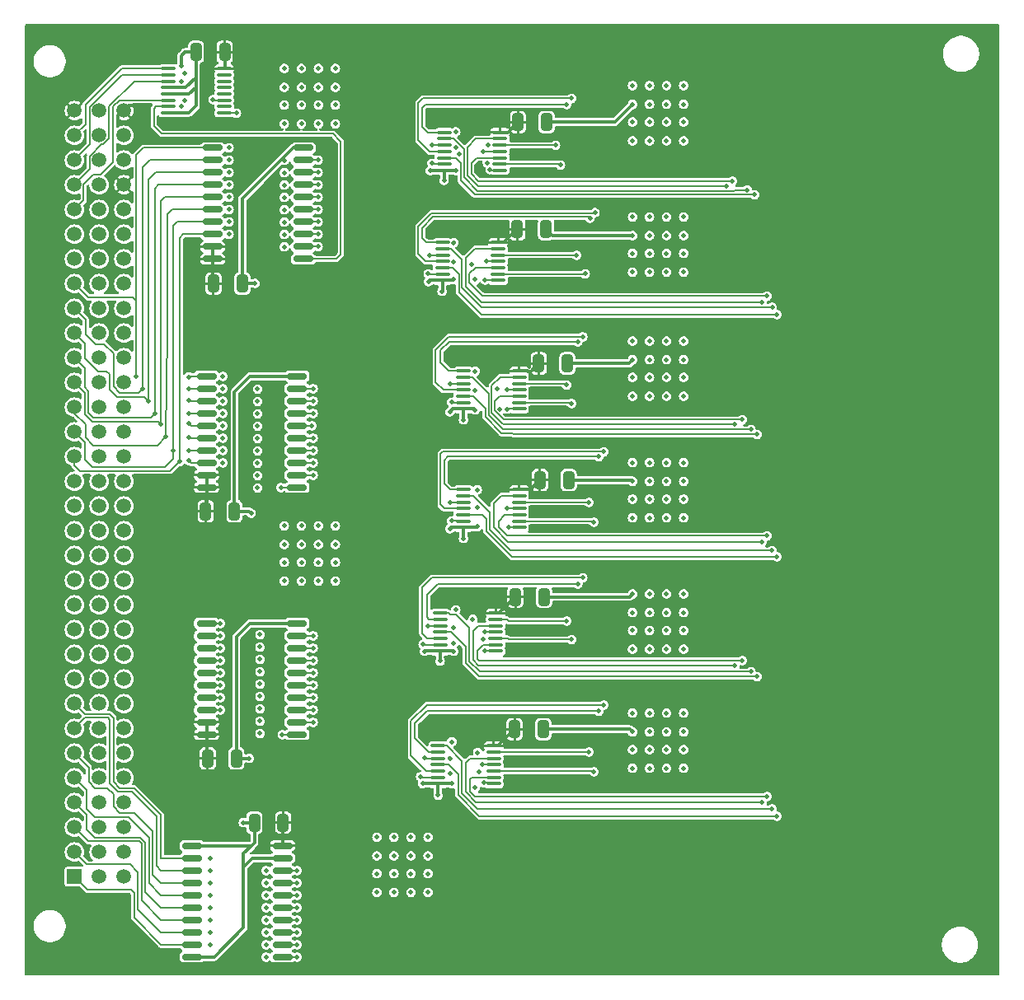
<source format=gbr>
%TF.GenerationSoftware,KiCad,Pcbnew,8.0.5-8.0.5-0~ubuntu24.04.1*%
%TF.CreationDate,2024-09-12T21:52:08+03:00*%
%TF.ProjectId,alu,616c752e-6b69-4636-9164-5f7063625858,rev?*%
%TF.SameCoordinates,Original*%
%TF.FileFunction,Copper,L1,Top*%
%TF.FilePolarity,Positive*%
%FSLAX46Y46*%
G04 Gerber Fmt 4.6, Leading zero omitted, Abs format (unit mm)*
G04 Created by KiCad (PCBNEW 8.0.5-8.0.5-0~ubuntu24.04.1) date 2024-09-12 21:52:08*
%MOMM*%
%LPD*%
G01*
G04 APERTURE LIST*
G04 Aperture macros list*
%AMRoundRect*
0 Rectangle with rounded corners*
0 $1 Rounding radius*
0 $2 $3 $4 $5 $6 $7 $8 $9 X,Y pos of 4 corners*
0 Add a 4 corners polygon primitive as box body*
4,1,4,$2,$3,$4,$5,$6,$7,$8,$9,$2,$3,0*
0 Add four circle primitives for the rounded corners*
1,1,$1+$1,$2,$3*
1,1,$1+$1,$4,$5*
1,1,$1+$1,$6,$7*
1,1,$1+$1,$8,$9*
0 Add four rect primitives between the rounded corners*
20,1,$1+$1,$2,$3,$4,$5,0*
20,1,$1+$1,$4,$5,$6,$7,0*
20,1,$1+$1,$6,$7,$8,$9,0*
20,1,$1+$1,$8,$9,$2,$3,0*%
G04 Aperture macros list end*
%TA.AperFunction,SMDPad,CuDef*%
%ADD10RoundRect,0.100000X-0.637500X-0.100000X0.637500X-0.100000X0.637500X0.100000X-0.637500X0.100000X0*%
%TD*%
%TA.AperFunction,SMDPad,CuDef*%
%ADD11RoundRect,0.250000X-0.325000X-0.650000X0.325000X-0.650000X0.325000X0.650000X-0.325000X0.650000X0*%
%TD*%
%TA.AperFunction,ComponentPad*%
%ADD12R,1.508000X1.508000*%
%TD*%
%TA.AperFunction,ComponentPad*%
%ADD13C,1.508000*%
%TD*%
%TA.AperFunction,SMDPad,CuDef*%
%ADD14RoundRect,0.150000X0.875000X0.150000X-0.875000X0.150000X-0.875000X-0.150000X0.875000X-0.150000X0*%
%TD*%
%TA.AperFunction,SMDPad,CuDef*%
%ADD15RoundRect,0.150000X-0.875000X-0.150000X0.875000X-0.150000X0.875000X0.150000X-0.875000X0.150000X0*%
%TD*%
%TA.AperFunction,SMDPad,CuDef*%
%ADD16RoundRect,0.250000X0.325000X0.650000X-0.325000X0.650000X-0.325000X-0.650000X0.325000X-0.650000X0*%
%TD*%
%TA.AperFunction,ViaPad*%
%ADD17C,0.460000*%
%TD*%
%TA.AperFunction,Conductor*%
%ADD18C,0.300000*%
%TD*%
%TA.AperFunction,Conductor*%
%ADD19C,0.127000*%
%TD*%
G04 APERTURE END LIST*
D10*
%TO.P,U21,1*%
%TO.N,/Y_OUT5*%
X82413000Y-39071000D03*
%TO.P,U21,2*%
%TO.N,/X_OUT5*%
X82413000Y-39721000D03*
%TO.P,U21,3*%
%TO.N,Net-(U22-A5)*%
X82413000Y-40371000D03*
%TO.P,U21,4*%
%TO.N,/Y_OUT4*%
X82413000Y-41021000D03*
%TO.P,U21,5*%
%TO.N,/X_OUT4*%
X82413000Y-41671000D03*
%TO.P,U21,6*%
%TO.N,Net-(U22-A4)*%
X82413000Y-42321000D03*
%TO.P,U21,7,GND*%
%TO.N,GND*%
X82413000Y-42971000D03*
%TO.P,U21,8*%
%TO.N,Net-(U22-A6)*%
X88138000Y-42971000D03*
%TO.P,U21,9*%
%TO.N,/Y_OUT6*%
X88138000Y-42321000D03*
%TO.P,U21,10*%
%TO.N,/X_OUT6*%
X88138000Y-41671000D03*
%TO.P,U21,11*%
%TO.N,Net-(U22-A7)*%
X88138000Y-41021000D03*
%TO.P,U21,12*%
%TO.N,/Y_OUT7*%
X88138000Y-40371000D03*
%TO.P,U21,13*%
%TO.N,/X_OUT7*%
X88138000Y-39721000D03*
%TO.P,U21,14,VCC*%
%TO.N,+5V*%
X88138000Y-39071000D03*
%TD*%
D11*
%TO.P,C28,1*%
%TO.N,+5V*%
X57925000Y-78000000D03*
%TO.P,C28,2*%
%TO.N,GND*%
X60875000Y-78000000D03*
%TD*%
%TO.P,C27,1*%
%TO.N,+5V*%
X58725000Y-54600000D03*
%TO.P,C27,2*%
%TO.N,GND*%
X61675000Y-54600000D03*
%TD*%
D12*
%TO.P,J1,A1,A1*%
%TO.N,Net-(U13-A7)*%
X44450000Y-115570000D03*
D13*
%TO.P,J1,A2,A2*%
%TO.N,Net-(U13-A6)*%
X44450000Y-113030000D03*
%TO.P,J1,A3,A3*%
%TO.N,Net-(U13-A5)*%
X44450000Y-110490000D03*
%TO.P,J1,A4,A4*%
%TO.N,Net-(U13-A4)*%
X44450000Y-107950000D03*
%TO.P,J1,A5,A5*%
%TO.N,Net-(U13-A3)*%
X44450000Y-105410000D03*
%TO.P,J1,A6,A6*%
%TO.N,Net-(U13-A2)*%
X44450000Y-102870000D03*
%TO.P,J1,A7,A7*%
%TO.N,Net-(U13-A1)*%
X44450000Y-100330000D03*
%TO.P,J1,A8,A8*%
%TO.N,Net-(U13-A0)*%
X44450000Y-97790000D03*
%TO.P,J1,A9,A9*%
%TO.N,GND*%
X44450000Y-95250000D03*
%TO.P,J1,A10,A10*%
%TO.N,/Y_OUT0*%
X44450000Y-92710000D03*
%TO.P,J1,A11,A11*%
%TO.N,/Y_OUT1*%
X44450000Y-90170000D03*
%TO.P,J1,A12,A12*%
%TO.N,/Y_OUT2*%
X44450000Y-87630000D03*
%TO.P,J1,A13,A13*%
%TO.N,/Y_OUT3*%
X44450000Y-85090000D03*
%TO.P,J1,A14,A14*%
%TO.N,/Y_OUT4*%
X44450000Y-82550000D03*
%TO.P,J1,A15,A15*%
%TO.N,/Y_OUT5*%
X44450000Y-80010000D03*
%TO.P,J1,A16,A16*%
%TO.N,/Y_OUT6*%
X44450000Y-77470000D03*
%TO.P,J1,A17,A17*%
%TO.N,/Y_OUT7*%
X44450000Y-74930000D03*
%TO.P,J1,A18,A18*%
%TO.N,/X_IN0*%
X44450000Y-72390000D03*
%TO.P,J1,A19,A19*%
%TO.N,/X_IN1*%
X44450000Y-69850000D03*
%TO.P,J1,A20,A20*%
%TO.N,/X_IN2*%
X44450000Y-67310000D03*
%TO.P,J1,A21,A21*%
%TO.N,/X_IN3*%
X44450000Y-64770000D03*
%TO.P,J1,A22,A22*%
%TO.N,/X_IN4*%
X44450000Y-62230000D03*
%TO.P,J1,A23,A23*%
%TO.N,/X_IN5*%
X44450000Y-59690000D03*
%TO.P,J1,A24,A24*%
%TO.N,/X_IN6*%
X44450000Y-57150000D03*
%TO.P,J1,A25,A25*%
%TO.N,/X_IN7*%
X44450000Y-54610000D03*
%TO.P,J1,A26,A26*%
%TO.N,unconnected-(J1-PadA26)*%
X44450000Y-52070000D03*
%TO.P,J1,A27,A27*%
%TO.N,GND*%
X44450000Y-49530000D03*
%TO.P,J1,A28,A28*%
%TO.N,Net-(U29-E3)*%
X44450000Y-46990000D03*
%TO.P,J1,A29,A29*%
%TO.N,Net-(U29-A2)*%
X44450000Y-44450000D03*
%TO.P,J1,A30,A30*%
%TO.N,Net-(U29-A1)*%
X44450000Y-41910000D03*
%TO.P,J1,A31,A31*%
%TO.N,Net-(U29-A0)*%
X44450000Y-39370000D03*
%TO.P,J1,A32,A32*%
%TO.N,+5V*%
X44450000Y-36830000D03*
%TO.P,J1,B1,B1*%
%TO.N,unconnected-(J1-PadB1)*%
X46990000Y-115570000D03*
%TO.P,J1,B2,B2*%
%TO.N,unconnected-(J1-PadB2)*%
X46990000Y-113030000D03*
%TO.P,J1,B3,B3*%
%TO.N,unconnected-(J1-PadB3)*%
X46990000Y-110490000D03*
%TO.P,J1,B4,B4*%
%TO.N,unconnected-(J1-PadB4)*%
X46990000Y-107950000D03*
%TO.P,J1,B5,B5*%
%TO.N,unconnected-(J1-PadB5)*%
X46990000Y-105410000D03*
%TO.P,J1,B6,B6*%
%TO.N,GND*%
X46990000Y-102870000D03*
%TO.P,J1,B7,B7*%
%TO.N,unconnected-(J1-PadB7)*%
X46990000Y-100330000D03*
%TO.P,J1,B8,B8*%
%TO.N,unconnected-(J1-PadB8)*%
X46990000Y-97790000D03*
%TO.P,J1,B9,B9*%
%TO.N,unconnected-(J1-PadB9)*%
X46990000Y-95250000D03*
%TO.P,J1,B10,B10*%
%TO.N,unconnected-(J1-PadB10)*%
X46990000Y-92710000D03*
%TO.P,J1,B11,B11*%
%TO.N,unconnected-(J1-PadB11)*%
X46990000Y-90170000D03*
%TO.P,J1,B12,B12*%
%TO.N,unconnected-(J1-PadB12)*%
X46990000Y-87630000D03*
%TO.P,J1,B13,B13*%
%TO.N,unconnected-(J1-PadB13)*%
X46990000Y-85090000D03*
%TO.P,J1,B14,B14*%
%TO.N,unconnected-(J1-PadB14)*%
X46990000Y-82550000D03*
%TO.P,J1,B15,B15*%
%TO.N,GND*%
X46990000Y-80010000D03*
%TO.P,J1,B16,B16*%
%TO.N,unconnected-(J1-PadB16)*%
X46990000Y-77470000D03*
%TO.P,J1,B17,B17*%
%TO.N,unconnected-(J1-PadB17)*%
X46990000Y-74930000D03*
%TO.P,J1,B18,B18*%
%TO.N,unconnected-(J1-PadB18)*%
X46990000Y-72390000D03*
%TO.P,J1,B19,B19*%
%TO.N,unconnected-(J1-PadB19)*%
X46990000Y-69850000D03*
%TO.P,J1,B20,B20*%
%TO.N,unconnected-(J1-PadB20)*%
X46990000Y-67310000D03*
%TO.P,J1,B21,B21*%
%TO.N,unconnected-(J1-PadB21)*%
X46990000Y-64770000D03*
%TO.P,J1,B22,B22*%
%TO.N,unconnected-(J1-PadB22)*%
X46990000Y-62230000D03*
%TO.P,J1,B23,B23*%
%TO.N,unconnected-(J1-PadB23)*%
X46990000Y-59690000D03*
%TO.P,J1,B24,B24*%
%TO.N,GND*%
X46990000Y-57150000D03*
%TO.P,J1,B25,B25*%
%TO.N,unconnected-(J1-PadB25)*%
X46990000Y-54610000D03*
%TO.P,J1,B26,B26*%
%TO.N,unconnected-(J1-PadB26)*%
X46990000Y-52070000D03*
%TO.P,J1,B27,B27*%
%TO.N,unconnected-(J1-PadB27)*%
X46990000Y-49530000D03*
%TO.P,J1,B28,B28*%
%TO.N,unconnected-(J1-PadB28)*%
X46990000Y-46990000D03*
%TO.P,J1,B29,B29*%
%TO.N,unconnected-(J1-PadB29)*%
X46990000Y-44450000D03*
%TO.P,J1,B30,B30*%
%TO.N,unconnected-(J1-PadB30)*%
X46990000Y-41910000D03*
%TO.P,J1,B31,B31*%
%TO.N,unconnected-(J1-PadB31)*%
X46990000Y-39370000D03*
%TO.P,J1,B32,B32*%
%TO.N,unconnected-(J1-PadB32)*%
X46990000Y-36830000D03*
%TO.P,J1,C1,C1*%
%TO.N,unconnected-(J1-PadC1)*%
X49530000Y-115570000D03*
%TO.P,J1,C2,C2*%
%TO.N,unconnected-(J1-PadC2)*%
X49530000Y-113030000D03*
%TO.P,J1,C3,C3*%
%TO.N,unconnected-(J1-PadC3)*%
X49530000Y-110490000D03*
%TO.P,J1,C4,C4*%
%TO.N,unconnected-(J1-PadC4)*%
X49530000Y-107950000D03*
%TO.P,J1,C5,C5*%
%TO.N,GND*%
X49530000Y-105410000D03*
%TO.P,J1,C6,C6*%
%TO.N,unconnected-(J1-PadC6)*%
X49530000Y-102870000D03*
%TO.P,J1,C7,C7*%
%TO.N,unconnected-(J1-PadC7)*%
X49530000Y-100330000D03*
%TO.P,J1,C8,C8*%
%TO.N,unconnected-(J1-PadC8)*%
X49530000Y-97790000D03*
%TO.P,J1,C9,C9*%
%TO.N,unconnected-(J1-PadC9)*%
X49530000Y-95250000D03*
%TO.P,J1,C10,C10*%
%TO.N,GND*%
X49530000Y-92710000D03*
%TO.P,J1,C11,C11*%
%TO.N,unconnected-(J1-PadC11)*%
X49530000Y-90170000D03*
%TO.P,J1,C12,C12*%
%TO.N,unconnected-(J1-PadC12)*%
X49530000Y-87630000D03*
%TO.P,J1,C13,C13*%
%TO.N,unconnected-(J1-PadC13)*%
X49530000Y-85090000D03*
%TO.P,J1,C14,C14*%
%TO.N,unconnected-(J1-PadC14)*%
X49530000Y-82550000D03*
%TO.P,J1,C15,C15*%
%TO.N,unconnected-(J1-PadC15)*%
X49530000Y-80010000D03*
%TO.P,J1,C16,C16*%
%TO.N,unconnected-(J1-PadC16)*%
X49530000Y-77470000D03*
%TO.P,J1,C17,C17*%
%TO.N,GND*%
X49530000Y-74930000D03*
%TO.P,J1,C18,C18*%
%TO.N,unconnected-(J1-PadC18)*%
X49530000Y-72390000D03*
%TO.P,J1,C19,C19*%
%TO.N,unconnected-(J1-PadC19)*%
X49530000Y-69850000D03*
%TO.P,J1,C20,C20*%
%TO.N,unconnected-(J1-PadC20)*%
X49530000Y-67310000D03*
%TO.P,J1,C21,C21*%
%TO.N,unconnected-(J1-PadC21)*%
X49530000Y-64770000D03*
%TO.P,J1,C22,C22*%
%TO.N,unconnected-(J1-PadC22)*%
X49530000Y-62230000D03*
%TO.P,J1,C23,C23*%
%TO.N,unconnected-(J1-PadC23)*%
X49530000Y-59690000D03*
%TO.P,J1,C24,C24*%
%TO.N,unconnected-(J1-PadC24)*%
X49530000Y-57150000D03*
%TO.P,J1,C25,C25*%
%TO.N,unconnected-(J1-PadC25)*%
X49530000Y-54610000D03*
%TO.P,J1,C26,C26*%
%TO.N,GND*%
X49530000Y-52070000D03*
%TO.P,J1,C27,C27*%
%TO.N,unconnected-(J1-PadC27)*%
X49530000Y-49530000D03*
%TO.P,J1,C28,C28*%
%TO.N,GND*%
X49530000Y-46990000D03*
%TO.P,J1,C29,C29*%
%TO.N,+5V*%
X49530000Y-44450000D03*
%TO.P,J1,C30,C30*%
%TO.N,GND*%
X49530000Y-41910000D03*
%TO.P,J1,C31,C31*%
%TO.N,unconnected-(J1-PadC31)*%
X49530000Y-39370000D03*
%TO.P,J1,C32,C32*%
%TO.N,+5V*%
X49530000Y-36830000D03*
%TD*%
D11*
%TO.P,C25,1*%
%TO.N,+5V*%
X92250000Y-74800000D03*
%TO.P,C25,2*%
%TO.N,GND*%
X95200000Y-74800000D03*
%TD*%
D10*
%TO.P,U17,1*%
%TO.N,/Y_OUT1*%
X84386500Y-75774000D03*
%TO.P,U17,2*%
%TO.N,/X_OUT1*%
X84386500Y-76424000D03*
%TO.P,U17,3*%
%TO.N,Net-(U19-A1)*%
X84386500Y-77074000D03*
%TO.P,U17,4*%
%TO.N,/Y_OUT0*%
X84386500Y-77724000D03*
%TO.P,U17,5*%
%TO.N,/X_OUT0*%
X84386500Y-78374000D03*
%TO.P,U17,6*%
%TO.N,Net-(U19-A0)*%
X84386500Y-79024000D03*
%TO.P,U17,7,GND*%
%TO.N,GND*%
X84386500Y-79674000D03*
%TO.P,U17,8*%
%TO.N,Net-(U19-A2)*%
X90111500Y-79674000D03*
%TO.P,U17,9*%
%TO.N,/Y_OUT2*%
X90111500Y-79024000D03*
%TO.P,U17,10*%
%TO.N,/X_OUT2*%
X90111500Y-78374000D03*
%TO.P,U17,11*%
%TO.N,Net-(U19-A3)*%
X90111500Y-77724000D03*
%TO.P,U17,12*%
%TO.N,/Y_OUT3*%
X90111500Y-77074000D03*
%TO.P,U17,13*%
%TO.N,/X_OUT3*%
X90111500Y-76424000D03*
%TO.P,U17,14,VCC*%
%TO.N,+5V*%
X90111500Y-75774000D03*
%TD*%
%TO.P,U14,1*%
%TO.N,/X_OUT1*%
X81778000Y-102108000D03*
%TO.P,U14,2*%
%TO.N,/Y_OUT1*%
X81778000Y-102758000D03*
%TO.P,U14,3*%
%TO.N,Net-(U16-A1)*%
X81778000Y-103408000D03*
%TO.P,U14,4*%
%TO.N,/X_OUT0*%
X81778000Y-104058000D03*
%TO.P,U14,5*%
%TO.N,/Y_OUT0*%
X81778000Y-104708000D03*
%TO.P,U14,6*%
%TO.N,Net-(U16-A0)*%
X81778000Y-105358000D03*
%TO.P,U14,7,GND*%
%TO.N,GND*%
X81778000Y-106008000D03*
%TO.P,U14,8*%
%TO.N,Net-(U16-A2)*%
X87503000Y-106008000D03*
%TO.P,U14,9*%
%TO.N,/X_OUT2*%
X87503000Y-105358000D03*
%TO.P,U14,10*%
%TO.N,/Y_OUT2*%
X87503000Y-104708000D03*
%TO.P,U14,11*%
%TO.N,Net-(U16-A3)*%
X87503000Y-104058000D03*
%TO.P,U14,12*%
%TO.N,/X_OUT3*%
X87503000Y-103408000D03*
%TO.P,U14,13*%
%TO.N,/Y_OUT3*%
X87503000Y-102758000D03*
%TO.P,U14,14,VCC*%
%TO.N,+5V*%
X87503000Y-102108000D03*
%TD*%
D14*
%TO.P,U19,1,GAB*%
%TO.N,Net-(U19-GAB)*%
X67310000Y-75565000D03*
%TO.P,U19,2,A0*%
%TO.N,Net-(U19-A0)*%
X67310000Y-74295000D03*
%TO.P,U19,3,A1*%
%TO.N,Net-(U19-A1)*%
X67310000Y-73025000D03*
%TO.P,U19,4,A2*%
%TO.N,Net-(U19-A2)*%
X67310000Y-71755000D03*
%TO.P,U19,5,A3*%
%TO.N,Net-(U19-A3)*%
X67310000Y-70485000D03*
%TO.P,U19,6,A4*%
%TO.N,Net-(U19-A4)*%
X67310000Y-69215000D03*
%TO.P,U19,7,A5*%
%TO.N,Net-(U19-A5)*%
X67310000Y-67945000D03*
%TO.P,U19,8,A6*%
%TO.N,Net-(U19-A6)*%
X67310000Y-66675000D03*
%TO.P,U19,9,A7*%
%TO.N,Net-(U19-A7)*%
X67310000Y-65405000D03*
%TO.P,U19,10,GND*%
%TO.N,GND*%
X67310000Y-64135000D03*
%TO.P,U19,11,B7*%
%TO.N,/X_IN7*%
X58010000Y-64135000D03*
%TO.P,U19,12,B6*%
%TO.N,/X_IN6*%
X58010000Y-65405000D03*
%TO.P,U19,13,B5*%
%TO.N,/X_IN5*%
X58010000Y-66675000D03*
%TO.P,U19,14,B4*%
%TO.N,/X_IN4*%
X58010000Y-67945000D03*
%TO.P,U19,15,B3*%
%TO.N,/X_IN3*%
X58010000Y-69215000D03*
%TO.P,U19,16,B2*%
%TO.N,/X_IN2*%
X58010000Y-70485000D03*
%TO.P,U19,17,B1*%
%TO.N,/X_IN1*%
X58010000Y-71755000D03*
%TO.P,U19,18,B0*%
%TO.N,/X_IN0*%
X58010000Y-73025000D03*
%TO.P,U19,19,~{GBA}*%
%TO.N,+5V*%
X58010000Y-74295000D03*
%TO.P,U19,20,VCC*%
X58010000Y-75565000D03*
%TD*%
%TO.P,U16,1,GAB*%
%TO.N,Net-(U16-GAB)*%
X67310000Y-100965000D03*
%TO.P,U16,2,A0*%
%TO.N,Net-(U16-A0)*%
X67310000Y-99695000D03*
%TO.P,U16,3,A1*%
%TO.N,Net-(U16-A1)*%
X67310000Y-98425000D03*
%TO.P,U16,4,A2*%
%TO.N,Net-(U16-A2)*%
X67310000Y-97155000D03*
%TO.P,U16,5,A3*%
%TO.N,Net-(U16-A3)*%
X67310000Y-95885000D03*
%TO.P,U16,6,A4*%
%TO.N,Net-(U16-A4)*%
X67310000Y-94615000D03*
%TO.P,U16,7,A5*%
%TO.N,Net-(U16-A5)*%
X67310000Y-93345000D03*
%TO.P,U16,8,A6*%
%TO.N,Net-(U16-A6)*%
X67310000Y-92075000D03*
%TO.P,U16,9,A7*%
%TO.N,Net-(U16-A7)*%
X67310000Y-90805000D03*
%TO.P,U16,10,GND*%
%TO.N,GND*%
X67310000Y-89535000D03*
%TO.P,U16,11,B7*%
%TO.N,/X_IN7*%
X58010000Y-89535000D03*
%TO.P,U16,12,B6*%
%TO.N,/X_IN6*%
X58010000Y-90805000D03*
%TO.P,U16,13,B5*%
%TO.N,/X_IN5*%
X58010000Y-92075000D03*
%TO.P,U16,14,B4*%
%TO.N,/X_IN4*%
X58010000Y-93345000D03*
%TO.P,U16,15,B3*%
%TO.N,/X_IN3*%
X58010000Y-94615000D03*
%TO.P,U16,16,B2*%
%TO.N,/X_IN2*%
X58010000Y-95885000D03*
%TO.P,U16,17,B1*%
%TO.N,/X_IN1*%
X58010000Y-97155000D03*
%TO.P,U16,18,B0*%
%TO.N,/X_IN0*%
X58010000Y-98425000D03*
%TO.P,U16,19,~{GBA}*%
%TO.N,+5V*%
X58010000Y-99695000D03*
%TO.P,U16,20,VCC*%
X58010000Y-100965000D03*
%TD*%
%TO.P,U22,1,GAB*%
%TO.N,Net-(U22-GAB)*%
X67945000Y-52070000D03*
%TO.P,U22,2,A0*%
%TO.N,Net-(U22-A0)*%
X67945000Y-50800000D03*
%TO.P,U22,3,A1*%
%TO.N,Net-(U22-A1)*%
X67945000Y-49530000D03*
%TO.P,U22,4,A2*%
%TO.N,Net-(U22-A2)*%
X67945000Y-48260000D03*
%TO.P,U22,5,A3*%
%TO.N,Net-(U22-A3)*%
X67945000Y-46990000D03*
%TO.P,U22,6,A4*%
%TO.N,Net-(U22-A4)*%
X67945000Y-45720000D03*
%TO.P,U22,7,A5*%
%TO.N,Net-(U22-A5)*%
X67945000Y-44450000D03*
%TO.P,U22,8,A6*%
%TO.N,Net-(U22-A6)*%
X67945000Y-43180000D03*
%TO.P,U22,9,A7*%
%TO.N,Net-(U22-A7)*%
X67945000Y-41910000D03*
%TO.P,U22,10,GND*%
%TO.N,GND*%
X67945000Y-40640000D03*
%TO.P,U22,11,B7*%
%TO.N,/X_IN7*%
X58645000Y-40640000D03*
%TO.P,U22,12,B6*%
%TO.N,/X_IN6*%
X58645000Y-41910000D03*
%TO.P,U22,13,B5*%
%TO.N,/X_IN5*%
X58645000Y-43180000D03*
%TO.P,U22,14,B4*%
%TO.N,/X_IN4*%
X58645000Y-44450000D03*
%TO.P,U22,15,B3*%
%TO.N,/X_IN3*%
X58645000Y-45720000D03*
%TO.P,U22,16,B2*%
%TO.N,/X_IN2*%
X58645000Y-46990000D03*
%TO.P,U22,17,B1*%
%TO.N,/X_IN1*%
X58645000Y-48260000D03*
%TO.P,U22,18,B0*%
%TO.N,/X_IN0*%
X58645000Y-49530000D03*
%TO.P,U22,19,~{GBA}*%
%TO.N,+5V*%
X58645000Y-50800000D03*
%TO.P,U22,20,VCC*%
X58645000Y-52070000D03*
%TD*%
D10*
%TO.P,U15,1*%
%TO.N,/X_OUT5*%
X81973500Y-88474000D03*
%TO.P,U15,2*%
%TO.N,/Y_OUT5*%
X81973500Y-89124000D03*
%TO.P,U15,3*%
%TO.N,Net-(U16-A5)*%
X81973500Y-89774000D03*
%TO.P,U15,4*%
%TO.N,/X_OUT4*%
X81973500Y-90424000D03*
%TO.P,U15,5*%
%TO.N,/Y_OUT4*%
X81973500Y-91074000D03*
%TO.P,U15,6*%
%TO.N,Net-(U16-A4)*%
X81973500Y-91724000D03*
%TO.P,U15,7,GND*%
%TO.N,GND*%
X81973500Y-92374000D03*
%TO.P,U15,8*%
%TO.N,Net-(U16-A6)*%
X87698500Y-92374000D03*
%TO.P,U15,9*%
%TO.N,/X_OUT6*%
X87698500Y-91724000D03*
%TO.P,U15,10*%
%TO.N,/Y_OUT6*%
X87698500Y-91074000D03*
%TO.P,U15,11*%
%TO.N,Net-(U16-A7)*%
X87698500Y-90424000D03*
%TO.P,U15,12*%
%TO.N,/X_OUT7*%
X87698500Y-89774000D03*
%TO.P,U15,13*%
%TO.N,/Y_OUT7*%
X87698500Y-89124000D03*
%TO.P,U15,14,VCC*%
%TO.N,+5V*%
X87698500Y-88474000D03*
%TD*%
%TO.P,U18,1*%
%TO.N,/Y_OUT5*%
X84386500Y-63582000D03*
%TO.P,U18,2*%
%TO.N,/X_OUT5*%
X84386500Y-64232000D03*
%TO.P,U18,3*%
%TO.N,Net-(U19-A5)*%
X84386500Y-64882000D03*
%TO.P,U18,4*%
%TO.N,/Y_OUT4*%
X84386500Y-65532000D03*
%TO.P,U18,5*%
%TO.N,/X_OUT4*%
X84386500Y-66182000D03*
%TO.P,U18,6*%
%TO.N,Net-(U19-A4)*%
X84386500Y-66832000D03*
%TO.P,U18,7,GND*%
%TO.N,GND*%
X84386500Y-67482000D03*
%TO.P,U18,8*%
%TO.N,Net-(U19-A6)*%
X90111500Y-67482000D03*
%TO.P,U18,9*%
%TO.N,/Y_OUT6*%
X90111500Y-66832000D03*
%TO.P,U18,10*%
%TO.N,/X_OUT6*%
X90111500Y-66182000D03*
%TO.P,U18,11*%
%TO.N,Net-(U19-A7)*%
X90111500Y-65532000D03*
%TO.P,U18,12*%
%TO.N,/Y_OUT7*%
X90111500Y-64882000D03*
%TO.P,U18,13*%
%TO.N,/X_OUT7*%
X90111500Y-64232000D03*
%TO.P,U18,14,VCC*%
%TO.N,+5V*%
X90111500Y-63582000D03*
%TD*%
D11*
%TO.P,C14,1*%
%TO.N,+5V*%
X89925000Y-49000000D03*
%TO.P,C14,2*%
%TO.N,GND*%
X92875000Y-49000000D03*
%TD*%
%TO.P,C26,1*%
%TO.N,+5V*%
X89650000Y-100400000D03*
%TO.P,C26,2*%
%TO.N,GND*%
X92600000Y-100400000D03*
%TD*%
D10*
%TO.P,U29,1,A0*%
%TO.N,Net-(U29-A0)*%
X54092000Y-32497000D03*
%TO.P,U29,2,A1*%
%TO.N,Net-(U29-A1)*%
X54092000Y-33147000D03*
%TO.P,U29,3,A2*%
%TO.N,Net-(U29-A2)*%
X54092000Y-33797000D03*
%TO.P,U29,4,~{E1}*%
%TO.N,GND*%
X54092000Y-34447000D03*
%TO.P,U29,5,~{E2}*%
X54092000Y-35097000D03*
%TO.P,U29,6,E3*%
%TO.N,Net-(U29-E3)*%
X54092000Y-35747000D03*
%TO.P,U29,7,Y7*%
%TO.N,Net-(U22-GAB)*%
X54092000Y-36397000D03*
%TO.P,U29,8,GND*%
%TO.N,GND*%
X54092000Y-37047000D03*
%TO.P,U29,9,Y6*%
%TO.N,Net-(U19-GAB)*%
X59817000Y-37047000D03*
%TO.P,U29,10,Y5*%
%TO.N,unconnected-(U29-Y5-Pad10)*%
X59817000Y-36397000D03*
%TO.P,U29,11,Y4*%
%TO.N,Net-(U16-GAB)*%
X59817000Y-35747000D03*
%TO.P,U29,12,Y3*%
%TO.N,unconnected-(U29-Y3-Pad12)*%
X59817000Y-35097000D03*
%TO.P,U29,13,Y2*%
%TO.N,unconnected-(U29-Y2-Pad13)*%
X59817000Y-34447000D03*
%TO.P,U29,14,Y1*%
%TO.N,unconnected-(U29-Y1-Pad14)*%
X59817000Y-33797000D03*
%TO.P,U29,15,Y0*%
%TO.N,unconnected-(U29-Y0-Pad15)*%
X59817000Y-33147000D03*
%TO.P,U29,16,VCC*%
%TO.N,+5V*%
X59817000Y-32497000D03*
%TD*%
D15*
%TO.P,U13,1,G1*%
%TO.N,GND*%
X56515000Y-112395000D03*
%TO.P,U13,2,A0*%
%TO.N,Net-(U13-A0)*%
X56515000Y-113665000D03*
%TO.P,U13,3,A1*%
%TO.N,Net-(U13-A1)*%
X56515000Y-114935000D03*
%TO.P,U13,4,A2*%
%TO.N,Net-(U13-A2)*%
X56515000Y-116205000D03*
%TO.P,U13,5,A3*%
%TO.N,Net-(U13-A3)*%
X56515000Y-117475000D03*
%TO.P,U13,6,A4*%
%TO.N,Net-(U13-A4)*%
X56515000Y-118745000D03*
%TO.P,U13,7,A5*%
%TO.N,Net-(U13-A5)*%
X56515000Y-120015000D03*
%TO.P,U13,8,A6*%
%TO.N,Net-(U13-A6)*%
X56515000Y-121285000D03*
%TO.P,U13,9,A7*%
%TO.N,Net-(U13-A7)*%
X56515000Y-122555000D03*
%TO.P,U13,10,GND*%
%TO.N,GND*%
X56515000Y-123825000D03*
%TO.P,U13,11,Y7*%
%TO.N,/X_OUT0*%
X65815000Y-123825000D03*
%TO.P,U13,12,Y6*%
%TO.N,/X_OUT1*%
X65815000Y-122555000D03*
%TO.P,U13,13,Y5*%
%TO.N,/X_OUT2*%
X65815000Y-121285000D03*
%TO.P,U13,14,Y4*%
%TO.N,/X_OUT3*%
X65815000Y-120015000D03*
%TO.P,U13,15,Y3*%
%TO.N,/X_OUT4*%
X65815000Y-118745000D03*
%TO.P,U13,16,Y2*%
%TO.N,/X_OUT5*%
X65815000Y-117475000D03*
%TO.P,U13,17,Y1*%
%TO.N,/X_OUT6*%
X65815000Y-116205000D03*
%TO.P,U13,18,Y0*%
%TO.N,/X_OUT7*%
X65815000Y-114935000D03*
%TO.P,U13,19,G2*%
%TO.N,GND*%
X65815000Y-113665000D03*
%TO.P,U13,20,VCC*%
%TO.N,+5V*%
X65815000Y-112395000D03*
%TD*%
D16*
%TO.P,C23,1*%
%TO.N,+5V*%
X65875000Y-110000000D03*
%TO.P,C23,2*%
%TO.N,GND*%
X62925000Y-110000000D03*
%TD*%
D11*
%TO.P,C13,1*%
%TO.N,+5V*%
X90000000Y-38000000D03*
%TO.P,C13,2*%
%TO.N,GND*%
X92950000Y-38000000D03*
%TD*%
%TO.P,C30,1*%
%TO.N,+5V*%
X89725000Y-86800000D03*
%TO.P,C30,2*%
%TO.N,GND*%
X92675000Y-86800000D03*
%TD*%
%TO.P,C24,1*%
%TO.N,+5V*%
X92125000Y-62800000D03*
%TO.P,C24,2*%
%TO.N,GND*%
X95075000Y-62800000D03*
%TD*%
D10*
%TO.P,U20,1*%
%TO.N,/Y_OUT1*%
X82227500Y-50374000D03*
%TO.P,U20,2*%
%TO.N,/X_OUT1*%
X82227500Y-51024000D03*
%TO.P,U20,3*%
%TO.N,Net-(U22-A1)*%
X82227500Y-51674000D03*
%TO.P,U20,4*%
%TO.N,/Y_OUT0*%
X82227500Y-52324000D03*
%TO.P,U20,5*%
%TO.N,/X_OUT0*%
X82227500Y-52974000D03*
%TO.P,U20,6*%
%TO.N,Net-(U22-A0)*%
X82227500Y-53624000D03*
%TO.P,U20,7,GND*%
%TO.N,GND*%
X82227500Y-54274000D03*
%TO.P,U20,8*%
%TO.N,Net-(U22-A2)*%
X87952500Y-54274000D03*
%TO.P,U20,9*%
%TO.N,/Y_OUT2*%
X87952500Y-53624000D03*
%TO.P,U20,10*%
%TO.N,/X_OUT2*%
X87952500Y-52974000D03*
%TO.P,U20,11*%
%TO.N,Net-(U22-A3)*%
X87952500Y-52324000D03*
%TO.P,U20,12*%
%TO.N,/Y_OUT3*%
X87952500Y-51674000D03*
%TO.P,U20,13*%
%TO.N,/X_OUT3*%
X87952500Y-51024000D03*
%TO.P,U20,14,VCC*%
%TO.N,+5V*%
X87952500Y-50374000D03*
%TD*%
D16*
%TO.P,C15,1*%
%TO.N,+5V*%
X59875000Y-30800000D03*
%TO.P,C15,2*%
%TO.N,GND*%
X56925000Y-30800000D03*
%TD*%
D11*
%TO.P,C29,1*%
%TO.N,+5V*%
X58125000Y-103400000D03*
%TO.P,C29,2*%
%TO.N,GND*%
X61075000Y-103400000D03*
%TD*%
D17*
%TO.N,+5V*%
X88450000Y-36900000D03*
X87150000Y-36850000D03*
X88400000Y-37800000D03*
X45350000Y-35600000D03*
X87200000Y-37800000D03*
%TO.N,GND*%
X107000000Y-74927600D03*
X66000000Y-38177600D03*
X66000000Y-47020000D03*
X84400000Y-80800000D03*
X63250000Y-67980000D03*
X82400000Y-44000000D03*
X63500000Y-90690000D03*
X107000000Y-51500000D03*
X83400000Y-91600000D03*
X58420000Y-121285000D03*
X66000000Y-83250000D03*
X71250000Y-32500000D03*
X103500000Y-38000000D03*
X59690000Y-73025000D03*
X105250000Y-64250000D03*
X105250000Y-47750000D03*
X105250000Y-104427600D03*
X67750000Y-85177600D03*
X82000000Y-93400000D03*
X55400000Y-36400000D03*
X101750000Y-49677600D03*
X63500000Y-95770000D03*
X101750000Y-102500000D03*
X103500000Y-73000000D03*
X105250000Y-102500000D03*
X101750000Y-36177600D03*
X62600000Y-78200000D03*
X64135000Y-116205000D03*
X83600000Y-43000000D03*
X63500000Y-91960000D03*
X63250000Y-73060000D03*
X85800000Y-79600000D03*
X60325000Y-41910000D03*
X101750000Y-104427600D03*
X101750000Y-39927600D03*
X63250000Y-65440000D03*
X83400000Y-90000000D03*
X66000000Y-44480000D03*
X83400000Y-54200000D03*
X83400000Y-52400000D03*
X63250000Y-74330000D03*
X103500000Y-36177600D03*
X81800000Y-107200000D03*
X107000000Y-38000000D03*
X83600000Y-88150000D03*
X101750000Y-64250000D03*
X83000000Y-103400000D03*
X64135000Y-123825000D03*
X69500000Y-32500000D03*
X101750000Y-78677600D03*
X103500000Y-47750000D03*
X105250000Y-78677600D03*
X55400000Y-33800000D03*
X107000000Y-64250000D03*
X103500000Y-34250000D03*
X87850000Y-65400000D03*
X107000000Y-78677600D03*
X67750000Y-34427600D03*
X59690000Y-64135000D03*
X80800000Y-54400000D03*
X103500000Y-66177600D03*
X63500000Y-97040000D03*
X101750000Y-66177600D03*
X63500000Y-94500000D03*
X66000000Y-41940000D03*
X69500000Y-81427600D03*
X60325000Y-43180000D03*
X103500000Y-104427600D03*
X85600000Y-63600000D03*
X71250000Y-83250000D03*
X85800000Y-77600000D03*
X85800000Y-75800000D03*
X61800000Y-110000000D03*
X103500000Y-49677600D03*
X83000000Y-67800000D03*
X107000000Y-53427600D03*
X62400000Y-103400000D03*
X63250000Y-66710000D03*
X107000000Y-100677600D03*
X60325000Y-46990000D03*
X60325000Y-49530000D03*
X79000000Y-113427600D03*
X107000000Y-98750000D03*
X107000000Y-90250000D03*
X101750000Y-60500000D03*
X85600000Y-67600000D03*
X84400000Y-68600000D03*
X58420000Y-114935000D03*
X103500000Y-60500000D03*
X63250000Y-75600000D03*
X101750000Y-38000000D03*
X66000000Y-45750000D03*
X101750000Y-74927600D03*
X71250000Y-36250000D03*
X58420000Y-113665000D03*
X105250000Y-90250000D03*
X107000000Y-39927600D03*
X83000000Y-79800000D03*
X107000000Y-62427600D03*
X105250000Y-100677600D03*
X71250000Y-38177600D03*
X103500000Y-62427600D03*
X66000000Y-50830000D03*
X107000000Y-92177600D03*
X103500000Y-53427600D03*
X66000000Y-34427600D03*
X107000000Y-73000000D03*
X105250000Y-88427600D03*
X86850000Y-42200000D03*
X69500000Y-38177600D03*
X105250000Y-39927600D03*
X63500000Y-100850000D03*
X107000000Y-49677600D03*
X107000000Y-102500000D03*
X101750000Y-73000000D03*
X105250000Y-38000000D03*
X75500000Y-111500000D03*
X71250000Y-79500000D03*
X105250000Y-62427600D03*
X69500000Y-85177600D03*
X103500000Y-74927600D03*
X64135000Y-114935000D03*
X64135000Y-118745000D03*
X105250000Y-51500000D03*
X107000000Y-47750000D03*
X103500000Y-51500000D03*
X69500000Y-34427600D03*
X105250000Y-76750000D03*
X105250000Y-86500000D03*
X69500000Y-79500000D03*
X103500000Y-90250000D03*
X103500000Y-88427600D03*
X64135000Y-122555000D03*
X101750000Y-92177600D03*
X64135000Y-117475000D03*
X107000000Y-66177600D03*
X103500000Y-102500000D03*
X60325000Y-40640000D03*
X63250000Y-70520000D03*
X83400000Y-50400000D03*
X105250000Y-36177600D03*
X67750000Y-79500000D03*
X107000000Y-36177600D03*
X55400000Y-32200000D03*
X66000000Y-49560000D03*
X63500000Y-93230000D03*
X59690000Y-69215000D03*
X67750000Y-83250000D03*
X105250000Y-49677600D03*
X67750000Y-32500000D03*
X101750000Y-98750000D03*
X107000000Y-76750000D03*
X80750000Y-111500000D03*
X85850000Y-102800000D03*
X85600000Y-54200000D03*
X77250000Y-111500000D03*
X101750000Y-76750000D03*
X105250000Y-92177600D03*
X66000000Y-43210000D03*
X83946000Y-41285413D03*
X69500000Y-36250000D03*
X75500000Y-113427600D03*
X86400000Y-91200000D03*
X75500000Y-117177600D03*
X59690000Y-70485000D03*
X80750000Y-115250000D03*
X71250000Y-81427600D03*
X88150000Y-67500000D03*
X66000000Y-32500000D03*
X85250000Y-52600000D03*
X71250000Y-85177600D03*
X86000000Y-104800000D03*
X66000000Y-81427600D03*
X71250000Y-34427600D03*
X86950000Y-40400000D03*
X105250000Y-74927600D03*
X85600000Y-106400000D03*
X63000000Y-54600000D03*
X107000000Y-86500000D03*
X101750000Y-90250000D03*
X83600000Y-40650000D03*
X60325000Y-44450000D03*
X59690000Y-65405000D03*
X59690000Y-71755000D03*
X103500000Y-86500000D03*
X101750000Y-51500000D03*
X81000000Y-43000000D03*
X83200000Y-106000000D03*
X80750000Y-117177600D03*
X58420000Y-122555000D03*
X75500000Y-115250000D03*
X107000000Y-88427600D03*
X107000000Y-34250000D03*
X103500000Y-92177600D03*
X58420000Y-117475000D03*
X103500000Y-98750000D03*
X80200000Y-106000000D03*
X101750000Y-88427600D03*
X105250000Y-66177600D03*
X101750000Y-86500000D03*
X79000000Y-117177600D03*
X103500000Y-78677600D03*
X59690000Y-67945000D03*
X63250000Y-69250000D03*
X105250000Y-73000000D03*
X67750000Y-36250000D03*
X83200000Y-101700000D03*
X77250000Y-113427600D03*
X64135000Y-120015000D03*
X67750000Y-38177600D03*
X107000000Y-60500000D03*
X58420000Y-118745000D03*
X105250000Y-53427600D03*
X83600000Y-39000000D03*
X107000000Y-104427600D03*
X77250000Y-115250000D03*
X67750000Y-81427600D03*
X80750000Y-113427600D03*
X101750000Y-47750000D03*
X60325000Y-45720000D03*
X63250000Y-71790000D03*
X103500000Y-76750000D03*
X66000000Y-85177600D03*
X63500000Y-98310000D03*
X105250000Y-98750000D03*
X79000000Y-111500000D03*
X85600000Y-65600000D03*
X58420000Y-120015000D03*
X58420000Y-116205000D03*
X101750000Y-100677600D03*
X55800000Y-35750000D03*
X83000000Y-105000000D03*
X80400000Y-92400000D03*
X101750000Y-62427600D03*
X105250000Y-60500000D03*
X82200000Y-55400000D03*
X60325000Y-48260000D03*
X66000000Y-79500000D03*
X101750000Y-53427600D03*
X66000000Y-36250000D03*
X101750000Y-34250000D03*
X79000000Y-115250000D03*
X83400000Y-92400000D03*
X85350000Y-89100000D03*
X103500000Y-100677600D03*
X103500000Y-39927600D03*
X59690000Y-66675000D03*
X64135000Y-121285000D03*
X63500000Y-99580000D03*
X69500000Y-83250000D03*
X77250000Y-117177600D03*
X103500000Y-64250000D03*
X55800000Y-32950000D03*
X66000000Y-48290000D03*
X105250000Y-34250000D03*
%TO.N,/X_IN1*%
X56200000Y-71800000D03*
X54610000Y-71755000D03*
X59436000Y-97155000D03*
%TO.N,/X_IN2*%
X59436000Y-95885000D03*
X56200000Y-70400000D03*
X53848000Y-70358000D03*
%TO.N,/X_IN3*%
X59436000Y-94615000D03*
X56200000Y-69000000D03*
X53340000Y-69088000D03*
%TO.N,/X_IN4*%
X56200000Y-68000000D03*
X52705000Y-67945000D03*
X59436000Y-93345000D03*
%TO.N,/X_IN5*%
X56200000Y-66600000D03*
X52070000Y-66675000D03*
X59436000Y-92075000D03*
%TO.N,/X_IN6*%
X59436000Y-90805000D03*
X51435000Y-65405000D03*
X56200000Y-65400000D03*
%TO.N,/X_IN7*%
X56200000Y-64200000D03*
X59436000Y-89535000D03*
X50800000Y-64135000D03*
%TO.N,Net-(U16-GAB)*%
X65786000Y-100965000D03*
X58674000Y-35687000D03*
%TO.N,Net-(U19-A0)*%
X83185000Y-78994000D03*
X68961000Y-74295000D03*
%TO.N,Net-(U19-A1)*%
X68961000Y-73025000D03*
X83058000Y-77089000D03*
%TO.N,Net-(U19-A2)*%
X89027000Y-79629000D03*
X68961000Y-71755000D03*
%TO.N,Net-(U19-A3)*%
X88900000Y-77724000D03*
X68961000Y-70485000D03*
%TO.N,Net-(U19-A4)*%
X83185000Y-66802000D03*
X68834000Y-69215000D03*
%TO.N,Net-(U19-A5)*%
X83058000Y-64897000D03*
X68961000Y-67945000D03*
%TO.N,Net-(U16-A0)*%
X68961000Y-99695000D03*
X80000000Y-105283000D03*
%TO.N,Net-(U16-A1)*%
X80391000Y-103378000D03*
X68961000Y-98425000D03*
%TO.N,Net-(U16-A2)*%
X68961000Y-97155000D03*
X86487000Y-105918000D03*
%TO.N,Net-(U16-A3)*%
X86360000Y-104013000D03*
X68961000Y-95885000D03*
%TO.N,Net-(U16-A4)*%
X68961000Y-94615000D03*
X80250000Y-91694000D03*
%TO.N,Net-(U16-A5)*%
X80772000Y-89789000D03*
X68961000Y-93345000D03*
%TO.N,Net-(U16-A6)*%
X86614000Y-92329000D03*
X68961000Y-92075000D03*
%TO.N,Net-(U16-A7)*%
X68961000Y-90805000D03*
X86614000Y-90424000D03*
%TO.N,/Y_OUT0*%
X98806000Y-71882000D03*
X97901000Y-47313984D03*
X98806000Y-97917000D03*
%TO.N,/Y_OUT1*%
X98298000Y-98552000D03*
X98298000Y-72390000D03*
X97393000Y-47879000D03*
%TO.N,/Y_OUT2*%
X96901000Y-53594000D03*
X97790000Y-79121000D03*
X97790000Y-104775000D03*
%TO.N,/Y_OUT3*%
X97282000Y-102743000D03*
X96012000Y-51689000D03*
X97282000Y-77089000D03*
%TO.N,/Y_OUT4*%
X95504000Y-35560000D03*
X96647000Y-60071000D03*
X96647000Y-84836000D03*
%TO.N,/Y_OUT5*%
X96139000Y-85471000D03*
X94996000Y-36195000D03*
X96139000Y-60579000D03*
%TO.N,/Y_OUT6*%
X95504000Y-66929000D03*
X95504000Y-91186000D03*
X94361000Y-42418000D03*
%TO.N,/Y_OUT7*%
X94996000Y-65024000D03*
X94996000Y-89281000D03*
X93853000Y-40386000D03*
%TO.N,/X_OUT7*%
X67310000Y-114935000D03*
X112268000Y-69088000D03*
X111379000Y-44577000D03*
X112268000Y-93853000D03*
%TO.N,/X_OUT6*%
X112014000Y-44069000D03*
X67310000Y-116205000D03*
X113030000Y-68580000D03*
X113030000Y-93345000D03*
%TO.N,/X_OUT5*%
X113919000Y-94488000D03*
X113538000Y-44974000D03*
X67310000Y-117475000D03*
X113919000Y-69596000D03*
%TO.N,/X_OUT4*%
X114299500Y-45466000D03*
X114554000Y-94996000D03*
X67310000Y-118745000D03*
X114554000Y-70104000D03*
%TO.N,/X_OUT3*%
X115062000Y-56515000D03*
X115062000Y-107950000D03*
X115062000Y-81153000D03*
X67310000Y-120015000D03*
%TO.N,/X_OUT2*%
X115570000Y-80518000D03*
X115570000Y-55880000D03*
X115570000Y-107315000D03*
X67310000Y-121285000D03*
%TO.N,/X_OUT1*%
X67310000Y-122555000D03*
X116078000Y-108585000D03*
X116078000Y-82042000D03*
X116093500Y-57023000D03*
%TO.N,/X_OUT0*%
X116586000Y-109347000D03*
X116586000Y-57785000D03*
X67310000Y-123825000D03*
X116586000Y-82677000D03*
%TO.N,Net-(U19-A6)*%
X88900000Y-67500000D03*
X68961000Y-66675000D03*
%TO.N,Net-(U19-A7)*%
X88900000Y-65532000D03*
X68961000Y-65405000D03*
%TO.N,Net-(U19-GAB)*%
X65659000Y-75565000D03*
X61087000Y-37084000D03*
%TO.N,Net-(U22-A0)*%
X80772000Y-53594000D03*
X69469000Y-50800000D03*
%TO.N,Net-(U22-A1)*%
X80899000Y-51689000D03*
X69469000Y-49530000D03*
%TO.N,Net-(U22-A2)*%
X69469000Y-48260000D03*
X86614000Y-54229000D03*
%TO.N,Net-(U22-A3)*%
X69469000Y-46990000D03*
X86741000Y-52324000D03*
%TO.N,Net-(U22-A4)*%
X81153000Y-42246000D03*
X69469000Y-45720000D03*
%TO.N,Net-(U22-A5)*%
X81153000Y-40341000D03*
X69469000Y-44450000D03*
%TO.N,Net-(U22-A6)*%
X69469000Y-43180000D03*
X87122000Y-42881000D03*
%TO.N,Net-(U22-A7)*%
X69469000Y-41910000D03*
X86450000Y-41000000D03*
%TO.N,/X_IN0*%
X55245000Y-72898000D03*
X59436000Y-98425000D03*
X56200000Y-72800000D03*
%TD*%
D18*
%TO.N,+5V*%
X48950000Y-37350000D02*
X48950000Y-37750000D01*
X49530000Y-36830000D02*
X49470000Y-36830000D01*
X49470000Y-36830000D02*
X48950000Y-37350000D01*
X50000000Y-36300000D02*
X50650000Y-36300000D01*
X49530000Y-36830000D02*
X49530000Y-36770000D01*
X49530000Y-36770000D02*
X50000000Y-36300000D01*
D19*
%TO.N,/Y_OUT1*%
X97393000Y-47879000D02*
X97264000Y-47750000D01*
X80600000Y-50374000D02*
X82227500Y-50374000D01*
X97264000Y-47750000D02*
X81282000Y-47750000D01*
X80137000Y-48895000D02*
X80137000Y-49911000D01*
X81282000Y-47750000D02*
X80137000Y-48895000D01*
X80137000Y-49911000D02*
X80600000Y-50374000D01*
%TO.N,Net-(U19-A2)*%
X89027000Y-79629000D02*
X90066500Y-79629000D01*
X90066500Y-79629000D02*
X90111500Y-79674000D01*
%TO.N,Net-(U19-A0)*%
X83185000Y-78994000D02*
X84356500Y-78994000D01*
X84356500Y-78994000D02*
X84386500Y-79024000D01*
%TO.N,Net-(U19-A1)*%
X83058000Y-77089000D02*
X83073000Y-77074000D01*
X83073000Y-77074000D02*
X84386500Y-77074000D01*
D18*
%TO.N,GND*%
X85250000Y-52550000D02*
X85250000Y-52600000D01*
D19*
%TO.N,Net-(U19-A3)*%
X88900000Y-77724000D02*
X90111500Y-77724000D01*
%TO.N,Net-(U29-E3)*%
X44450000Y-46990000D02*
X45394500Y-46045500D01*
X46400000Y-43400000D02*
X47100000Y-43400000D01*
X45394500Y-46045500D02*
X45394500Y-44405500D01*
X48394297Y-42105703D02*
X48394297Y-36405703D01*
X48394297Y-36405703D02*
X49053000Y-35747000D01*
X45394500Y-44405500D02*
X46400000Y-43400000D01*
X47100000Y-43400000D02*
X48394297Y-42105703D01*
X49053000Y-35747000D02*
X54092000Y-35747000D01*
%TO.N,Net-(U29-A0)*%
X54092000Y-32497000D02*
X49303000Y-32497000D01*
X45600000Y-36200000D02*
X45600000Y-38220000D01*
X49303000Y-32497000D02*
X45600000Y-36200000D01*
X45600000Y-38220000D02*
X44450000Y-39370000D01*
%TO.N,/X_OUT0*%
X82227500Y-52974000D02*
X83300500Y-52974000D01*
X83300500Y-52974000D02*
X83950000Y-53623500D01*
X83950000Y-53623500D02*
X83950000Y-55502000D01*
X83950000Y-55502000D02*
X86233000Y-57785000D01*
X86233000Y-57785000D02*
X116586000Y-57785000D01*
X81778000Y-104058000D02*
X82858000Y-104058000D01*
X82858000Y-104058000D02*
X83835500Y-105035500D01*
X83835500Y-105035500D02*
X83835500Y-107168948D01*
X83835500Y-107168948D02*
X86013552Y-109347000D01*
X86013552Y-109347000D02*
X116586000Y-109347000D01*
%TO.N,/X_OUT4*%
X81973500Y-90424000D02*
X83124000Y-90424000D01*
X83124000Y-90424000D02*
X84597500Y-91897500D01*
X85979000Y-94996000D02*
X114554000Y-94996000D01*
X84597500Y-91897500D02*
X84597500Y-93614500D01*
X84597500Y-93614500D02*
X85979000Y-94996000D01*
%TO.N,Net-(U22-A7)*%
X86450000Y-41000000D02*
X86471000Y-41021000D01*
X86471000Y-41021000D02*
X88138000Y-41021000D01*
%TO.N,/X_OUT4*%
X114299500Y-45466000D02*
X85598000Y-45466000D01*
X85598000Y-45466000D02*
X84150000Y-44018000D01*
X83638000Y-41671000D02*
X82413000Y-41671000D01*
X84150000Y-44018000D02*
X84150000Y-42183000D01*
X84150000Y-42183000D02*
X83638000Y-41671000D01*
%TO.N,/X_OUT6*%
X90111500Y-66182000D02*
X88123000Y-66182000D01*
X88123000Y-66182000D02*
X87600000Y-66705000D01*
X87600000Y-66705000D02*
X87600000Y-67661000D01*
X87600000Y-67661000D02*
X88519000Y-68580000D01*
X88519000Y-68580000D02*
X113030000Y-68580000D01*
%TO.N,/X_OUT7*%
X112268000Y-69088000D02*
X88519000Y-69088000D01*
X88519000Y-69088000D02*
X88392000Y-68961000D01*
X88392000Y-68961000D02*
X88361185Y-68961000D01*
X88361185Y-68961000D02*
X87300000Y-67899815D01*
X87300000Y-65100000D02*
X88168000Y-64232000D01*
X87300000Y-67899815D02*
X87300000Y-65100000D01*
X88168000Y-64232000D02*
X90111500Y-64232000D01*
D18*
%TO.N,+5V*%
X88138000Y-39071000D02*
X88929000Y-39071000D01*
X88551000Y-50374000D02*
X89925000Y-49000000D01*
X58010000Y-100965000D02*
X58010000Y-103285000D01*
X87952500Y-50374000D02*
X88551000Y-50374000D01*
X58010000Y-103285000D02*
X58125000Y-103400000D01*
X87942000Y-102108000D02*
X89650000Y-100400000D01*
D19*
X59875000Y-32439000D02*
X59817000Y-32497000D01*
D18*
X58010000Y-75565000D02*
X58010000Y-77915000D01*
X88929000Y-39071000D02*
X90000000Y-38000000D01*
X91276000Y-75774000D02*
X92250000Y-74800000D01*
X58645000Y-52070000D02*
X58645000Y-54520000D01*
X65815000Y-110060000D02*
X65875000Y-110000000D01*
X59875000Y-30800000D02*
X59875000Y-32439000D01*
X90979588Y-63582000D02*
X90111500Y-63582000D01*
X58645000Y-54520000D02*
X58725000Y-54600000D01*
X92125000Y-62800000D02*
X91325000Y-63600000D01*
X90997588Y-63600000D02*
X90979588Y-63582000D01*
X87503000Y-102108000D02*
X87942000Y-102108000D01*
X87698500Y-88474000D02*
X88051000Y-88474000D01*
X58010000Y-99695000D02*
X58010000Y-100965000D01*
X65815000Y-112395000D02*
X65815000Y-110060000D01*
X91325000Y-63600000D02*
X90997588Y-63600000D01*
D19*
X59817000Y-30858000D02*
X59875000Y-30800000D01*
D18*
X88051000Y-88474000D02*
X89725000Y-86800000D01*
X58645000Y-50800000D02*
X58645000Y-52070000D01*
X58010000Y-77915000D02*
X57925000Y-78000000D01*
X58010000Y-74295000D02*
X58010000Y-75565000D01*
X90111500Y-75774000D02*
X91276000Y-75774000D01*
%TO.N,GND*%
X84386500Y-67482000D02*
X85482000Y-67482000D01*
X61675000Y-45885001D02*
X61675000Y-54600000D01*
X62925000Y-112075000D02*
X62925000Y-110000000D01*
X92875000Y-49000000D02*
X93552600Y-49677600D01*
X84386500Y-67482000D02*
X83318000Y-67482000D01*
X55400000Y-31200000D02*
X55400000Y-32200000D01*
X56925000Y-36275000D02*
X56925000Y-34400000D01*
X83374000Y-92374000D02*
X83400000Y-92400000D01*
X84400000Y-67495500D02*
X84386500Y-67482000D01*
X62465000Y-89535000D02*
X61075000Y-90925000D01*
X83386500Y-91586500D02*
X83400000Y-91600000D01*
X62600000Y-112400000D02*
X62925000Y-112075000D01*
X82227500Y-54274000D02*
X82227500Y-55372500D01*
X83192000Y-106008000D02*
X83200000Y-106000000D01*
X82973500Y-103373500D02*
X83000000Y-103400000D01*
X62465000Y-64135000D02*
X67310000Y-64135000D01*
X101622400Y-74800000D02*
X101750000Y-74927600D01*
X62600000Y-78200000D02*
X62400000Y-78000000D01*
X83413000Y-50387000D02*
X83400000Y-50400000D01*
X85573500Y-106373500D02*
X85600000Y-106400000D01*
X92675000Y-86800000D02*
X101450000Y-86800000D01*
X61800000Y-114600000D02*
X61800000Y-113200000D01*
X61800000Y-113200000D02*
X62600000Y-112400000D01*
X62400000Y-78000000D02*
X60875000Y-78000000D01*
X92950000Y-38000000D02*
X99927600Y-38000000D01*
X62735000Y-113665000D02*
X61800000Y-114600000D01*
X54092000Y-37047000D02*
X56153000Y-37047000D01*
X60875000Y-65725000D02*
X62465000Y-64135000D01*
X58775000Y-123825000D02*
X61800000Y-120800000D01*
X82413000Y-42971000D02*
X81029000Y-42971000D01*
X65815000Y-113665000D02*
X62735000Y-113665000D01*
X55800000Y-30800000D02*
X55400000Y-31200000D01*
X82413000Y-43987000D02*
X82400000Y-44000000D01*
X80208000Y-106008000D02*
X80200000Y-106000000D01*
X62400000Y-103400000D02*
X61075000Y-103400000D01*
X83516000Y-42971000D02*
X83545000Y-43000000D01*
X84386500Y-79674000D02*
X83126000Y-79674000D01*
X84400000Y-68600000D02*
X84400000Y-67495500D01*
X101450000Y-86800000D02*
X101750000Y-86500000D01*
X63000000Y-54600000D02*
X61675000Y-54600000D01*
X80173500Y-105973500D02*
X80200000Y-106000000D01*
X92600000Y-100400000D02*
X101472400Y-100400000D01*
X101472400Y-100400000D02*
X101750000Y-100677600D01*
X84386500Y-79674000D02*
X84386500Y-80786500D01*
X84386500Y-79674000D02*
X85726000Y-79674000D01*
X56153000Y-37047000D02*
X56925000Y-36275000D01*
X81973500Y-92374000D02*
X83374000Y-92374000D01*
X85613000Y-54187000D02*
X85600000Y-54200000D01*
X83413000Y-54187000D02*
X83400000Y-54200000D01*
X66920001Y-40640000D02*
X61675000Y-45885001D01*
X80426000Y-92374000D02*
X80400000Y-92400000D01*
X83386500Y-89986500D02*
X83400000Y-90000000D01*
X82227500Y-55372500D02*
X82200000Y-55400000D01*
X81973500Y-93373500D02*
X82000000Y-93400000D01*
X55878000Y-34447000D02*
X56925000Y-33400000D01*
X56925000Y-34400000D02*
X56925000Y-33400000D01*
X80386500Y-92386500D02*
X80400000Y-92400000D01*
X85482000Y-67482000D02*
X85600000Y-67600000D01*
X54092000Y-35097000D02*
X56228000Y-35097000D01*
X101377600Y-62800000D02*
X101750000Y-62427600D01*
X56925000Y-33400000D02*
X56925000Y-30800000D01*
X67945000Y-40640000D02*
X66920001Y-40640000D01*
X81778000Y-106008000D02*
X80208000Y-106008000D01*
X83318000Y-67482000D02*
X83000000Y-67800000D01*
X93000000Y-38050000D02*
X92950000Y-38000000D01*
X60875000Y-78000000D02*
X60875000Y-65725000D01*
X81973500Y-92374000D02*
X81973500Y-93373500D01*
X80926000Y-54274000D02*
X80800000Y-54400000D01*
X56515000Y-123825000D02*
X58775000Y-123825000D01*
X95200000Y-74800000D02*
X101622400Y-74800000D01*
X82227500Y-54274000D02*
X83285500Y-54274000D01*
X81973500Y-92374000D02*
X80426000Y-92374000D01*
X83173500Y-105973500D02*
X83200000Y-106000000D01*
X82227500Y-54274000D02*
X80926000Y-54274000D01*
X83413000Y-52387000D02*
X83400000Y-52400000D01*
X62595000Y-112395000D02*
X62600000Y-112400000D01*
X81778000Y-106008000D02*
X83192000Y-106008000D01*
X82413000Y-42971000D02*
X82413000Y-43987000D01*
X95075000Y-62800000D02*
X101377600Y-62800000D01*
X85973500Y-104773500D02*
X86000000Y-104800000D01*
X81778000Y-106008000D02*
X81778000Y-107178000D01*
X82973500Y-104973500D02*
X83000000Y-105000000D01*
X93552600Y-49677600D02*
X101750000Y-49677600D01*
X56515000Y-112395000D02*
X62595000Y-112395000D01*
X56925000Y-30800000D02*
X55800000Y-30800000D01*
X61800000Y-120800000D02*
X61800000Y-114600000D01*
X99927600Y-38000000D02*
X101750000Y-36177600D01*
X61075000Y-90925000D02*
X61075000Y-103400000D01*
X62925000Y-110000000D02*
X61800000Y-110000000D01*
X56228000Y-35097000D02*
X56925000Y-34400000D01*
X83285500Y-54274000D02*
X83359500Y-54200000D01*
X82413000Y-42971000D02*
X83516000Y-42971000D01*
X54092000Y-34447000D02*
X55878000Y-34447000D01*
X81029000Y-42971000D02*
X81000000Y-43000000D01*
X67310000Y-89535000D02*
X62465000Y-89535000D01*
X81773500Y-107173500D02*
X81800000Y-107200000D01*
X84386500Y-80786500D02*
X84400000Y-80800000D01*
X86386500Y-91186500D02*
X86400000Y-91200000D01*
X81778000Y-107178000D02*
X81800000Y-107200000D01*
X85726000Y-79674000D02*
X85800000Y-79600000D01*
X83126000Y-79674000D02*
X83000000Y-79800000D01*
D19*
%TO.N,/X_IN1*%
X54610000Y-48641000D02*
X54991000Y-48260000D01*
X45521500Y-70921500D02*
X44450000Y-69850000D01*
X58010000Y-71755000D02*
X56245000Y-71755000D01*
X46299500Y-73477500D02*
X45521500Y-72699500D01*
X54610000Y-71755000D02*
X54610000Y-72644000D01*
X54610000Y-71755000D02*
X54610000Y-48641000D01*
X53776500Y-73477500D02*
X46299500Y-73477500D01*
X45521500Y-72699500D02*
X45521500Y-70921500D01*
X58010000Y-97155000D02*
X59436000Y-97155000D01*
X54991000Y-48260000D02*
X58645000Y-48260000D01*
X54610000Y-72644000D02*
X53776500Y-73477500D01*
X56245000Y-71755000D02*
X56200000Y-71800000D01*
%TO.N,/X_IN2*%
X54483000Y-46990000D02*
X58645000Y-46990000D01*
X52959000Y-71247000D02*
X46385816Y-71247000D01*
X56285000Y-70485000D02*
X56200000Y-70400000D01*
X53975000Y-59690000D02*
X53975000Y-47498000D01*
X53848000Y-70358000D02*
X53975000Y-59690000D01*
X44450000Y-67945000D02*
X44450000Y-67310000D01*
X58010000Y-70485000D02*
X56285000Y-70485000D01*
X53848000Y-70358000D02*
X52959000Y-71247000D01*
X53975000Y-47498000D02*
X54483000Y-46990000D01*
X45593000Y-70454184D02*
X45593000Y-69088000D01*
X45593000Y-69088000D02*
X44450000Y-67945000D01*
X58010000Y-95885000D02*
X59436000Y-95885000D01*
X46385816Y-71247000D02*
X45593000Y-70454184D01*
%TO.N,/X_IN3*%
X53340000Y-69088000D02*
X53340000Y-46101000D01*
X53030500Y-68778500D02*
X46268684Y-68778500D01*
X58010000Y-94615000D02*
X59436000Y-94615000D01*
X45521500Y-68031316D02*
X45521500Y-65841500D01*
X46268684Y-68778500D02*
X45521500Y-68031316D01*
X45521500Y-65841500D02*
X44450000Y-64770000D01*
X53340000Y-69088000D02*
X53030500Y-68778500D01*
X58010000Y-69215000D02*
X56415000Y-69215000D01*
X53340000Y-46101000D02*
X53721000Y-45720000D01*
X53721000Y-45720000D02*
X58645000Y-45720000D01*
X56415000Y-69215000D02*
X56200000Y-69000000D01*
%TO.N,/X_IN4*%
X44450000Y-62230000D02*
X45521500Y-63301500D01*
X56255000Y-67945000D02*
X56200000Y-68000000D01*
X52705000Y-67945000D02*
X52705000Y-44831000D01*
X58010000Y-93345000D02*
X59436000Y-93345000D01*
X45902500Y-65635592D02*
X45902500Y-67873500D01*
X45521500Y-63301500D02*
X45521500Y-65254592D01*
X58010000Y-67945000D02*
X56255000Y-67945000D01*
X52268500Y-68381500D02*
X52705000Y-67945000D01*
X52705000Y-44831000D02*
X53086000Y-44450000D01*
X46410500Y-68381500D02*
X52268500Y-68381500D01*
X53086000Y-44450000D02*
X58645000Y-44450000D01*
X45521500Y-65254592D02*
X45902500Y-65635592D01*
X45902500Y-67873500D02*
X46410500Y-68381500D01*
%TO.N,/X_IN5*%
X52070000Y-66675000D02*
X51633500Y-66238500D01*
X48823500Y-66238500D02*
X48061500Y-65476500D01*
X48061500Y-63936500D02*
X47752000Y-63627000D01*
X58010000Y-92075000D02*
X59436000Y-92075000D01*
X46863000Y-63627000D02*
X45521500Y-62285500D01*
X52070000Y-66675000D02*
X52070000Y-43911185D01*
X51633500Y-66238500D02*
X48823500Y-66238500D01*
X56275000Y-66675000D02*
X56200000Y-66600000D01*
X52801185Y-43180000D02*
X58645000Y-43180000D01*
X47752000Y-63627000D02*
X46863000Y-63627000D01*
X52070000Y-43911185D02*
X52801185Y-43180000D01*
X45521500Y-62285500D02*
X45521500Y-60761500D01*
X58010000Y-66675000D02*
X56275000Y-66675000D01*
X48061500Y-65476500D02*
X48061500Y-63936500D01*
X45521500Y-60761500D02*
X44450000Y-59690000D01*
%TO.N,/X_IN6*%
X48458500Y-61793500D02*
X47498000Y-60833000D01*
X47498000Y-60833000D02*
X46624376Y-60833000D01*
X58010000Y-90805000D02*
X59436000Y-90805000D01*
X50998500Y-65841500D02*
X49092876Y-65841500D01*
X45593000Y-59801624D02*
X45593000Y-58293000D01*
X45593000Y-58293000D02*
X44450000Y-57150000D01*
X51435000Y-65405000D02*
X50998500Y-65841500D01*
X51435000Y-65278000D02*
X51435000Y-42672000D01*
X46624376Y-60833000D02*
X45593000Y-59801624D01*
X48458500Y-65207124D02*
X48458500Y-61793500D01*
X52197000Y-41910000D02*
X58645000Y-41910000D01*
X56205000Y-65405000D02*
X56200000Y-65400000D01*
X49092876Y-65841500D02*
X48458500Y-65207124D01*
X58010000Y-65405000D02*
X56205000Y-65405000D01*
X51435000Y-42672000D02*
X52197000Y-41910000D01*
%TO.N,/X_IN7*%
X50800000Y-56388000D02*
X50800000Y-41402000D01*
X50800000Y-41402000D02*
X51562000Y-40640000D01*
X50800000Y-56388000D02*
X50800000Y-64135000D01*
X58010000Y-64135000D02*
X56265000Y-64135000D01*
X50419000Y-56007000D02*
X50800000Y-56388000D01*
X51562000Y-40640000D02*
X58645000Y-40640000D01*
X58010000Y-89535000D02*
X59436000Y-89535000D01*
X45847000Y-56007000D02*
X50419000Y-56007000D01*
X44450000Y-54610000D02*
X45847000Y-56007000D01*
X56265000Y-64135000D02*
X56200000Y-64200000D01*
%TO.N,Net-(U29-A2)*%
X47381225Y-40314500D02*
X48000000Y-39695725D01*
X44450000Y-44450000D02*
X46045500Y-42854500D01*
X48000000Y-36400000D02*
X50603000Y-33797000D01*
X50603000Y-33797000D02*
X54092000Y-33797000D01*
X48000000Y-39695725D02*
X48000000Y-36400000D01*
X46045500Y-41518775D02*
X47249775Y-40314500D01*
X46045500Y-42854500D02*
X46045500Y-41518775D01*
X47249775Y-40314500D02*
X47381225Y-40314500D01*
%TO.N,Net-(U29-A1)*%
X46045500Y-40314500D02*
X46045500Y-36438775D01*
X49337275Y-33147000D02*
X54092000Y-33147000D01*
X44450000Y-41910000D02*
X46045500Y-40314500D01*
X46045500Y-36438775D02*
X49337275Y-33147000D01*
%TO.N,Net-(U13-A0)*%
X45521500Y-98861500D02*
X44450000Y-97790000D01*
X53340000Y-113665000D02*
X53340000Y-109220000D01*
X53340000Y-109220000D02*
X50601500Y-106481500D01*
X48458500Y-105847124D02*
X48458500Y-99258500D01*
X49092876Y-106481500D02*
X48458500Y-105847124D01*
X48061500Y-98861500D02*
X45521500Y-98861500D01*
X56515000Y-113665000D02*
X53340000Y-113665000D01*
X50601500Y-106481500D02*
X49092876Y-106481500D01*
X48458500Y-99258500D02*
X48061500Y-98861500D01*
%TO.N,Net-(U13-A1)*%
X52847500Y-114442500D02*
X52847500Y-109362500D01*
X53340000Y-114935000D02*
X52847500Y-114442500D01*
X45537500Y-99242500D02*
X44450000Y-100330000D01*
X48077500Y-99416316D02*
X47903684Y-99242500D01*
X52847500Y-109362500D02*
X50347500Y-106862500D01*
X50347500Y-106862500D02*
X48935061Y-106862500D01*
X48077500Y-106004940D02*
X48077500Y-99416316D01*
X56515000Y-114935000D02*
X53340000Y-114935000D01*
X48935061Y-106862500D02*
X48077500Y-106004940D01*
X47903684Y-99242500D02*
X45537500Y-99242500D01*
%TO.N,Net-(U13-A2)*%
X48458500Y-108387124D02*
X48458500Y-107117124D01*
X45918500Y-104338500D02*
X44450000Y-102870000D01*
X53340000Y-116205000D02*
X52466500Y-115331500D01*
X56515000Y-116205000D02*
X53340000Y-116205000D01*
X48458500Y-107117124D02*
X47822876Y-106481500D01*
X49092876Y-109021500D02*
X48458500Y-108387124D01*
X52466500Y-110886500D02*
X50601500Y-109021500D01*
X52466500Y-115331500D02*
X52466500Y-110886500D01*
X46552876Y-106481500D02*
X45918500Y-105847124D01*
X50601500Y-109021500D02*
X49092876Y-109021500D01*
X47822876Y-106481500D02*
X46552876Y-106481500D01*
X45918500Y-105847124D02*
X45918500Y-104338500D01*
%TO.N,Net-(U13-A3)*%
X45720000Y-106680000D02*
X45720000Y-108585000D01*
X46553500Y-109418500D02*
X49967124Y-109418500D01*
X49967124Y-109418500D02*
X52085500Y-111536876D01*
X56515000Y-117475000D02*
X53340000Y-117475000D01*
X52085500Y-116220500D02*
X53340000Y-117475000D01*
X45720000Y-108585000D02*
X46553500Y-109418500D01*
X44450000Y-105410000D02*
X45720000Y-106680000D01*
X52085500Y-111536876D02*
X52085500Y-116220500D01*
%TO.N,Net-(U13-A4)*%
X44450000Y-107950000D02*
X45720000Y-109220000D01*
X46552876Y-111561500D02*
X51236500Y-111561500D01*
X51704500Y-117109500D02*
X53340000Y-118745000D01*
X51704500Y-112029500D02*
X51704500Y-117109500D01*
X56515000Y-118745000D02*
X53340000Y-118745000D01*
X51236500Y-111561500D02*
X51704500Y-112029500D01*
X45720000Y-110728624D02*
X46552876Y-111561500D01*
X45720000Y-109220000D02*
X45720000Y-110728624D01*
%TO.N,Net-(U13-A5)*%
X45902500Y-111942500D02*
X44450000Y-110490000D01*
X51323500Y-117998500D02*
X51323500Y-112187316D01*
X51323500Y-112187316D02*
X51078684Y-111942500D01*
X53340000Y-120015000D02*
X51323500Y-117998500D01*
X56515000Y-120015000D02*
X53340000Y-120015000D01*
X51078684Y-111942500D02*
X45902500Y-111942500D01*
%TO.N,Net-(U13-A6)*%
X53285000Y-121285000D02*
X50942500Y-118942500D01*
X50942500Y-115077500D02*
X50165000Y-114300000D01*
X56515000Y-121285000D02*
X53285000Y-121285000D01*
X50942500Y-118942500D02*
X50942500Y-115077500D01*
X50165000Y-114300000D02*
X45720000Y-114300000D01*
X45720000Y-114300000D02*
X44450000Y-113030000D01*
%TO.N,Net-(U13-A7)*%
X53340000Y-122555000D02*
X56515000Y-122555000D01*
X44450000Y-115570000D02*
X45791220Y-116911220D01*
X50561500Y-119776500D02*
X53340000Y-122555000D01*
X45791220Y-116911220D02*
X50236220Y-116911220D01*
X50236220Y-116911220D02*
X50561500Y-117236500D01*
X50561500Y-117236500D02*
X50561500Y-119776500D01*
%TO.N,Net-(U16-GAB)*%
X59817000Y-35747000D02*
X58734000Y-35747000D01*
X58734000Y-35747000D02*
X58674000Y-35687000D01*
X67310000Y-100965000D02*
X65786000Y-100965000D01*
%TO.N,Net-(U19-A0)*%
X67310000Y-74295000D02*
X68961000Y-74295000D01*
%TO.N,Net-(U19-A1)*%
X67310000Y-73025000D02*
X68961000Y-73025000D01*
%TO.N,Net-(U19-A2)*%
X67310000Y-71755000D02*
X68961000Y-71755000D01*
%TO.N,Net-(U19-A3)*%
X67310000Y-70485000D02*
X68961000Y-70485000D01*
%TO.N,Net-(U19-A4)*%
X84386500Y-66832000D02*
X83215000Y-66832000D01*
X67310000Y-69215000D02*
X68834000Y-69215000D01*
X83215000Y-66832000D02*
X83185000Y-66802000D01*
%TO.N,Net-(U19-A5)*%
X83073000Y-64882000D02*
X83058000Y-64897000D01*
X67310000Y-67945000D02*
X68961000Y-67945000D01*
X84386500Y-64882000D02*
X83073000Y-64882000D01*
%TO.N,Net-(U16-A0)*%
X67310000Y-99695000D02*
X68961000Y-99695000D01*
X81778000Y-105358000D02*
X80075000Y-105358000D01*
X80075000Y-105358000D02*
X80000000Y-105283000D01*
%TO.N,Net-(U16-A1)*%
X67310000Y-98425000D02*
X68961000Y-98425000D01*
X80421000Y-103408000D02*
X80391000Y-103378000D01*
X81778000Y-103408000D02*
X80421000Y-103408000D01*
%TO.N,Net-(U16-A2)*%
X67310000Y-97155000D02*
X68961000Y-97155000D01*
X87413000Y-105918000D02*
X87503000Y-106008000D01*
X86487000Y-105918000D02*
X87413000Y-105918000D01*
%TO.N,Net-(U16-A3)*%
X86360000Y-104013000D02*
X87458000Y-104013000D01*
X67310000Y-95885000D02*
X68961000Y-95885000D01*
X87458000Y-104013000D02*
X87503000Y-104058000D01*
%TO.N,Net-(U16-A4)*%
X81973500Y-91724000D02*
X80280000Y-91724000D01*
X67310000Y-94615000D02*
X68961000Y-94615000D01*
X80280000Y-91724000D02*
X80250000Y-91694000D01*
%TO.N,Net-(U16-A5)*%
X81973500Y-89774000D02*
X80787000Y-89774000D01*
X80787000Y-89774000D02*
X80772000Y-89789000D01*
X67310000Y-93345000D02*
X68961000Y-93345000D01*
%TO.N,Net-(U16-A6)*%
X86659000Y-92374000D02*
X86614000Y-92329000D01*
X87698500Y-92374000D02*
X86659000Y-92374000D01*
X67310000Y-92075000D02*
X68961000Y-92075000D01*
%TO.N,Net-(U16-A7)*%
X87698500Y-90424000D02*
X86614000Y-90424000D01*
X67310000Y-90805000D02*
X68961000Y-90805000D01*
%TO.N,/Y_OUT0*%
X81122184Y-47371000D02*
X79756000Y-48737184D01*
X79756000Y-51562000D02*
X80518000Y-52324000D01*
X97843984Y-47371000D02*
X81122184Y-47371000D01*
X80518000Y-52324000D02*
X82227500Y-52324000D01*
X82042000Y-72136000D02*
X82296000Y-71882000D01*
X82042000Y-77292000D02*
X82042000Y-72136000D01*
X78994000Y-103124000D02*
X78994000Y-99568000D01*
X80578000Y-104708000D02*
X78994000Y-103124000D01*
X79756000Y-48737184D02*
X79756000Y-51562000D01*
X81778000Y-104708000D02*
X80578000Y-104708000D01*
X97901000Y-47313984D02*
X97843984Y-47371000D01*
X80645000Y-97917000D02*
X98806000Y-97917000D01*
X78994000Y-99568000D02*
X80645000Y-97917000D01*
X82474000Y-77724000D02*
X82042000Y-77292000D01*
X82296000Y-71882000D02*
X98806000Y-71882000D01*
X82474000Y-77724000D02*
X84386500Y-77724000D01*
%TO.N,/Y_OUT1*%
X82423000Y-72771000D02*
X82423000Y-75184000D01*
X79375000Y-101346000D02*
X80787000Y-102758000D01*
X98298000Y-72390000D02*
X82804000Y-72390000D01*
X79375000Y-99822000D02*
X79375000Y-101346000D01*
X80645000Y-98552000D02*
X79375000Y-99822000D01*
X82804000Y-72390000D02*
X82423000Y-72771000D01*
X83013000Y-75774000D02*
X84386500Y-75774000D01*
X80787000Y-102758000D02*
X81778000Y-102758000D01*
X82423000Y-75184000D02*
X83013000Y-75774000D01*
X98298000Y-98552000D02*
X80645000Y-98552000D01*
%TO.N,/Y_OUT2*%
X97723000Y-104708000D02*
X87503000Y-104708000D01*
X97790000Y-104775000D02*
X97723000Y-104708000D01*
X96871000Y-53624000D02*
X87952500Y-53624000D01*
X90111500Y-79024000D02*
X97693000Y-79024000D01*
X97693000Y-79024000D02*
X97790000Y-79121000D01*
X96901000Y-53594000D02*
X96871000Y-53624000D01*
%TO.N,/Y_OUT3*%
X96012000Y-51689000D02*
X95997000Y-51674000D01*
X97282000Y-102743000D02*
X97267000Y-102758000D01*
X97267000Y-102758000D02*
X87503000Y-102758000D01*
X90111500Y-77074000D02*
X97267000Y-77074000D01*
X97267000Y-77074000D02*
X97282000Y-77089000D01*
X95997000Y-51674000D02*
X87952500Y-51674000D01*
%TO.N,/Y_OUT4*%
X95504000Y-35560000D02*
X80264000Y-35560000D01*
X81534000Y-61437184D02*
X81534000Y-64734000D01*
X79756000Y-36068000D02*
X79756000Y-39878000D01*
X80152500Y-90566500D02*
X80660000Y-91074000D01*
X79756000Y-39878000D02*
X80899000Y-41021000D01*
X82900184Y-60071000D02*
X81534000Y-61437184D01*
X96647000Y-84836000D02*
X81153000Y-84836000D01*
X80660000Y-91074000D02*
X81973500Y-91074000D01*
X80152500Y-85836500D02*
X80152500Y-90566500D01*
X80264000Y-35560000D02*
X79756000Y-36068000D01*
X80899000Y-41021000D02*
X82413000Y-41021000D01*
X81534000Y-64734000D02*
X82332000Y-65532000D01*
X82332000Y-65532000D02*
X84386500Y-65532000D01*
X96647000Y-60071000D02*
X82900184Y-60071000D01*
X81153000Y-84836000D02*
X80152500Y-85836500D01*
%TO.N,/Y_OUT5*%
X81788000Y-85471000D02*
X96139000Y-85471000D01*
X82042000Y-62738000D02*
X82042000Y-61468000D01*
X80869000Y-89124000D02*
X81973500Y-89124000D01*
X82886000Y-63582000D02*
X82042000Y-62738000D01*
X82931000Y-60579000D02*
X96139000Y-60579000D01*
X82042000Y-61468000D02*
X82931000Y-60579000D01*
X84386500Y-63582000D02*
X82886000Y-63582000D01*
X80645000Y-88900000D02*
X80869000Y-89124000D01*
X80645000Y-86614000D02*
X81788000Y-85471000D01*
X94996000Y-36195000D02*
X80518000Y-36195000D01*
X80137000Y-36576000D02*
X80137000Y-38481000D01*
X80137000Y-38481000D02*
X80727000Y-39071000D01*
X80518000Y-36195000D02*
X80137000Y-36576000D01*
X80727000Y-39071000D02*
X82413000Y-39071000D01*
X80645000Y-88900000D02*
X80645000Y-86614000D01*
%TO.N,/Y_OUT6*%
X95407000Y-66832000D02*
X90111500Y-66832000D01*
X94361000Y-42418000D02*
X94264000Y-42321000D01*
X95504000Y-66929000D02*
X95407000Y-66832000D01*
X94264000Y-42321000D02*
X88138000Y-42321000D01*
X89027000Y-91186000D02*
X95504000Y-91186000D01*
X89027000Y-91186000D02*
X88915000Y-91074000D01*
X88915000Y-91074000D02*
X87698500Y-91074000D01*
%TO.N,/Y_OUT7*%
X89027000Y-89281000D02*
X88870000Y-89124000D01*
X94854000Y-64882000D02*
X90111500Y-64882000D01*
X88153000Y-40386000D02*
X88138000Y-40371000D01*
X94996000Y-89281000D02*
X89027000Y-89281000D01*
X88870000Y-89124000D02*
X87698500Y-89124000D01*
X93853000Y-40386000D02*
X88153000Y-40386000D01*
X94996000Y-65024000D02*
X94854000Y-64882000D01*
%TO.N,/X_OUT7*%
X85359500Y-93264315D02*
X85359500Y-90281500D01*
X85359500Y-90281500D02*
X85867000Y-89774000D01*
X85948185Y-93853000D02*
X85359500Y-93264315D01*
X88138000Y-39721000D02*
X85693184Y-39721000D01*
X85693184Y-39721000D02*
X84820500Y-40593684D01*
X65815000Y-114935000D02*
X67310000Y-114935000D01*
X85882816Y-44577000D02*
X111379000Y-44577000D01*
X84820500Y-43514684D02*
X85882816Y-44577000D01*
X112268000Y-93853000D02*
X85948185Y-93853000D01*
X85867000Y-89774000D02*
X87698500Y-89774000D01*
X84820500Y-40593684D02*
X84820500Y-43514684D01*
%TO.N,/X_OUT6*%
X85852000Y-93218000D02*
X85852000Y-92329000D01*
X85852000Y-92329000D02*
X86457000Y-91724000D01*
X85201500Y-43356868D02*
X85929132Y-44084500D01*
X113030000Y-93345000D02*
X85979000Y-93345000D01*
X85979000Y-93345000D02*
X85852000Y-93218000D01*
X65815000Y-116205000D02*
X67310000Y-116205000D01*
X85710000Y-41671000D02*
X85201500Y-42179500D01*
X88138000Y-41671000D02*
X85710000Y-41671000D01*
X85201500Y-42179500D02*
X85201500Y-43356868D01*
X86457000Y-91724000D02*
X87698500Y-91724000D01*
X85929132Y-44084500D02*
X111998500Y-44084500D01*
%TO.N,/X_OUT5*%
X113538000Y-44974000D02*
X112255683Y-44974000D01*
X82886000Y-88474000D02*
X81973500Y-88474000D01*
X83058000Y-88646000D02*
X82886000Y-88474000D01*
X65815000Y-117475000D02*
X67310000Y-117475000D01*
X113919000Y-69596000D02*
X88457369Y-69596000D01*
X88457369Y-69596000D02*
X87010500Y-68149131D01*
X83658501Y-88646000D02*
X83058000Y-88646000D01*
X84439500Y-43672500D02*
X84439500Y-40751500D01*
X85852000Y-45085000D02*
X84439500Y-43672500D01*
X112144683Y-45085000D02*
X85852000Y-45085000D01*
X112255683Y-44974000D02*
X112144683Y-45085000D01*
X86044369Y-94488000D02*
X84978500Y-93422131D01*
X87010500Y-65928500D02*
X85314000Y-64232000D01*
X87010500Y-68149131D02*
X87010500Y-65928500D01*
X113919000Y-94488000D02*
X86044369Y-94488000D01*
X84978500Y-89965999D02*
X83658501Y-88646000D01*
X84439500Y-40751500D02*
X83409000Y-39721000D01*
X83409000Y-39721000D02*
X82413000Y-39721000D01*
X84978500Y-93422131D02*
X84978500Y-89965999D01*
X85314000Y-64232000D02*
X84386500Y-64232000D01*
%TO.N,/X_OUT4*%
X88299554Y-69977000D02*
X89408000Y-69977000D01*
X85388500Y-66211500D02*
X85359000Y-66182000D01*
X86629500Y-68306947D02*
X88299554Y-69977000D01*
X89535000Y-70104000D02*
X114554000Y-70104000D01*
X85388500Y-66211500D02*
X86629500Y-67452500D01*
X86629500Y-67452500D02*
X86629500Y-68306947D01*
X89408000Y-69977000D02*
X89535000Y-70104000D01*
X65815000Y-118745000D02*
X67310000Y-118745000D01*
X85359000Y-66182000D02*
X84386500Y-66182000D01*
%TO.N,/X_OUT3*%
X85060000Y-103408000D02*
X84597500Y-103870500D01*
X86263816Y-56515000D02*
X84635000Y-54886184D01*
X85576184Y-51024000D02*
X87952500Y-51024000D01*
X115062000Y-56515000D02*
X86263816Y-56515000D01*
X88996184Y-81153000D02*
X115062000Y-81153000D01*
X84635000Y-54886184D02*
X84635000Y-51965184D01*
X88295000Y-76424000D02*
X90111500Y-76424000D01*
X65815000Y-120015000D02*
X67310000Y-120015000D01*
X84635000Y-51965184D02*
X85576184Y-51024000D01*
X87503000Y-77216000D02*
X88295000Y-76424000D01*
X84597500Y-103870500D02*
X84597500Y-106853316D01*
X85694184Y-107950000D02*
X115062000Y-107950000D01*
X84597500Y-106853316D02*
X85694184Y-107950000D01*
X87503000Y-77216000D02*
X87503000Y-79659816D01*
X87503000Y-79659816D02*
X88996184Y-81153000D01*
X87503000Y-103408000D02*
X85060000Y-103408000D01*
%TO.N,/X_OUT2*%
X88011000Y-79629000D02*
X88900000Y-80518000D01*
X85090000Y-105537000D02*
X85090000Y-106807000D01*
X86360000Y-55880000D02*
X85016000Y-54536000D01*
X88900000Y-80518000D02*
X115570000Y-80518000D01*
X65815000Y-121285000D02*
X67310000Y-121285000D01*
X115570000Y-55880000D02*
X86360000Y-55880000D01*
X87503000Y-105358000D02*
X85269000Y-105358000D01*
X85598000Y-107315000D02*
X115570000Y-107315000D01*
X85016000Y-53584000D02*
X85016000Y-53600000D01*
X88011000Y-79011000D02*
X88011000Y-79629000D01*
X85090000Y-106807000D02*
X85598000Y-107315000D01*
X85016000Y-54536000D02*
X85016000Y-53600000D01*
X85626000Y-52974000D02*
X87952500Y-52974000D01*
X90111500Y-78374000D02*
X88648000Y-78374000D01*
X85269000Y-105358000D02*
X85090000Y-105537000D01*
X85626000Y-52974000D02*
X85016000Y-53584000D01*
X88648000Y-78374000D02*
X88011000Y-79011000D01*
%TO.N,/X_OUT1*%
X84254000Y-52123000D02*
X83155000Y-51024000D01*
X65815000Y-122555000D02*
X67310000Y-122555000D01*
X81778000Y-102108000D02*
X82677000Y-102108000D01*
X84216500Y-103647500D02*
X84216500Y-107011132D01*
X87122000Y-78105000D02*
X85441000Y-76424000D01*
X85441000Y-76424000D02*
X84386500Y-76424000D01*
X82677000Y-102108000D02*
X84216500Y-103647500D01*
X116078000Y-82042000D02*
X89250185Y-82042000D01*
X116093500Y-57023000D02*
X86233000Y-57023000D01*
X84216500Y-107011132D02*
X85790368Y-108585000D01*
X85790368Y-108585000D02*
X116078000Y-108585000D01*
X84254000Y-55044000D02*
X84254000Y-52123000D01*
X87122000Y-79913815D02*
X87122000Y-78105000D01*
X86233000Y-57023000D02*
X84254000Y-55044000D01*
X83155000Y-51024000D02*
X82227500Y-51024000D01*
X89250185Y-82042000D02*
X87122000Y-79913815D01*
%TO.N,/X_OUT0*%
X65815000Y-123825000D02*
X67310000Y-123825000D01*
X89346369Y-82677000D02*
X86741000Y-80071631D01*
X86741000Y-78777000D02*
X86338000Y-78374000D01*
X116586000Y-82677000D02*
X89346369Y-82677000D01*
X86338000Y-78374000D02*
X84386500Y-78374000D01*
X86741000Y-80071631D02*
X86741000Y-78777000D01*
%TO.N,Net-(U19-A6)*%
X90111500Y-67482000D02*
X88918000Y-67482000D01*
X67310000Y-66675000D02*
X68961000Y-66675000D01*
X88918000Y-67482000D02*
X88900000Y-67500000D01*
%TO.N,Net-(U19-A7)*%
X90111500Y-65532000D02*
X88900000Y-65532000D01*
X67310000Y-65405000D02*
X68961000Y-65405000D01*
%TO.N,Net-(U19-GAB)*%
X61050000Y-37047000D02*
X61087000Y-37084000D01*
X67310000Y-75565000D02*
X65659000Y-75565000D01*
X59817000Y-37047000D02*
X61050000Y-37047000D01*
%TO.N,Net-(U22-A0)*%
X80772000Y-53594000D02*
X80802000Y-53624000D01*
X80802000Y-53624000D02*
X82227500Y-53624000D01*
X67945000Y-50800000D02*
X69469000Y-50800000D01*
%TO.N,Net-(U22-A1)*%
X80914000Y-51674000D02*
X82227500Y-51674000D01*
X80899000Y-51689000D02*
X80914000Y-51674000D01*
X67945000Y-49530000D02*
X69469000Y-49530000D01*
%TO.N,Net-(U22-A2)*%
X86614000Y-54229000D02*
X86659000Y-54274000D01*
X67945000Y-48260000D02*
X69469000Y-48260000D01*
X86659000Y-54274000D02*
X87952500Y-54274000D01*
%TO.N,Net-(U22-A3)*%
X86741000Y-52324000D02*
X87952500Y-52324000D01*
X67945000Y-46990000D02*
X69469000Y-46990000D01*
%TO.N,Net-(U22-A4)*%
X81228000Y-42321000D02*
X81153000Y-42246000D01*
X82413000Y-42321000D02*
X81228000Y-42321000D01*
X67945000Y-45720000D02*
X69469000Y-45720000D01*
%TO.N,Net-(U22-A5)*%
X81183000Y-40371000D02*
X81153000Y-40341000D01*
X67945000Y-44450000D02*
X69469000Y-44450000D01*
X82413000Y-40371000D02*
X81183000Y-40371000D01*
%TO.N,Net-(U22-A6)*%
X87212000Y-42971000D02*
X87122000Y-42881000D01*
X88138000Y-42971000D02*
X87212000Y-42971000D01*
X67945000Y-43180000D02*
X69469000Y-43180000D01*
%TO.N,Net-(U22-A7)*%
X67945000Y-41910000D02*
X69469000Y-41910000D01*
%TO.N,Net-(U22-GAB)*%
X52803000Y-36397000D02*
X52600000Y-36600000D01*
X71330000Y-52070000D02*
X67945000Y-52070000D01*
X54092000Y-36397000D02*
X52803000Y-36397000D01*
X53400000Y-39200000D02*
X71000000Y-39200000D01*
X71800000Y-51600000D02*
X71330000Y-52070000D01*
X71800000Y-40000000D02*
X71800000Y-51600000D01*
X71000000Y-39200000D02*
X71800000Y-40000000D01*
X52600000Y-36600000D02*
X52600000Y-38400000D01*
X52600000Y-38400000D02*
X53400000Y-39200000D01*
%TO.N,/X_IN0*%
X44450000Y-73279000D02*
X44450000Y-72390000D01*
X56425000Y-73025000D02*
X56200000Y-72800000D01*
X55245000Y-72898000D02*
X55245000Y-49911000D01*
X54284500Y-73858500D02*
X45029500Y-73858500D01*
X55245000Y-49911000D02*
X55626000Y-49530000D01*
X55245000Y-72898000D02*
X54284500Y-73858500D01*
X58010000Y-73025000D02*
X56425000Y-73025000D01*
X55626000Y-49530000D02*
X58645000Y-49530000D01*
X58010000Y-98425000D02*
X59436000Y-98425000D01*
X45029500Y-73858500D02*
X44450000Y-73279000D01*
%TD*%
%TA.AperFunction,Conductor*%
%TO.N,+5V*%
G36*
X139382121Y-27960002D02*
G01*
X139428614Y-28013658D01*
X139440000Y-28066000D01*
X139440000Y-125604000D01*
X139419998Y-125672121D01*
X139366342Y-125718614D01*
X139314000Y-125730000D01*
X39496000Y-125730000D01*
X39427879Y-125709998D01*
X39381386Y-125656342D01*
X39370000Y-125604000D01*
X39370000Y-120520182D01*
X40260500Y-120520182D01*
X40260500Y-120779818D01*
X40299800Y-121027947D01*
X40301117Y-121036264D01*
X40340585Y-121157733D01*
X40381348Y-121283188D01*
X40499221Y-121514527D01*
X40499223Y-121514530D01*
X40651833Y-121724579D01*
X40835420Y-121908166D01*
X40835423Y-121908168D01*
X41045473Y-122060779D01*
X41276812Y-122178652D01*
X41523741Y-122258884D01*
X41780182Y-122299500D01*
X41780185Y-122299500D01*
X42039815Y-122299500D01*
X42039818Y-122299500D01*
X42296259Y-122258884D01*
X42543188Y-122178652D01*
X42774527Y-122060779D01*
X42984577Y-121908168D01*
X43168168Y-121724577D01*
X43320779Y-121514527D01*
X43438652Y-121283188D01*
X43518884Y-121036259D01*
X43559500Y-120779818D01*
X43559500Y-120520182D01*
X43518884Y-120263741D01*
X43438652Y-120016812D01*
X43320779Y-119785473D01*
X43168168Y-119575423D01*
X43168166Y-119575420D01*
X42984579Y-119391833D01*
X42774530Y-119239223D01*
X42774529Y-119239222D01*
X42774527Y-119239221D01*
X42543188Y-119121348D01*
X42543185Y-119121347D01*
X42543183Y-119121346D01*
X42296264Y-119041117D01*
X42296260Y-119041116D01*
X42296259Y-119041116D01*
X42039818Y-119000500D01*
X41780182Y-119000500D01*
X41523741Y-119041116D01*
X41523735Y-119041117D01*
X41276816Y-119121346D01*
X41276810Y-119121349D01*
X41045469Y-119239223D01*
X40835420Y-119391833D01*
X40651833Y-119575420D01*
X40499223Y-119785469D01*
X40381349Y-120016810D01*
X40381346Y-120016816D01*
X40301117Y-120263735D01*
X40301116Y-120263740D01*
X40301116Y-120263741D01*
X40260500Y-120520182D01*
X39370000Y-120520182D01*
X39370000Y-97789996D01*
X43436620Y-97789996D01*
X43436620Y-97790003D01*
X43456090Y-97987694D01*
X43456091Y-97987700D01*
X43456092Y-97987701D01*
X43513759Y-98177804D01*
X43607405Y-98353004D01*
X43733432Y-98506568D01*
X43886996Y-98632595D01*
X44062196Y-98726241D01*
X44252299Y-98783908D01*
X44252303Y-98783908D01*
X44252305Y-98783909D01*
X44449997Y-98803380D01*
X44450000Y-98803380D01*
X44450003Y-98803380D01*
X44647692Y-98783909D01*
X44647692Y-98783908D01*
X44647701Y-98783908D01*
X44837804Y-98726241D01*
X44837807Y-98726239D01*
X44841276Y-98725187D01*
X44912270Y-98724554D01*
X44966947Y-98756667D01*
X45181184Y-98970904D01*
X45215210Y-99033216D01*
X45210145Y-99104031D01*
X45181184Y-99149095D01*
X44966945Y-99363333D01*
X44904633Y-99397358D01*
X44841275Y-99394812D01*
X44824080Y-99389596D01*
X44647701Y-99336092D01*
X44647700Y-99336091D01*
X44647694Y-99336090D01*
X44450003Y-99316620D01*
X44449997Y-99316620D01*
X44252305Y-99336090D01*
X44062195Y-99393759D01*
X43886995Y-99487405D01*
X43733432Y-99613432D01*
X43607405Y-99766995D01*
X43513759Y-99942195D01*
X43456090Y-100132305D01*
X43436620Y-100329996D01*
X43436620Y-100330003D01*
X43456090Y-100527694D01*
X43456091Y-100527700D01*
X43456092Y-100527701D01*
X43513759Y-100717804D01*
X43607405Y-100893004D01*
X43733432Y-101046568D01*
X43886996Y-101172595D01*
X44062196Y-101266241D01*
X44252299Y-101323908D01*
X44252303Y-101323908D01*
X44252305Y-101323909D01*
X44449997Y-101343380D01*
X44450000Y-101343380D01*
X44450003Y-101343380D01*
X44647694Y-101323909D01*
X44647695Y-101323908D01*
X44647701Y-101323908D01*
X44837804Y-101266241D01*
X45013004Y-101172595D01*
X45166568Y-101046568D01*
X45292595Y-100893004D01*
X45386241Y-100717804D01*
X45443908Y-100527701D01*
X45448205Y-100484081D01*
X45463380Y-100330003D01*
X45463380Y-100329996D01*
X45443909Y-100132307D01*
X45443908Y-100132305D01*
X45443908Y-100132299D01*
X45386241Y-99942196D01*
X45386239Y-99942193D01*
X45385187Y-99938723D01*
X45384554Y-99867729D01*
X45416665Y-99813053D01*
X45632316Y-99597404D01*
X45694628Y-99563379D01*
X45721411Y-99560500D01*
X46050467Y-99560500D01*
X46118588Y-99580502D01*
X46165081Y-99634158D01*
X46175185Y-99704432D01*
X46150105Y-99761353D01*
X46150845Y-99761847D01*
X46148035Y-99766051D01*
X46147868Y-99766432D01*
X46147405Y-99766996D01*
X46053759Y-99942195D01*
X45996090Y-100132305D01*
X45976620Y-100329996D01*
X45976620Y-100330003D01*
X45996090Y-100527694D01*
X45996091Y-100527700D01*
X45996092Y-100527701D01*
X46053759Y-100717804D01*
X46147405Y-100893004D01*
X46273432Y-101046568D01*
X46426996Y-101172595D01*
X46602196Y-101266241D01*
X46792299Y-101323908D01*
X46792303Y-101323908D01*
X46792305Y-101323909D01*
X46989997Y-101343380D01*
X46990000Y-101343380D01*
X46990003Y-101343380D01*
X47187694Y-101323909D01*
X47187695Y-101323908D01*
X47187701Y-101323908D01*
X47377804Y-101266241D01*
X47553004Y-101172595D01*
X47553559Y-101172138D01*
X47553909Y-101171990D01*
X47558153Y-101169155D01*
X47558690Y-101169959D01*
X47618902Y-101144380D01*
X47688881Y-101156356D01*
X47741278Y-101204263D01*
X47759500Y-101269532D01*
X47759500Y-101930467D01*
X47739498Y-101998588D01*
X47685842Y-102045081D01*
X47615568Y-102055185D01*
X47558646Y-102030105D01*
X47558153Y-102030845D01*
X47553948Y-102028035D01*
X47553568Y-102027868D01*
X47553004Y-102027405D01*
X47377804Y-101933759D01*
X47187701Y-101876092D01*
X47187700Y-101876091D01*
X47187694Y-101876090D01*
X46990003Y-101856620D01*
X46989997Y-101856620D01*
X46792305Y-101876090D01*
X46602195Y-101933759D01*
X46426995Y-102027405D01*
X46273432Y-102153432D01*
X46147405Y-102306995D01*
X46053759Y-102482195D01*
X45996090Y-102672305D01*
X45976620Y-102869996D01*
X45976620Y-102870003D01*
X45996090Y-103067694D01*
X45996091Y-103067700D01*
X45996092Y-103067701D01*
X46053759Y-103257804D01*
X46147405Y-103433004D01*
X46273432Y-103586568D01*
X46426996Y-103712595D01*
X46602196Y-103806241D01*
X46792299Y-103863908D01*
X46792303Y-103863908D01*
X46792305Y-103863909D01*
X46989997Y-103883380D01*
X46990000Y-103883380D01*
X46990003Y-103883380D01*
X47187694Y-103863909D01*
X47187695Y-103863908D01*
X47187701Y-103863908D01*
X47377804Y-103806241D01*
X47553004Y-103712595D01*
X47553559Y-103712138D01*
X47553909Y-103711990D01*
X47558153Y-103709155D01*
X47558690Y-103709959D01*
X47618902Y-103684380D01*
X47688881Y-103696356D01*
X47741278Y-103744263D01*
X47759500Y-103809532D01*
X47759500Y-104470467D01*
X47739498Y-104538588D01*
X47685842Y-104585081D01*
X47615568Y-104595185D01*
X47558646Y-104570105D01*
X47558153Y-104570845D01*
X47553948Y-104568035D01*
X47553568Y-104567868D01*
X47553004Y-104567405D01*
X47377804Y-104473759D01*
X47187701Y-104416092D01*
X47187700Y-104416091D01*
X47187694Y-104416090D01*
X46990003Y-104396620D01*
X46989997Y-104396620D01*
X46792305Y-104416090D01*
X46602195Y-104473759D01*
X46421896Y-104570131D01*
X46352390Y-104584603D01*
X46286094Y-104559199D01*
X46244056Y-104501986D01*
X46236500Y-104459009D01*
X46236500Y-104296637D01*
X46236499Y-104296630D01*
X46231409Y-104277634D01*
X46214829Y-104215756D01*
X46190791Y-104174122D01*
X46172964Y-104143244D01*
X45799645Y-103769925D01*
X45416665Y-103386945D01*
X45382642Y-103324635D01*
X45385187Y-103261276D01*
X45386239Y-103257807D01*
X45386241Y-103257804D01*
X45443908Y-103067701D01*
X45447702Y-103029185D01*
X45463380Y-102870003D01*
X45463380Y-102869996D01*
X45443909Y-102672305D01*
X45443908Y-102672303D01*
X45443908Y-102672299D01*
X45386241Y-102482196D01*
X45292595Y-102306996D01*
X45166568Y-102153432D01*
X45013004Y-102027405D01*
X44837804Y-101933759D01*
X44647701Y-101876092D01*
X44647700Y-101876091D01*
X44647694Y-101876090D01*
X44450003Y-101856620D01*
X44449997Y-101856620D01*
X44252305Y-101876090D01*
X44062195Y-101933759D01*
X43886995Y-102027405D01*
X43733432Y-102153432D01*
X43607405Y-102306995D01*
X43513759Y-102482195D01*
X43456090Y-102672305D01*
X43436620Y-102869996D01*
X43436620Y-102870003D01*
X43456090Y-103067694D01*
X43456091Y-103067700D01*
X43456092Y-103067701D01*
X43513759Y-103257804D01*
X43607405Y-103433004D01*
X43733432Y-103586568D01*
X43886996Y-103712595D01*
X44062196Y-103806241D01*
X44252299Y-103863908D01*
X44252303Y-103863908D01*
X44252305Y-103863909D01*
X44449997Y-103883380D01*
X44450000Y-103883380D01*
X44450003Y-103883380D01*
X44647692Y-103863909D01*
X44647692Y-103863908D01*
X44647701Y-103863908D01*
X44837804Y-103806241D01*
X44837807Y-103806239D01*
X44841276Y-103805187D01*
X44912270Y-103804554D01*
X44966947Y-103836667D01*
X45563595Y-104433315D01*
X45597621Y-104495627D01*
X45600500Y-104522410D01*
X45600500Y-104920026D01*
X45580498Y-104988147D01*
X45526842Y-105034640D01*
X45456568Y-105044744D01*
X45391988Y-105015250D01*
X45363378Y-104979422D01*
X45327822Y-104912902D01*
X45292595Y-104846996D01*
X45166568Y-104693432D01*
X45013004Y-104567405D01*
X44837804Y-104473759D01*
X44647701Y-104416092D01*
X44647700Y-104416091D01*
X44647694Y-104416090D01*
X44450003Y-104396620D01*
X44449997Y-104396620D01*
X44252305Y-104416090D01*
X44062195Y-104473759D01*
X43886995Y-104567405D01*
X43733432Y-104693432D01*
X43607405Y-104846995D01*
X43513759Y-105022195D01*
X43456090Y-105212305D01*
X43436620Y-105409996D01*
X43436620Y-105410003D01*
X43456090Y-105607694D01*
X43456091Y-105607700D01*
X43456092Y-105607701D01*
X43513759Y-105797804D01*
X43607405Y-105973004D01*
X43733432Y-106126568D01*
X43886996Y-106252595D01*
X44062196Y-106346241D01*
X44252299Y-106403908D01*
X44252303Y-106403908D01*
X44252305Y-106403909D01*
X44449997Y-106423380D01*
X44450000Y-106423380D01*
X44450003Y-106423380D01*
X44647692Y-106403909D01*
X44647692Y-106403908D01*
X44647701Y-106403908D01*
X44837804Y-106346241D01*
X44837807Y-106346239D01*
X44841276Y-106345187D01*
X44912270Y-106344554D01*
X44966947Y-106376667D01*
X45365095Y-106774815D01*
X45399121Y-106837127D01*
X45402000Y-106863910D01*
X45402000Y-107168160D01*
X45381998Y-107236281D01*
X45328342Y-107282774D01*
X45258068Y-107292878D01*
X45193488Y-107263384D01*
X45178601Y-107248094D01*
X45166568Y-107233432D01*
X45013004Y-107107405D01*
X44837804Y-107013759D01*
X44765731Y-106991896D01*
X44647701Y-106956092D01*
X44647700Y-106956091D01*
X44647694Y-106956090D01*
X44450003Y-106936620D01*
X44449997Y-106936620D01*
X44252305Y-106956090D01*
X44062195Y-107013759D01*
X43886995Y-107107405D01*
X43733432Y-107233432D01*
X43607405Y-107386995D01*
X43513759Y-107562195D01*
X43456090Y-107752305D01*
X43436620Y-107949996D01*
X43436620Y-107950003D01*
X43456090Y-108147694D01*
X43456091Y-108147700D01*
X43456092Y-108147701D01*
X43513759Y-108337804D01*
X43607405Y-108513004D01*
X43733432Y-108666568D01*
X43886996Y-108792595D01*
X44062196Y-108886241D01*
X44252299Y-108943908D01*
X44252303Y-108943908D01*
X44252305Y-108943909D01*
X44449997Y-108963380D01*
X44450000Y-108963380D01*
X44450003Y-108963380D01*
X44647692Y-108943909D01*
X44647692Y-108943908D01*
X44647701Y-108943908D01*
X44837804Y-108886241D01*
X44837807Y-108886239D01*
X44841276Y-108885187D01*
X44912270Y-108884554D01*
X44966947Y-108916667D01*
X45365095Y-109314815D01*
X45399121Y-109377127D01*
X45402000Y-109403910D01*
X45402000Y-109708160D01*
X45381998Y-109776281D01*
X45328342Y-109822774D01*
X45258068Y-109832878D01*
X45193488Y-109803384D01*
X45178601Y-109788094D01*
X45166568Y-109773432D01*
X45013004Y-109647405D01*
X44837804Y-109553759D01*
X44647701Y-109496092D01*
X44647700Y-109496091D01*
X44647694Y-109496090D01*
X44450003Y-109476620D01*
X44449997Y-109476620D01*
X44252305Y-109496090D01*
X44062195Y-109553759D01*
X43886995Y-109647405D01*
X43733432Y-109773432D01*
X43607405Y-109926995D01*
X43513759Y-110102195D01*
X43456090Y-110292305D01*
X43436620Y-110489996D01*
X43436620Y-110490003D01*
X43456090Y-110687694D01*
X43456091Y-110687700D01*
X43456092Y-110687701D01*
X43513759Y-110877804D01*
X43607405Y-111053004D01*
X43733432Y-111206568D01*
X43886996Y-111332595D01*
X44062196Y-111426241D01*
X44252299Y-111483908D01*
X44252303Y-111483908D01*
X44252305Y-111483909D01*
X44449997Y-111503380D01*
X44450000Y-111503380D01*
X44450003Y-111503380D01*
X44647692Y-111483909D01*
X44647692Y-111483908D01*
X44647701Y-111483908D01*
X44837804Y-111426241D01*
X44837807Y-111426239D01*
X44841276Y-111425187D01*
X44912270Y-111424554D01*
X44966945Y-111456665D01*
X45350780Y-111840500D01*
X45707244Y-112196964D01*
X45764432Y-112229981D01*
X45779756Y-112238829D01*
X45860635Y-112260500D01*
X46050467Y-112260500D01*
X46118588Y-112280502D01*
X46165081Y-112334158D01*
X46175185Y-112404432D01*
X46150105Y-112461353D01*
X46150845Y-112461847D01*
X46148035Y-112466051D01*
X46147868Y-112466432D01*
X46147405Y-112466996D01*
X46053759Y-112642195D01*
X45996090Y-112832305D01*
X45976620Y-113029996D01*
X45976620Y-113030003D01*
X45996090Y-113227694D01*
X45996091Y-113227700D01*
X45996092Y-113227701D01*
X46014897Y-113289693D01*
X46053759Y-113417804D01*
X46147405Y-113593004D01*
X46273432Y-113746568D01*
X46288094Y-113758601D01*
X46328063Y-113817279D01*
X46329963Y-113888250D01*
X46293191Y-113948982D01*
X46229423Y-113980193D01*
X46208160Y-113982000D01*
X45903910Y-113982000D01*
X45835789Y-113961998D01*
X45814815Y-113945095D01*
X45416667Y-113546947D01*
X45382641Y-113484635D01*
X45385187Y-113421276D01*
X45386239Y-113417807D01*
X45386241Y-113417804D01*
X45443908Y-113227701D01*
X45443909Y-113227692D01*
X45463380Y-113030003D01*
X45463380Y-113029996D01*
X45443909Y-112832305D01*
X45443908Y-112832303D01*
X45443908Y-112832299D01*
X45386241Y-112642196D01*
X45292595Y-112466996D01*
X45166568Y-112313432D01*
X45013004Y-112187405D01*
X44837804Y-112093759D01*
X44647701Y-112036092D01*
X44647700Y-112036091D01*
X44647694Y-112036090D01*
X44450003Y-112016620D01*
X44449997Y-112016620D01*
X44252305Y-112036090D01*
X44062195Y-112093759D01*
X43886995Y-112187405D01*
X43733432Y-112313432D01*
X43607405Y-112466995D01*
X43513759Y-112642195D01*
X43456090Y-112832305D01*
X43436620Y-113029996D01*
X43436620Y-113030003D01*
X43456090Y-113227694D01*
X43456091Y-113227700D01*
X43456092Y-113227701D01*
X43513759Y-113417804D01*
X43607405Y-113593004D01*
X43733432Y-113746568D01*
X43886996Y-113872595D01*
X44062196Y-113966241D01*
X44252299Y-114023908D01*
X44252303Y-114023908D01*
X44252305Y-114023909D01*
X44449997Y-114043380D01*
X44450000Y-114043380D01*
X44450003Y-114043380D01*
X44647692Y-114023909D01*
X44647692Y-114023908D01*
X44647701Y-114023908D01*
X44837804Y-113966241D01*
X44837807Y-113966239D01*
X44841276Y-113965187D01*
X44912270Y-113964554D01*
X44966947Y-113996667D01*
X45316685Y-114346405D01*
X45350711Y-114408717D01*
X45345646Y-114479532D01*
X45303099Y-114536368D01*
X45236579Y-114561179D01*
X45227590Y-114561500D01*
X43670936Y-114561500D01*
X43670926Y-114561501D01*
X43596699Y-114576265D01*
X43512515Y-114632516D01*
X43456266Y-114716697D01*
X43441500Y-114790930D01*
X43441500Y-116349063D01*
X43441501Y-116349073D01*
X43456265Y-116423300D01*
X43512516Y-116507484D01*
X43596697Y-116563733D01*
X43596699Y-116563734D01*
X43670933Y-116578500D01*
X44956589Y-116578499D01*
X45024710Y-116598501D01*
X45045684Y-116615404D01*
X45536757Y-117106477D01*
X45595963Y-117165683D01*
X45668477Y-117207549D01*
X45749355Y-117229220D01*
X50052310Y-117229220D01*
X50120431Y-117249222D01*
X50141405Y-117266125D01*
X50206595Y-117331315D01*
X50240621Y-117393627D01*
X50243500Y-117420410D01*
X50243500Y-119734635D01*
X50243500Y-119818365D01*
X50265171Y-119899244D01*
X50265172Y-119899246D01*
X50265173Y-119899248D01*
X50307035Y-119971756D01*
X50307037Y-119971758D01*
X53085537Y-122750257D01*
X53144743Y-122809463D01*
X53144744Y-122809464D01*
X53144746Y-122809465D01*
X53167703Y-122822719D01*
X53217257Y-122851329D01*
X53298135Y-122873000D01*
X53381865Y-122873000D01*
X55194407Y-122873000D01*
X55262528Y-122893002D01*
X55306672Y-122941794D01*
X55308674Y-122945724D01*
X55399274Y-123036324D01*
X55399277Y-123036326D01*
X55480542Y-123077733D01*
X55532157Y-123126482D01*
X55549223Y-123195396D01*
X55526322Y-123262598D01*
X55480542Y-123302267D01*
X55399277Y-123343673D01*
X55399274Y-123343675D01*
X55308673Y-123434276D01*
X55250501Y-123548446D01*
X55235500Y-123643167D01*
X55235500Y-124006832D01*
X55250501Y-124101553D01*
X55308673Y-124215723D01*
X55399276Y-124306326D01*
X55456361Y-124335412D01*
X55513445Y-124364498D01*
X55608166Y-124379500D01*
X55608168Y-124379500D01*
X57421832Y-124379500D01*
X57421834Y-124379500D01*
X57516555Y-124364498D01*
X57630723Y-124306326D01*
X57670645Y-124266403D01*
X57732954Y-124232380D01*
X57759739Y-124229500D01*
X58828251Y-124229500D01*
X58828253Y-124229500D01*
X58931131Y-124201934D01*
X59023369Y-124148680D01*
X62123680Y-121048369D01*
X62176934Y-120956131D01*
X62204500Y-120853253D01*
X62204500Y-120746747D01*
X62204500Y-114819739D01*
X62224502Y-114751618D01*
X62241405Y-114730644D01*
X62865644Y-114106405D01*
X62927956Y-114072379D01*
X62954739Y-114069500D01*
X64570261Y-114069500D01*
X64638382Y-114089502D01*
X64659351Y-114106400D01*
X64699275Y-114146324D01*
X64699277Y-114146326D01*
X64780542Y-114187733D01*
X64832157Y-114236482D01*
X64849223Y-114305396D01*
X64826322Y-114372598D01*
X64780542Y-114412267D01*
X64699277Y-114453673D01*
X64607900Y-114545050D01*
X64545588Y-114579075D01*
X64474772Y-114574009D01*
X64450685Y-114561952D01*
X64338338Y-114489752D01*
X64204663Y-114450500D01*
X64204661Y-114450500D01*
X64065339Y-114450500D01*
X64065336Y-114450500D01*
X63931663Y-114489751D01*
X63814456Y-114565074D01*
X63723222Y-114670365D01*
X63723220Y-114670368D01*
X63665346Y-114797093D01*
X63665345Y-114797097D01*
X63645518Y-114935000D01*
X63665345Y-115072902D01*
X63665346Y-115072906D01*
X63723220Y-115199631D01*
X63723222Y-115199634D01*
X63755326Y-115236685D01*
X63814457Y-115304926D01*
X63931662Y-115380248D01*
X64065339Y-115419500D01*
X64065342Y-115419500D01*
X64204658Y-115419500D01*
X64204661Y-115419500D01*
X64338338Y-115380248D01*
X64450688Y-115308045D01*
X64518805Y-115288045D01*
X64586926Y-115308047D01*
X64607900Y-115324950D01*
X64699274Y-115416324D01*
X64699277Y-115416326D01*
X64780542Y-115457733D01*
X64832157Y-115506482D01*
X64849223Y-115575396D01*
X64826322Y-115642598D01*
X64780542Y-115682267D01*
X64699277Y-115723673D01*
X64607900Y-115815050D01*
X64545588Y-115849075D01*
X64474772Y-115844009D01*
X64450685Y-115831952D01*
X64338338Y-115759752D01*
X64204663Y-115720500D01*
X64204661Y-115720500D01*
X64065339Y-115720500D01*
X64065336Y-115720500D01*
X63931663Y-115759751D01*
X63814456Y-115835074D01*
X63723222Y-115940365D01*
X63723220Y-115940368D01*
X63665346Y-116067093D01*
X63665345Y-116067097D01*
X63645518Y-116205000D01*
X63657245Y-116286568D01*
X63665345Y-116342902D01*
X63665346Y-116342906D01*
X63723220Y-116469631D01*
X63723222Y-116469634D01*
X63814457Y-116574926D01*
X63931662Y-116650248D01*
X64065339Y-116689500D01*
X64065342Y-116689500D01*
X64204658Y-116689500D01*
X64204661Y-116689500D01*
X64338338Y-116650248D01*
X64450688Y-116578045D01*
X64518805Y-116558045D01*
X64586926Y-116578047D01*
X64607900Y-116594950D01*
X64699274Y-116686324D01*
X64699277Y-116686326D01*
X64780542Y-116727733D01*
X64832157Y-116776482D01*
X64849223Y-116845396D01*
X64826322Y-116912598D01*
X64780542Y-116952267D01*
X64699277Y-116993673D01*
X64607900Y-117085050D01*
X64545588Y-117119075D01*
X64474772Y-117114009D01*
X64450685Y-117101952D01*
X64338338Y-117029752D01*
X64204663Y-116990500D01*
X64204661Y-116990500D01*
X64065339Y-116990500D01*
X64065336Y-116990500D01*
X63931663Y-117029751D01*
X63814456Y-117105074D01*
X63723222Y-117210365D01*
X63723220Y-117210368D01*
X63665346Y-117337093D01*
X63665345Y-117337097D01*
X63645518Y-117475000D01*
X63665345Y-117612902D01*
X63665346Y-117612906D01*
X63723220Y-117739631D01*
X63723222Y-117739634D01*
X63814457Y-117844926D01*
X63931662Y-117920248D01*
X64065339Y-117959500D01*
X64065342Y-117959500D01*
X64204658Y-117959500D01*
X64204661Y-117959500D01*
X64338338Y-117920248D01*
X64450688Y-117848045D01*
X64518805Y-117828045D01*
X64586926Y-117848047D01*
X64607900Y-117864950D01*
X64699274Y-117956324D01*
X64699277Y-117956326D01*
X64780542Y-117997733D01*
X64832157Y-118046482D01*
X64849223Y-118115396D01*
X64826322Y-118182598D01*
X64780542Y-118222267D01*
X64699277Y-118263673D01*
X64607900Y-118355050D01*
X64545588Y-118389075D01*
X64474772Y-118384009D01*
X64450685Y-118371952D01*
X64338338Y-118299752D01*
X64204663Y-118260500D01*
X64204661Y-118260500D01*
X64065339Y-118260500D01*
X64065336Y-118260500D01*
X63931663Y-118299751D01*
X63814456Y-118375074D01*
X63723222Y-118480365D01*
X63723220Y-118480368D01*
X63665346Y-118607093D01*
X63665345Y-118607097D01*
X63645518Y-118745000D01*
X63665345Y-118882902D01*
X63665346Y-118882906D01*
X63723220Y-119009631D01*
X63723222Y-119009634D01*
X63814457Y-119114926D01*
X63931662Y-119190248D01*
X64065339Y-119229500D01*
X64065342Y-119229500D01*
X64204658Y-119229500D01*
X64204661Y-119229500D01*
X64338338Y-119190248D01*
X64450688Y-119118045D01*
X64518805Y-119098045D01*
X64586926Y-119118047D01*
X64607900Y-119134950D01*
X64699274Y-119226324D01*
X64699277Y-119226326D01*
X64780542Y-119267733D01*
X64832157Y-119316482D01*
X64849223Y-119385396D01*
X64826322Y-119452598D01*
X64780542Y-119492267D01*
X64699277Y-119533673D01*
X64607900Y-119625050D01*
X64545588Y-119659075D01*
X64474772Y-119654009D01*
X64450685Y-119641952D01*
X64338338Y-119569752D01*
X64204663Y-119530500D01*
X64204661Y-119530500D01*
X64065339Y-119530500D01*
X64065336Y-119530500D01*
X63931663Y-119569751D01*
X63814456Y-119645074D01*
X63723222Y-119750365D01*
X63723220Y-119750368D01*
X63665346Y-119877093D01*
X63665345Y-119877097D01*
X63645518Y-120015000D01*
X63665345Y-120152902D01*
X63665346Y-120152906D01*
X63723220Y-120279631D01*
X63723222Y-120279634D01*
X63814457Y-120384926D01*
X63931662Y-120460248D01*
X64065339Y-120499500D01*
X64065342Y-120499500D01*
X64204658Y-120499500D01*
X64204661Y-120499500D01*
X64338338Y-120460248D01*
X64450688Y-120388045D01*
X64518805Y-120368045D01*
X64586926Y-120388047D01*
X64607900Y-120404950D01*
X64699274Y-120496324D01*
X64699277Y-120496326D01*
X64780542Y-120537733D01*
X64832157Y-120586482D01*
X64849223Y-120655396D01*
X64826322Y-120722598D01*
X64780542Y-120762267D01*
X64699277Y-120803673D01*
X64607900Y-120895050D01*
X64545588Y-120929075D01*
X64474772Y-120924009D01*
X64450685Y-120911952D01*
X64338338Y-120839752D01*
X64204663Y-120800500D01*
X64204661Y-120800500D01*
X64065339Y-120800500D01*
X64065336Y-120800500D01*
X63931663Y-120839751D01*
X63814456Y-120915074D01*
X63723222Y-121020365D01*
X63723220Y-121020368D01*
X63665346Y-121147093D01*
X63665345Y-121147097D01*
X63645518Y-121285000D01*
X63665345Y-121422902D01*
X63665346Y-121422906D01*
X63723220Y-121549631D01*
X63723222Y-121549634D01*
X63814457Y-121654926D01*
X63931662Y-121730248D01*
X64065339Y-121769500D01*
X64065342Y-121769500D01*
X64204658Y-121769500D01*
X64204661Y-121769500D01*
X64338338Y-121730248D01*
X64450688Y-121658045D01*
X64518805Y-121638045D01*
X64586926Y-121658047D01*
X64607900Y-121674950D01*
X64699274Y-121766324D01*
X64699277Y-121766326D01*
X64780542Y-121807733D01*
X64832157Y-121856482D01*
X64849223Y-121925396D01*
X64826322Y-121992598D01*
X64780542Y-122032267D01*
X64699277Y-122073673D01*
X64607900Y-122165050D01*
X64545588Y-122199075D01*
X64474772Y-122194009D01*
X64450685Y-122181952D01*
X64338338Y-122109752D01*
X64204663Y-122070500D01*
X64204661Y-122070500D01*
X64065339Y-122070500D01*
X64065336Y-122070500D01*
X63931663Y-122109751D01*
X63814456Y-122185074D01*
X63723222Y-122290365D01*
X63723220Y-122290368D01*
X63665346Y-122417093D01*
X63665345Y-122417097D01*
X63645518Y-122555000D01*
X63665345Y-122692902D01*
X63665346Y-122692906D01*
X63723220Y-122819631D01*
X63723222Y-122819634D01*
X63814457Y-122924926D01*
X63931662Y-123000248D01*
X64065339Y-123039500D01*
X64065342Y-123039500D01*
X64204658Y-123039500D01*
X64204661Y-123039500D01*
X64338338Y-123000248D01*
X64450688Y-122928045D01*
X64518805Y-122908045D01*
X64586926Y-122928047D01*
X64607900Y-122944950D01*
X64699274Y-123036324D01*
X64699277Y-123036326D01*
X64780542Y-123077733D01*
X64832157Y-123126482D01*
X64849223Y-123195396D01*
X64826322Y-123262598D01*
X64780542Y-123302267D01*
X64699277Y-123343673D01*
X64607900Y-123435050D01*
X64545588Y-123469075D01*
X64474772Y-123464009D01*
X64450685Y-123451952D01*
X64338338Y-123379752D01*
X64204663Y-123340500D01*
X64204661Y-123340500D01*
X64065339Y-123340500D01*
X64065336Y-123340500D01*
X63931663Y-123379751D01*
X63814456Y-123455074D01*
X63723222Y-123560365D01*
X63723220Y-123560368D01*
X63665346Y-123687093D01*
X63665345Y-123687097D01*
X63645518Y-123825000D01*
X63663818Y-123952285D01*
X63665345Y-123962902D01*
X63665346Y-123962906D01*
X63723220Y-124089631D01*
X63723222Y-124089634D01*
X63814457Y-124194926D01*
X63931662Y-124270248D01*
X64065339Y-124309500D01*
X64065342Y-124309500D01*
X64204658Y-124309500D01*
X64204661Y-124309500D01*
X64338338Y-124270248D01*
X64450688Y-124198045D01*
X64518805Y-124178045D01*
X64586926Y-124198047D01*
X64607900Y-124214950D01*
X64699276Y-124306326D01*
X64756361Y-124335412D01*
X64813445Y-124364498D01*
X64908166Y-124379500D01*
X64908168Y-124379500D01*
X66721832Y-124379500D01*
X66721834Y-124379500D01*
X66816555Y-124364498D01*
X66930723Y-124306326D01*
X66949721Y-124287327D01*
X67012030Y-124253303D01*
X67082846Y-124258366D01*
X67105768Y-124269839D01*
X67106656Y-124270244D01*
X67106662Y-124270248D01*
X67240339Y-124309500D01*
X67240342Y-124309500D01*
X67379658Y-124309500D01*
X67379661Y-124309500D01*
X67513338Y-124270248D01*
X67630543Y-124194926D01*
X67721778Y-124089634D01*
X67779655Y-123962903D01*
X67799482Y-123825000D01*
X67779655Y-123687097D01*
X67721778Y-123560366D01*
X67630543Y-123455074D01*
X67513338Y-123379752D01*
X67513337Y-123379751D01*
X67513336Y-123379751D01*
X67379663Y-123340500D01*
X67379661Y-123340500D01*
X67240339Y-123340500D01*
X67240336Y-123340500D01*
X67106660Y-123379752D01*
X67098466Y-123383495D01*
X67097889Y-123382232D01*
X67038814Y-123399577D01*
X66970693Y-123379573D01*
X66949722Y-123362672D01*
X66930723Y-123343673D01*
X66874677Y-123315117D01*
X66849455Y-123302266D01*
X66797842Y-123253519D01*
X66780776Y-123184604D01*
X66803677Y-123117402D01*
X66849455Y-123077734D01*
X66930723Y-123036326D01*
X66949721Y-123017327D01*
X67012030Y-122983303D01*
X67082846Y-122988366D01*
X67105768Y-122999839D01*
X67106656Y-123000244D01*
X67106662Y-123000248D01*
X67240339Y-123039500D01*
X67240342Y-123039500D01*
X67379658Y-123039500D01*
X67379661Y-123039500D01*
X67513338Y-123000248D01*
X67630543Y-122924926D01*
X67721778Y-122819634D01*
X67779655Y-122692903D01*
X67799482Y-122555000D01*
X67782006Y-122433447D01*
X133518500Y-122433447D01*
X133518500Y-122676552D01*
X133550229Y-122917563D01*
X133550230Y-122917569D01*
X133550231Y-122917571D01*
X133613150Y-123152388D01*
X133706181Y-123376984D01*
X133706182Y-123376985D01*
X133706187Y-123376996D01*
X133827728Y-123587512D01*
X133827732Y-123587518D01*
X133975714Y-123780371D01*
X133975733Y-123780392D01*
X134147607Y-123952266D01*
X134147628Y-123952285D01*
X134340481Y-124100267D01*
X134340487Y-124100271D01*
X134551003Y-124221812D01*
X134551007Y-124221813D01*
X134551016Y-124221819D01*
X134775612Y-124314850D01*
X135010429Y-124377769D01*
X135010435Y-124377769D01*
X135010436Y-124377770D01*
X135023577Y-124379500D01*
X135251450Y-124409500D01*
X135251457Y-124409500D01*
X135494543Y-124409500D01*
X135494550Y-124409500D01*
X135735571Y-124377769D01*
X135970388Y-124314850D01*
X136194984Y-124221819D01*
X136405516Y-124100269D01*
X136565960Y-123977154D01*
X136598371Y-123952285D01*
X136598371Y-123952284D01*
X136598380Y-123952278D01*
X136770278Y-123780380D01*
X136918269Y-123587516D01*
X137039819Y-123376984D01*
X137132850Y-123152388D01*
X137195769Y-122917571D01*
X137227500Y-122676550D01*
X137227500Y-122433450D01*
X137195769Y-122192429D01*
X137132850Y-121957612D01*
X137039819Y-121733016D01*
X137039813Y-121733007D01*
X137039812Y-121733003D01*
X136918271Y-121522487D01*
X136918267Y-121522481D01*
X136770285Y-121329628D01*
X136770266Y-121329607D01*
X136598392Y-121157733D01*
X136598371Y-121157714D01*
X136405518Y-121009732D01*
X136405512Y-121009728D01*
X136194996Y-120888187D01*
X136194988Y-120888183D01*
X136194984Y-120888181D01*
X135970388Y-120795150D01*
X135735571Y-120732231D01*
X135735569Y-120732230D01*
X135735563Y-120732229D01*
X135494552Y-120700500D01*
X135494550Y-120700500D01*
X135251450Y-120700500D01*
X135251447Y-120700500D01*
X135010436Y-120732229D01*
X134898333Y-120762267D01*
X134775612Y-120795150D01*
X134635340Y-120853253D01*
X134551014Y-120888182D01*
X134551003Y-120888187D01*
X134340487Y-121009728D01*
X134340481Y-121009732D01*
X134147628Y-121157714D01*
X134147607Y-121157733D01*
X133975733Y-121329607D01*
X133975714Y-121329628D01*
X133827732Y-121522481D01*
X133827728Y-121522487D01*
X133706187Y-121733003D01*
X133706182Y-121733014D01*
X133706181Y-121733016D01*
X133692384Y-121766324D01*
X133613150Y-121957612D01*
X133550229Y-122192436D01*
X133518500Y-122433447D01*
X67782006Y-122433447D01*
X67779655Y-122417097D01*
X67721778Y-122290366D01*
X67630543Y-122185074D01*
X67513338Y-122109752D01*
X67513337Y-122109751D01*
X67513336Y-122109751D01*
X67379663Y-122070500D01*
X67379661Y-122070500D01*
X67240339Y-122070500D01*
X67240336Y-122070500D01*
X67106660Y-122109752D01*
X67098466Y-122113495D01*
X67097889Y-122112232D01*
X67038814Y-122129577D01*
X66970693Y-122109573D01*
X66949722Y-122092672D01*
X66930723Y-122073673D01*
X66874677Y-122045117D01*
X66849455Y-122032266D01*
X66797842Y-121983519D01*
X66780776Y-121914604D01*
X66803677Y-121847402D01*
X66849455Y-121807734D01*
X66930723Y-121766326D01*
X66949721Y-121747327D01*
X67012030Y-121713303D01*
X67082846Y-121718366D01*
X67105768Y-121729839D01*
X67106656Y-121730244D01*
X67106662Y-121730248D01*
X67240339Y-121769500D01*
X67240342Y-121769500D01*
X67379658Y-121769500D01*
X67379661Y-121769500D01*
X67513338Y-121730248D01*
X67630543Y-121654926D01*
X67721778Y-121549634D01*
X67779655Y-121422903D01*
X67799482Y-121285000D01*
X67779655Y-121147097D01*
X67741070Y-121062609D01*
X67721779Y-121020368D01*
X67721777Y-121020365D01*
X67715932Y-121013620D01*
X67630543Y-120915074D01*
X67513338Y-120839752D01*
X67513337Y-120839751D01*
X67513336Y-120839751D01*
X67379663Y-120800500D01*
X67379661Y-120800500D01*
X67240339Y-120800500D01*
X67240336Y-120800500D01*
X67106660Y-120839752D01*
X67098466Y-120843495D01*
X67097889Y-120842232D01*
X67038814Y-120859577D01*
X66970693Y-120839573D01*
X66949722Y-120822672D01*
X66930723Y-120803673D01*
X66874677Y-120775117D01*
X66849455Y-120762266D01*
X66797842Y-120713519D01*
X66780776Y-120644604D01*
X66803677Y-120577402D01*
X66849455Y-120537734D01*
X66930723Y-120496326D01*
X66949721Y-120477327D01*
X67012030Y-120443303D01*
X67082846Y-120448366D01*
X67105768Y-120459839D01*
X67106656Y-120460244D01*
X67106662Y-120460248D01*
X67240339Y-120499500D01*
X67240342Y-120499500D01*
X67379658Y-120499500D01*
X67379661Y-120499500D01*
X67513338Y-120460248D01*
X67630543Y-120384926D01*
X67721778Y-120279634D01*
X67779655Y-120152903D01*
X67799482Y-120015000D01*
X67779655Y-119877097D01*
X67721778Y-119750366D01*
X67630543Y-119645074D01*
X67513338Y-119569752D01*
X67513337Y-119569751D01*
X67513336Y-119569751D01*
X67379663Y-119530500D01*
X67379661Y-119530500D01*
X67240339Y-119530500D01*
X67240336Y-119530500D01*
X67106660Y-119569752D01*
X67098466Y-119573495D01*
X67097889Y-119572232D01*
X67038814Y-119589577D01*
X66970693Y-119569573D01*
X66949722Y-119552672D01*
X66930723Y-119533673D01*
X66874677Y-119505117D01*
X66849455Y-119492266D01*
X66797842Y-119443519D01*
X66780776Y-119374604D01*
X66803677Y-119307402D01*
X66849455Y-119267734D01*
X66930723Y-119226326D01*
X66949721Y-119207327D01*
X67012030Y-119173303D01*
X67082846Y-119178366D01*
X67105768Y-119189839D01*
X67106656Y-119190244D01*
X67106662Y-119190248D01*
X67240339Y-119229500D01*
X67240342Y-119229500D01*
X67379658Y-119229500D01*
X67379661Y-119229500D01*
X67513338Y-119190248D01*
X67630543Y-119114926D01*
X67721778Y-119009634D01*
X67779655Y-118882903D01*
X67799482Y-118745000D01*
X67779655Y-118607097D01*
X67721778Y-118480366D01*
X67630543Y-118375074D01*
X67513338Y-118299752D01*
X67513337Y-118299751D01*
X67513336Y-118299751D01*
X67379663Y-118260500D01*
X67379661Y-118260500D01*
X67240339Y-118260500D01*
X67240336Y-118260500D01*
X67106660Y-118299752D01*
X67098466Y-118303495D01*
X67097889Y-118302232D01*
X67038814Y-118319577D01*
X66970693Y-118299573D01*
X66949722Y-118282672D01*
X66930723Y-118263673D01*
X66874677Y-118235117D01*
X66849455Y-118222266D01*
X66797842Y-118173519D01*
X66780776Y-118104604D01*
X66803677Y-118037402D01*
X66849455Y-117997734D01*
X66930723Y-117956326D01*
X66949721Y-117937327D01*
X67012030Y-117903303D01*
X67082846Y-117908366D01*
X67105768Y-117919839D01*
X67106656Y-117920244D01*
X67106662Y-117920248D01*
X67240339Y-117959500D01*
X67240342Y-117959500D01*
X67379658Y-117959500D01*
X67379661Y-117959500D01*
X67513338Y-117920248D01*
X67630543Y-117844926D01*
X67721778Y-117739634D01*
X67779655Y-117612903D01*
X67799482Y-117475000D01*
X67779655Y-117337097D01*
X67739523Y-117249222D01*
X67721779Y-117210368D01*
X67721777Y-117210365D01*
X67715932Y-117203620D01*
X67693386Y-117177600D01*
X75010518Y-117177600D01*
X75027133Y-117293166D01*
X75030345Y-117315502D01*
X75030346Y-117315506D01*
X75088220Y-117442231D01*
X75088222Y-117442234D01*
X75179457Y-117547526D01*
X75296662Y-117622848D01*
X75430339Y-117662100D01*
X75430342Y-117662100D01*
X75569658Y-117662100D01*
X75569661Y-117662100D01*
X75703338Y-117622848D01*
X75820543Y-117547526D01*
X75911778Y-117442234D01*
X75969655Y-117315503D01*
X75989482Y-117177600D01*
X76760518Y-117177600D01*
X76777133Y-117293166D01*
X76780345Y-117315502D01*
X76780346Y-117315506D01*
X76838220Y-117442231D01*
X76838222Y-117442234D01*
X76929457Y-117547526D01*
X77046662Y-117622848D01*
X77180339Y-117662100D01*
X77180342Y-117662100D01*
X77319658Y-117662100D01*
X77319661Y-117662100D01*
X77453338Y-117622848D01*
X77570543Y-117547526D01*
X77661778Y-117442234D01*
X77719655Y-117315503D01*
X77739482Y-117177600D01*
X78510518Y-117177600D01*
X78527133Y-117293166D01*
X78530345Y-117315502D01*
X78530346Y-117315506D01*
X78588220Y-117442231D01*
X78588222Y-117442234D01*
X78679457Y-117547526D01*
X78796662Y-117622848D01*
X78930339Y-117662100D01*
X78930342Y-117662100D01*
X79069658Y-117662100D01*
X79069661Y-117662100D01*
X79203338Y-117622848D01*
X79320543Y-117547526D01*
X79411778Y-117442234D01*
X79469655Y-117315503D01*
X79489482Y-117177600D01*
X80260518Y-117177600D01*
X80277133Y-117293166D01*
X80280345Y-117315502D01*
X80280346Y-117315506D01*
X80338220Y-117442231D01*
X80338222Y-117442234D01*
X80429457Y-117547526D01*
X80546662Y-117622848D01*
X80680339Y-117662100D01*
X80680342Y-117662100D01*
X80819658Y-117662100D01*
X80819661Y-117662100D01*
X80953338Y-117622848D01*
X81070543Y-117547526D01*
X81161778Y-117442234D01*
X81219655Y-117315503D01*
X81239482Y-117177600D01*
X81219655Y-117039697D01*
X81161778Y-116912966D01*
X81070543Y-116807674D01*
X80953338Y-116732352D01*
X80953337Y-116732351D01*
X80953336Y-116732351D01*
X80819663Y-116693100D01*
X80819661Y-116693100D01*
X80680339Y-116693100D01*
X80680336Y-116693100D01*
X80546663Y-116732351D01*
X80429456Y-116807674D01*
X80338222Y-116912965D01*
X80338220Y-116912968D01*
X80280346Y-117039693D01*
X80280345Y-117039697D01*
X80260518Y-117177600D01*
X79489482Y-117177600D01*
X79469655Y-117039697D01*
X79411778Y-116912966D01*
X79320543Y-116807674D01*
X79203338Y-116732352D01*
X79203337Y-116732351D01*
X79203336Y-116732351D01*
X79069663Y-116693100D01*
X79069661Y-116693100D01*
X78930339Y-116693100D01*
X78930336Y-116693100D01*
X78796663Y-116732351D01*
X78679456Y-116807674D01*
X78588222Y-116912965D01*
X78588220Y-116912968D01*
X78530346Y-117039693D01*
X78530345Y-117039697D01*
X78510518Y-117177600D01*
X77739482Y-117177600D01*
X77719655Y-117039697D01*
X77661778Y-116912966D01*
X77570543Y-116807674D01*
X77453338Y-116732352D01*
X77453337Y-116732351D01*
X77453336Y-116732351D01*
X77319663Y-116693100D01*
X77319661Y-116693100D01*
X77180339Y-116693100D01*
X77180336Y-116693100D01*
X77046663Y-116732351D01*
X76929456Y-116807674D01*
X76838222Y-116912965D01*
X76838220Y-116912968D01*
X76780346Y-117039693D01*
X76780345Y-117039697D01*
X76760518Y-117177600D01*
X75989482Y-117177600D01*
X75969655Y-117039697D01*
X75911778Y-116912966D01*
X75820543Y-116807674D01*
X75703338Y-116732352D01*
X75703337Y-116732351D01*
X75703336Y-116732351D01*
X75569663Y-116693100D01*
X75569661Y-116693100D01*
X75430339Y-116693100D01*
X75430336Y-116693100D01*
X75296663Y-116732351D01*
X75179456Y-116807674D01*
X75088222Y-116912965D01*
X75088220Y-116912968D01*
X75030346Y-117039693D01*
X75030345Y-117039697D01*
X75010518Y-117177600D01*
X67693386Y-117177600D01*
X67630543Y-117105074D01*
X67513338Y-117029752D01*
X67513337Y-117029751D01*
X67513336Y-117029751D01*
X67379663Y-116990500D01*
X67379661Y-116990500D01*
X67240339Y-116990500D01*
X67240336Y-116990500D01*
X67106660Y-117029752D01*
X67098466Y-117033495D01*
X67097889Y-117032232D01*
X67038814Y-117049577D01*
X66970693Y-117029573D01*
X66949722Y-117012672D01*
X66930723Y-116993673D01*
X66874677Y-116965117D01*
X66849455Y-116952266D01*
X66797842Y-116903519D01*
X66780776Y-116834604D01*
X66803677Y-116767402D01*
X66849455Y-116727734D01*
X66930723Y-116686326D01*
X66949721Y-116667327D01*
X67012030Y-116633303D01*
X67082846Y-116638366D01*
X67105768Y-116649839D01*
X67106656Y-116650244D01*
X67106662Y-116650248D01*
X67240339Y-116689500D01*
X67240342Y-116689500D01*
X67379658Y-116689500D01*
X67379661Y-116689500D01*
X67513338Y-116650248D01*
X67630543Y-116574926D01*
X67721778Y-116469634D01*
X67779655Y-116342903D01*
X67799482Y-116205000D01*
X67779655Y-116067097D01*
X67721778Y-115940366D01*
X67630543Y-115835074D01*
X67513338Y-115759752D01*
X67513337Y-115759751D01*
X67513336Y-115759751D01*
X67379663Y-115720500D01*
X67379661Y-115720500D01*
X67240339Y-115720500D01*
X67240336Y-115720500D01*
X67106660Y-115759752D01*
X67098466Y-115763495D01*
X67097889Y-115762232D01*
X67038814Y-115779577D01*
X66970693Y-115759573D01*
X66949722Y-115742672D01*
X66930723Y-115723673D01*
X66874677Y-115695117D01*
X66849455Y-115682266D01*
X66797842Y-115633519D01*
X66780776Y-115564604D01*
X66803677Y-115497402D01*
X66849455Y-115457734D01*
X66930723Y-115416326D01*
X66949721Y-115397327D01*
X67012030Y-115363303D01*
X67082846Y-115368366D01*
X67105768Y-115379839D01*
X67106656Y-115380244D01*
X67106662Y-115380248D01*
X67240339Y-115419500D01*
X67240342Y-115419500D01*
X67379658Y-115419500D01*
X67379661Y-115419500D01*
X67513338Y-115380248D01*
X67630543Y-115304926D01*
X67678136Y-115250000D01*
X75010518Y-115250000D01*
X75029244Y-115380248D01*
X75030345Y-115387902D01*
X75030346Y-115387906D01*
X75088220Y-115514631D01*
X75088222Y-115514634D01*
X75179457Y-115619926D01*
X75296662Y-115695248D01*
X75430339Y-115734500D01*
X75430342Y-115734500D01*
X75569658Y-115734500D01*
X75569661Y-115734500D01*
X75703338Y-115695248D01*
X75820543Y-115619926D01*
X75911778Y-115514634D01*
X75969655Y-115387903D01*
X75989482Y-115250000D01*
X76760518Y-115250000D01*
X76779244Y-115380248D01*
X76780345Y-115387902D01*
X76780346Y-115387906D01*
X76838220Y-115514631D01*
X76838222Y-115514634D01*
X76929457Y-115619926D01*
X77046662Y-115695248D01*
X77180339Y-115734500D01*
X77180342Y-115734500D01*
X77319658Y-115734500D01*
X77319661Y-115734500D01*
X77453338Y-115695248D01*
X77570543Y-115619926D01*
X77661778Y-115514634D01*
X77719655Y-115387903D01*
X77739482Y-115250000D01*
X78510518Y-115250000D01*
X78529244Y-115380248D01*
X78530345Y-115387902D01*
X78530346Y-115387906D01*
X78588220Y-115514631D01*
X78588222Y-115514634D01*
X78679457Y-115619926D01*
X78796662Y-115695248D01*
X78930339Y-115734500D01*
X78930342Y-115734500D01*
X79069658Y-115734500D01*
X79069661Y-115734500D01*
X79203338Y-115695248D01*
X79320543Y-115619926D01*
X79411778Y-115514634D01*
X79469655Y-115387903D01*
X79489482Y-115250000D01*
X80260518Y-115250000D01*
X80279244Y-115380248D01*
X80280345Y-115387902D01*
X80280346Y-115387906D01*
X80338220Y-115514631D01*
X80338222Y-115514634D01*
X80429457Y-115619926D01*
X80546662Y-115695248D01*
X80680339Y-115734500D01*
X80680342Y-115734500D01*
X80819658Y-115734500D01*
X80819661Y-115734500D01*
X80953338Y-115695248D01*
X81070543Y-115619926D01*
X81161778Y-115514634D01*
X81219655Y-115387903D01*
X81239482Y-115250000D01*
X81219655Y-115112097D01*
X81161778Y-114985366D01*
X81070543Y-114880074D01*
X80953338Y-114804752D01*
X80953337Y-114804751D01*
X80953336Y-114804751D01*
X80819663Y-114765500D01*
X80819661Y-114765500D01*
X80680339Y-114765500D01*
X80680336Y-114765500D01*
X80546663Y-114804751D01*
X80429456Y-114880074D01*
X80338222Y-114985365D01*
X80338220Y-114985368D01*
X80280346Y-115112093D01*
X80280345Y-115112097D01*
X80260518Y-115250000D01*
X79489482Y-115250000D01*
X79469655Y-115112097D01*
X79411778Y-114985366D01*
X79320543Y-114880074D01*
X79203338Y-114804752D01*
X79203337Y-114804751D01*
X79203336Y-114804751D01*
X79069663Y-114765500D01*
X79069661Y-114765500D01*
X78930339Y-114765500D01*
X78930336Y-114765500D01*
X78796663Y-114804751D01*
X78679456Y-114880074D01*
X78588222Y-114985365D01*
X78588220Y-114985368D01*
X78530346Y-115112093D01*
X78530345Y-115112097D01*
X78510518Y-115250000D01*
X77739482Y-115250000D01*
X77719655Y-115112097D01*
X77661778Y-114985366D01*
X77570543Y-114880074D01*
X77453338Y-114804752D01*
X77453337Y-114804751D01*
X77453336Y-114804751D01*
X77319663Y-114765500D01*
X77319661Y-114765500D01*
X77180339Y-114765500D01*
X77180336Y-114765500D01*
X77046663Y-114804751D01*
X76929456Y-114880074D01*
X76838222Y-114985365D01*
X76838220Y-114985368D01*
X76780346Y-115112093D01*
X76780345Y-115112097D01*
X76760518Y-115250000D01*
X75989482Y-115250000D01*
X75969655Y-115112097D01*
X75911778Y-114985366D01*
X75820543Y-114880074D01*
X75703338Y-114804752D01*
X75703337Y-114804751D01*
X75703336Y-114804751D01*
X75569663Y-114765500D01*
X75569661Y-114765500D01*
X75430339Y-114765500D01*
X75430336Y-114765500D01*
X75296663Y-114804751D01*
X75179456Y-114880074D01*
X75088222Y-114985365D01*
X75088220Y-114985368D01*
X75030346Y-115112093D01*
X75030345Y-115112097D01*
X75010518Y-115250000D01*
X67678136Y-115250000D01*
X67721778Y-115199634D01*
X67779655Y-115072903D01*
X67799482Y-114935000D01*
X67779655Y-114797097D01*
X67721778Y-114670366D01*
X67630543Y-114565074D01*
X67513338Y-114489752D01*
X67513337Y-114489751D01*
X67513336Y-114489751D01*
X67379663Y-114450500D01*
X67379661Y-114450500D01*
X67240339Y-114450500D01*
X67240336Y-114450500D01*
X67106660Y-114489752D01*
X67098466Y-114493495D01*
X67097889Y-114492232D01*
X67038814Y-114509577D01*
X66970693Y-114489573D01*
X66949722Y-114472672D01*
X66930723Y-114453673D01*
X66874677Y-114425117D01*
X66849455Y-114412266D01*
X66797842Y-114363519D01*
X66780776Y-114294604D01*
X66803677Y-114227402D01*
X66849455Y-114187734D01*
X66930723Y-114146326D01*
X67021326Y-114055723D01*
X67079498Y-113941555D01*
X67094500Y-113846834D01*
X67094500Y-113483166D01*
X67085699Y-113427600D01*
X75010518Y-113427600D01*
X75030345Y-113565502D01*
X75030346Y-113565506D01*
X75088220Y-113692231D01*
X75088222Y-113692234D01*
X75179457Y-113797526D01*
X75296662Y-113872848D01*
X75430339Y-113912100D01*
X75430342Y-113912100D01*
X75569658Y-113912100D01*
X75569661Y-113912100D01*
X75703338Y-113872848D01*
X75820543Y-113797526D01*
X75911778Y-113692234D01*
X75969655Y-113565503D01*
X75989482Y-113427600D01*
X76760518Y-113427600D01*
X76780345Y-113565502D01*
X76780346Y-113565506D01*
X76838220Y-113692231D01*
X76838222Y-113692234D01*
X76929457Y-113797526D01*
X77046662Y-113872848D01*
X77180339Y-113912100D01*
X77180342Y-113912100D01*
X77319658Y-113912100D01*
X77319661Y-113912100D01*
X77453338Y-113872848D01*
X77570543Y-113797526D01*
X77661778Y-113692234D01*
X77719655Y-113565503D01*
X77739482Y-113427600D01*
X78510518Y-113427600D01*
X78530345Y-113565502D01*
X78530346Y-113565506D01*
X78588220Y-113692231D01*
X78588222Y-113692234D01*
X78679457Y-113797526D01*
X78796662Y-113872848D01*
X78930339Y-113912100D01*
X78930342Y-113912100D01*
X79069658Y-113912100D01*
X79069661Y-113912100D01*
X79203338Y-113872848D01*
X79320543Y-113797526D01*
X79411778Y-113692234D01*
X79469655Y-113565503D01*
X79489482Y-113427600D01*
X80260518Y-113427600D01*
X80280345Y-113565502D01*
X80280346Y-113565506D01*
X80338220Y-113692231D01*
X80338222Y-113692234D01*
X80429457Y-113797526D01*
X80546662Y-113872848D01*
X80680339Y-113912100D01*
X80680342Y-113912100D01*
X80819658Y-113912100D01*
X80819661Y-113912100D01*
X80953338Y-113872848D01*
X81070543Y-113797526D01*
X81161778Y-113692234D01*
X81219655Y-113565503D01*
X81239482Y-113427600D01*
X81219655Y-113289697D01*
X81161778Y-113162966D01*
X81070543Y-113057674D01*
X80953338Y-112982352D01*
X80953337Y-112982351D01*
X80953336Y-112982351D01*
X80819663Y-112943100D01*
X80819661Y-112943100D01*
X80680339Y-112943100D01*
X80680336Y-112943100D01*
X80546663Y-112982351D01*
X80429456Y-113057674D01*
X80338222Y-113162965D01*
X80338220Y-113162968D01*
X80280346Y-113289693D01*
X80280345Y-113289697D01*
X80260518Y-113427600D01*
X79489482Y-113427600D01*
X79469655Y-113289697D01*
X79411778Y-113162966D01*
X79320543Y-113057674D01*
X79203338Y-112982352D01*
X79203337Y-112982351D01*
X79203336Y-112982351D01*
X79069663Y-112943100D01*
X79069661Y-112943100D01*
X78930339Y-112943100D01*
X78930336Y-112943100D01*
X78796663Y-112982351D01*
X78679456Y-113057674D01*
X78588222Y-113162965D01*
X78588220Y-113162968D01*
X78530346Y-113289693D01*
X78530345Y-113289697D01*
X78510518Y-113427600D01*
X77739482Y-113427600D01*
X77719655Y-113289697D01*
X77661778Y-113162966D01*
X77570543Y-113057674D01*
X77453338Y-112982352D01*
X77453337Y-112982351D01*
X77453336Y-112982351D01*
X77319663Y-112943100D01*
X77319661Y-112943100D01*
X77180339Y-112943100D01*
X77180336Y-112943100D01*
X77046663Y-112982351D01*
X76929456Y-113057674D01*
X76838222Y-113162965D01*
X76838220Y-113162968D01*
X76780346Y-113289693D01*
X76780345Y-113289697D01*
X76760518Y-113427600D01*
X75989482Y-113427600D01*
X75969655Y-113289697D01*
X75911778Y-113162966D01*
X75820543Y-113057674D01*
X75703338Y-112982352D01*
X75703337Y-112982351D01*
X75703336Y-112982351D01*
X75569663Y-112943100D01*
X75569661Y-112943100D01*
X75430339Y-112943100D01*
X75430336Y-112943100D01*
X75296663Y-112982351D01*
X75179456Y-113057674D01*
X75088222Y-113162965D01*
X75088220Y-113162968D01*
X75030346Y-113289693D01*
X75030345Y-113289697D01*
X75010518Y-113427600D01*
X67085699Y-113427600D01*
X67079498Y-113388445D01*
X67028352Y-113288066D01*
X67021326Y-113274276D01*
X66930723Y-113183673D01*
X66848906Y-113141986D01*
X66797291Y-113093238D01*
X66780225Y-113024323D01*
X66803126Y-112957121D01*
X66848907Y-112917452D01*
X66930422Y-112875918D01*
X66930426Y-112875915D01*
X67020917Y-112785424D01*
X67079015Y-112671400D01*
X67094000Y-112576791D01*
X67094000Y-112522000D01*
X64536001Y-112522000D01*
X64536001Y-112576792D01*
X64550983Y-112671397D01*
X64609082Y-112785424D01*
X64699575Y-112875917D01*
X64781093Y-112917452D01*
X64832708Y-112966200D01*
X64849774Y-113035115D01*
X64826873Y-113102317D01*
X64781093Y-113141986D01*
X64699277Y-113183673D01*
X64679317Y-113203634D01*
X64659354Y-113223596D01*
X64597046Y-113257620D01*
X64570261Y-113260500D01*
X62788253Y-113260500D01*
X62681747Y-113260500D01*
X62630259Y-113274295D01*
X62559283Y-113272606D01*
X62500487Y-113232811D01*
X62472540Y-113167547D01*
X62484314Y-113097533D01*
X62508549Y-113063499D01*
X62923680Y-112648369D01*
X63248680Y-112323369D01*
X63301934Y-112231132D01*
X63306736Y-112213208D01*
X64536000Y-112213208D01*
X64536000Y-112268000D01*
X65688000Y-112268000D01*
X65942000Y-112268000D01*
X67093999Y-112268000D01*
X67093999Y-112213207D01*
X67079016Y-112118602D01*
X67020917Y-112004575D01*
X66930424Y-111914082D01*
X66816400Y-111855984D01*
X66721792Y-111841000D01*
X65942000Y-111841000D01*
X65942000Y-112268000D01*
X65688000Y-112268000D01*
X65688000Y-111841000D01*
X64908207Y-111841000D01*
X64813602Y-111855983D01*
X64699575Y-111914082D01*
X64609082Y-112004575D01*
X64550984Y-112118599D01*
X64536000Y-112213208D01*
X63306736Y-112213208D01*
X63313650Y-112187405D01*
X63329500Y-112128253D01*
X63329500Y-111500000D01*
X75010518Y-111500000D01*
X75030345Y-111637902D01*
X75030346Y-111637906D01*
X75088220Y-111764631D01*
X75088222Y-111764634D01*
X75153959Y-111840500D01*
X75179457Y-111869926D01*
X75296662Y-111945248D01*
X75430339Y-111984500D01*
X75430342Y-111984500D01*
X75569658Y-111984500D01*
X75569661Y-111984500D01*
X75703338Y-111945248D01*
X75820543Y-111869926D01*
X75911778Y-111764634D01*
X75969655Y-111637903D01*
X75989482Y-111500000D01*
X76760518Y-111500000D01*
X76780345Y-111637902D01*
X76780346Y-111637906D01*
X76838220Y-111764631D01*
X76838222Y-111764634D01*
X76903959Y-111840500D01*
X76929457Y-111869926D01*
X77046662Y-111945248D01*
X77180339Y-111984500D01*
X77180342Y-111984500D01*
X77319658Y-111984500D01*
X77319661Y-111984500D01*
X77453338Y-111945248D01*
X77570543Y-111869926D01*
X77661778Y-111764634D01*
X77719655Y-111637903D01*
X77739482Y-111500000D01*
X78510518Y-111500000D01*
X78530345Y-111637902D01*
X78530346Y-111637906D01*
X78588220Y-111764631D01*
X78588222Y-111764634D01*
X78653959Y-111840500D01*
X78679457Y-111869926D01*
X78796662Y-111945248D01*
X78930339Y-111984500D01*
X78930342Y-111984500D01*
X79069658Y-111984500D01*
X79069661Y-111984500D01*
X79203338Y-111945248D01*
X79320543Y-111869926D01*
X79411778Y-111764634D01*
X79469655Y-111637903D01*
X79489482Y-111500000D01*
X80260518Y-111500000D01*
X80280345Y-111637902D01*
X80280346Y-111637906D01*
X80338220Y-111764631D01*
X80338222Y-111764634D01*
X80403959Y-111840500D01*
X80429457Y-111869926D01*
X80546662Y-111945248D01*
X80680339Y-111984500D01*
X80680342Y-111984500D01*
X80819658Y-111984500D01*
X80819661Y-111984500D01*
X80953338Y-111945248D01*
X81070543Y-111869926D01*
X81161778Y-111764634D01*
X81219655Y-111637903D01*
X81239482Y-111500000D01*
X81219655Y-111362097D01*
X81161778Y-111235366D01*
X81070543Y-111130074D01*
X80953338Y-111054752D01*
X80953337Y-111054751D01*
X80953336Y-111054751D01*
X80819663Y-111015500D01*
X80819661Y-111015500D01*
X80680339Y-111015500D01*
X80680336Y-111015500D01*
X80546663Y-111054751D01*
X80429456Y-111130074D01*
X80338222Y-111235365D01*
X80338220Y-111235368D01*
X80280346Y-111362093D01*
X80280345Y-111362097D01*
X80260518Y-111500000D01*
X79489482Y-111500000D01*
X79469655Y-111362097D01*
X79411778Y-111235366D01*
X79320543Y-111130074D01*
X79203338Y-111054752D01*
X79203337Y-111054751D01*
X79203336Y-111054751D01*
X79069663Y-111015500D01*
X79069661Y-111015500D01*
X78930339Y-111015500D01*
X78930336Y-111015500D01*
X78796663Y-111054751D01*
X78679456Y-111130074D01*
X78588222Y-111235365D01*
X78588220Y-111235368D01*
X78530346Y-111362093D01*
X78530345Y-111362097D01*
X78510518Y-111500000D01*
X77739482Y-111500000D01*
X77719655Y-111362097D01*
X77661778Y-111235366D01*
X77570543Y-111130074D01*
X77453338Y-111054752D01*
X77453337Y-111054751D01*
X77453336Y-111054751D01*
X77319663Y-111015500D01*
X77319661Y-111015500D01*
X77180339Y-111015500D01*
X77180336Y-111015500D01*
X77046663Y-111054751D01*
X76929456Y-111130074D01*
X76838222Y-111235365D01*
X76838220Y-111235368D01*
X76780346Y-111362093D01*
X76780345Y-111362097D01*
X76760518Y-111500000D01*
X75989482Y-111500000D01*
X75969655Y-111362097D01*
X75911778Y-111235366D01*
X75820543Y-111130074D01*
X75703338Y-111054752D01*
X75703337Y-111054751D01*
X75703336Y-111054751D01*
X75569663Y-111015500D01*
X75569661Y-111015500D01*
X75430339Y-111015500D01*
X75430336Y-111015500D01*
X75296663Y-111054751D01*
X75179456Y-111130074D01*
X75088222Y-111235365D01*
X75088220Y-111235368D01*
X75030346Y-111362093D01*
X75030345Y-111362097D01*
X75010518Y-111500000D01*
X63329500Y-111500000D01*
X63329500Y-111246280D01*
X63349502Y-111178159D01*
X63403158Y-111131666D01*
X63411438Y-111128235D01*
X63494267Y-111097342D01*
X63610404Y-111010404D01*
X63697342Y-110894267D01*
X63748040Y-110758342D01*
X63754500Y-110698255D01*
X63754500Y-110698202D01*
X65046001Y-110698202D01*
X65046002Y-110698226D01*
X65052452Y-110758232D01*
X65052452Y-110758234D01*
X65103100Y-110894023D01*
X65189952Y-111010047D01*
X65305976Y-111096899D01*
X65305975Y-111096899D01*
X65441761Y-111147546D01*
X65441769Y-111147548D01*
X65501785Y-111153999D01*
X65748000Y-111153999D01*
X66002000Y-111153999D01*
X66248203Y-111153999D01*
X66248226Y-111153997D01*
X66308232Y-111147547D01*
X66308234Y-111147547D01*
X66444023Y-111096899D01*
X66560047Y-111010047D01*
X66646899Y-110894023D01*
X66697546Y-110758238D01*
X66697548Y-110758230D01*
X66703999Y-110698222D01*
X66704000Y-110698205D01*
X66704000Y-110127000D01*
X66002000Y-110127000D01*
X66002000Y-111153999D01*
X65748000Y-111153999D01*
X65748000Y-110127000D01*
X65046001Y-110127000D01*
X65046001Y-110698202D01*
X63754500Y-110698202D01*
X63754499Y-109301777D01*
X65046000Y-109301777D01*
X65046000Y-109873000D01*
X65748000Y-109873000D01*
X66002000Y-109873000D01*
X66703999Y-109873000D01*
X66703999Y-109301797D01*
X66703997Y-109301773D01*
X66697547Y-109241767D01*
X66697547Y-109241765D01*
X66646899Y-109105976D01*
X66560047Y-108989952D01*
X66444023Y-108903100D01*
X66444024Y-108903100D01*
X66308238Y-108852453D01*
X66308230Y-108852451D01*
X66248222Y-108846000D01*
X66002000Y-108846000D01*
X66002000Y-109873000D01*
X65748000Y-109873000D01*
X65748000Y-108846000D01*
X65501797Y-108846000D01*
X65501773Y-108846002D01*
X65441767Y-108852452D01*
X65441765Y-108852452D01*
X65305976Y-108903100D01*
X65189952Y-108989952D01*
X65103100Y-109105976D01*
X65052453Y-109241761D01*
X65052451Y-109241769D01*
X65046000Y-109301777D01*
X63754499Y-109301777D01*
X63754499Y-109301746D01*
X63748040Y-109241658D01*
X63697342Y-109105733D01*
X63610404Y-108989596D01*
X63494267Y-108902658D01*
X63494265Y-108902657D01*
X63494266Y-108902657D01*
X63358349Y-108851962D01*
X63358344Y-108851960D01*
X63358342Y-108851960D01*
X63328298Y-108848730D01*
X63298256Y-108845500D01*
X62551753Y-108845500D01*
X62551729Y-108845502D01*
X62491660Y-108851959D01*
X62491658Y-108851959D01*
X62355733Y-108902657D01*
X62239596Y-108989596D01*
X62152657Y-109105734D01*
X62101962Y-109241650D01*
X62101960Y-109241658D01*
X62095500Y-109301737D01*
X62095500Y-109413496D01*
X62075498Y-109481617D01*
X62021842Y-109528110D01*
X61951568Y-109538214D01*
X61934002Y-109534392D01*
X61869666Y-109515501D01*
X61869663Y-109515500D01*
X61869661Y-109515500D01*
X61730339Y-109515500D01*
X61730336Y-109515500D01*
X61596663Y-109554751D01*
X61479456Y-109630074D01*
X61388222Y-109735365D01*
X61388220Y-109735368D01*
X61330346Y-109862093D01*
X61330345Y-109862097D01*
X61310518Y-110000000D01*
X61328777Y-110127000D01*
X61330345Y-110137902D01*
X61330346Y-110137906D01*
X61388220Y-110264631D01*
X61388222Y-110264634D01*
X61479457Y-110369926D01*
X61596662Y-110445248D01*
X61730339Y-110484500D01*
X61730342Y-110484500D01*
X61869658Y-110484500D01*
X61869661Y-110484500D01*
X61934003Y-110465607D01*
X62004998Y-110465607D01*
X62064725Y-110503990D01*
X62094218Y-110568570D01*
X62095501Y-110586503D01*
X62095501Y-110698246D01*
X62095502Y-110698270D01*
X62101959Y-110758339D01*
X62101959Y-110758341D01*
X62152657Y-110894266D01*
X62152658Y-110894267D01*
X62239596Y-111010404D01*
X62355733Y-111097342D01*
X62438536Y-111128226D01*
X62495368Y-111170771D01*
X62520179Y-111237291D01*
X62520500Y-111246280D01*
X62520500Y-111855261D01*
X62500498Y-111923382D01*
X62483595Y-111944356D01*
X62474356Y-111953595D01*
X62412044Y-111987621D01*
X62385261Y-111990500D01*
X57759739Y-111990500D01*
X57691618Y-111970498D01*
X57670648Y-111953599D01*
X57630723Y-111913674D01*
X57630722Y-111913673D01*
X57516553Y-111855501D01*
X57451836Y-111845251D01*
X57421834Y-111840500D01*
X55608166Y-111840500D01*
X55582266Y-111844602D01*
X55513446Y-111855501D01*
X55399276Y-111913673D01*
X55308673Y-112004276D01*
X55250501Y-112118446D01*
X55235500Y-112213167D01*
X55235500Y-112576832D01*
X55250501Y-112671553D01*
X55308673Y-112785723D01*
X55399274Y-112876324D01*
X55399277Y-112876326D01*
X55480542Y-112917733D01*
X55532157Y-112966482D01*
X55549223Y-113035396D01*
X55526322Y-113102598D01*
X55480542Y-113142267D01*
X55399277Y-113183673D01*
X55399274Y-113183675D01*
X55308674Y-113274275D01*
X55306672Y-113278206D01*
X55302976Y-113282118D01*
X55302847Y-113282297D01*
X55302823Y-113282280D01*
X55257923Y-113329820D01*
X55194407Y-113347000D01*
X53784000Y-113347000D01*
X53715879Y-113326998D01*
X53669386Y-113273342D01*
X53658000Y-113221000D01*
X53658000Y-109178137D01*
X53657998Y-109178129D01*
X53655082Y-109167245D01*
X53655082Y-109167243D01*
X53636329Y-109097256D01*
X53623692Y-109075368D01*
X53594464Y-109024743D01*
X50796756Y-106227035D01*
X50724248Y-106185173D01*
X50724246Y-106185172D01*
X50724244Y-106185171D01*
X50643365Y-106163500D01*
X50643363Y-106163500D01*
X50480991Y-106163500D01*
X50412870Y-106143498D01*
X50366377Y-106089842D01*
X50356273Y-106019568D01*
X50369869Y-105978104D01*
X50403331Y-105915500D01*
X50466241Y-105797804D01*
X50523908Y-105607701D01*
X50529825Y-105547631D01*
X50543380Y-105410003D01*
X50543380Y-105409996D01*
X50523909Y-105212305D01*
X50523908Y-105212303D01*
X50523908Y-105212299D01*
X50466241Y-105022196D01*
X50372595Y-104846996D01*
X50246568Y-104693432D01*
X50093004Y-104567405D01*
X49917804Y-104473759D01*
X49727701Y-104416092D01*
X49727700Y-104416091D01*
X49727694Y-104416090D01*
X49530003Y-104396620D01*
X49529997Y-104396620D01*
X49332305Y-104416090D01*
X49142195Y-104473759D01*
X48961896Y-104570131D01*
X48892390Y-104584603D01*
X48826094Y-104559199D01*
X48784056Y-104501986D01*
X48776500Y-104459009D01*
X48776500Y-104098202D01*
X57296001Y-104098202D01*
X57296002Y-104098226D01*
X57302452Y-104158232D01*
X57302452Y-104158234D01*
X57353100Y-104294023D01*
X57439952Y-104410047D01*
X57555976Y-104496899D01*
X57555975Y-104496899D01*
X57691761Y-104547546D01*
X57691769Y-104547548D01*
X57751785Y-104553999D01*
X57998000Y-104553999D01*
X58252000Y-104553999D01*
X58498203Y-104553999D01*
X58498226Y-104553997D01*
X58558232Y-104547547D01*
X58558234Y-104547547D01*
X58694023Y-104496899D01*
X58810047Y-104410047D01*
X58896899Y-104294023D01*
X58947546Y-104158238D01*
X58947548Y-104158230D01*
X58953999Y-104098222D01*
X58954000Y-104098205D01*
X58954000Y-103527000D01*
X58252000Y-103527000D01*
X58252000Y-104553999D01*
X57998000Y-104553999D01*
X57998000Y-103527000D01*
X57296001Y-103527000D01*
X57296001Y-104098202D01*
X48776500Y-104098202D01*
X48776500Y-103820990D01*
X48796502Y-103752869D01*
X48850158Y-103706376D01*
X48920432Y-103696272D01*
X48961896Y-103709868D01*
X48966992Y-103712592D01*
X48966996Y-103712595D01*
X49142196Y-103806241D01*
X49332299Y-103863908D01*
X49332303Y-103863908D01*
X49332305Y-103863909D01*
X49529997Y-103883380D01*
X49530000Y-103883380D01*
X49530003Y-103883380D01*
X49727694Y-103863909D01*
X49727695Y-103863908D01*
X49727701Y-103863908D01*
X49917804Y-103806241D01*
X50093004Y-103712595D01*
X50246568Y-103586568D01*
X50372595Y-103433004D01*
X50466241Y-103257804D01*
X50523908Y-103067701D01*
X50528967Y-103016343D01*
X50543380Y-102870003D01*
X50543380Y-102869996D01*
X50526812Y-102701777D01*
X57296000Y-102701777D01*
X57296000Y-103273000D01*
X57998000Y-103273000D01*
X58252000Y-103273000D01*
X58953999Y-103273000D01*
X58953999Y-102701797D01*
X58953997Y-102701773D01*
X58953993Y-102701737D01*
X60245500Y-102701737D01*
X60245500Y-104098246D01*
X60245502Y-104098270D01*
X60251959Y-104158339D01*
X60251959Y-104158341D01*
X60302657Y-104294266D01*
X60304432Y-104296637D01*
X60389596Y-104410404D01*
X60505733Y-104497342D01*
X60641658Y-104548040D01*
X60701745Y-104554500D01*
X61448254Y-104554499D01*
X61508342Y-104548040D01*
X61644267Y-104497342D01*
X61760404Y-104410404D01*
X61847342Y-104294267D01*
X61898040Y-104158342D01*
X61904500Y-104098255D01*
X61904500Y-103930500D01*
X61924502Y-103862379D01*
X61978158Y-103815886D01*
X62030500Y-103804500D01*
X62096260Y-103804500D01*
X62164380Y-103824502D01*
X62196662Y-103845248D01*
X62330339Y-103884500D01*
X62330342Y-103884500D01*
X62469658Y-103884500D01*
X62469661Y-103884500D01*
X62603338Y-103845248D01*
X62720543Y-103769926D01*
X62811778Y-103664634D01*
X62869655Y-103537903D01*
X62889482Y-103400000D01*
X62869655Y-103262097D01*
X62825706Y-103165863D01*
X62811779Y-103135368D01*
X62811777Y-103135365D01*
X62788026Y-103107955D01*
X62720543Y-103030074D01*
X62603338Y-102954752D01*
X62603337Y-102954751D01*
X62603336Y-102954751D01*
X62469663Y-102915500D01*
X62469661Y-102915500D01*
X62330339Y-102915500D01*
X62330336Y-102915500D01*
X62196661Y-102954752D01*
X62164380Y-102975498D01*
X62096260Y-102995500D01*
X62030499Y-102995500D01*
X61962378Y-102975498D01*
X61915885Y-102921842D01*
X61904499Y-102869500D01*
X61904499Y-102701753D01*
X61904499Y-102701746D01*
X61898040Y-102641658D01*
X61847342Y-102505733D01*
X61760404Y-102389596D01*
X61644267Y-102302658D01*
X61607215Y-102288838D01*
X61561466Y-102271774D01*
X61504631Y-102229227D01*
X61479821Y-102162706D01*
X61479500Y-102153719D01*
X61479500Y-100850000D01*
X63010518Y-100850000D01*
X63030345Y-100987902D01*
X63030346Y-100987906D01*
X63088220Y-101114631D01*
X63088222Y-101114634D01*
X63179457Y-101219926D01*
X63296662Y-101295248D01*
X63430339Y-101334500D01*
X63430342Y-101334500D01*
X63569658Y-101334500D01*
X63569661Y-101334500D01*
X63703338Y-101295248D01*
X63820543Y-101219926D01*
X63911778Y-101114634D01*
X63969655Y-100987903D01*
X63989482Y-100850000D01*
X63969655Y-100712097D01*
X63911778Y-100585366D01*
X63820543Y-100480074D01*
X63703338Y-100404752D01*
X63703337Y-100404751D01*
X63703336Y-100404751D01*
X63569663Y-100365500D01*
X63569661Y-100365500D01*
X63430339Y-100365500D01*
X63430336Y-100365500D01*
X63296663Y-100404751D01*
X63179456Y-100480074D01*
X63088222Y-100585365D01*
X63088220Y-100585368D01*
X63030346Y-100712093D01*
X63030345Y-100712097D01*
X63010518Y-100850000D01*
X61479500Y-100850000D01*
X61479500Y-99580000D01*
X63010518Y-99580000D01*
X63028026Y-99701777D01*
X63030345Y-99717902D01*
X63030346Y-99717906D01*
X63088220Y-99844631D01*
X63088222Y-99844634D01*
X63179457Y-99949926D01*
X63296662Y-100025248D01*
X63430339Y-100064500D01*
X63430342Y-100064500D01*
X63569658Y-100064500D01*
X63569661Y-100064500D01*
X63703338Y-100025248D01*
X63820543Y-99949926D01*
X63911778Y-99844634D01*
X63969655Y-99717903D01*
X63989482Y-99580000D01*
X63969655Y-99442097D01*
X63921243Y-99336092D01*
X63911779Y-99315368D01*
X63911777Y-99315365D01*
X63907652Y-99310605D01*
X63820543Y-99210074D01*
X63703338Y-99134752D01*
X63703337Y-99134751D01*
X63703336Y-99134751D01*
X63569663Y-99095500D01*
X63569661Y-99095500D01*
X63430339Y-99095500D01*
X63430336Y-99095500D01*
X63296663Y-99134751D01*
X63179456Y-99210074D01*
X63088222Y-99315365D01*
X63088220Y-99315368D01*
X63030346Y-99442093D01*
X63030345Y-99442097D01*
X63010518Y-99580000D01*
X61479500Y-99580000D01*
X61479500Y-98310000D01*
X63010518Y-98310000D01*
X63023673Y-98401500D01*
X63030345Y-98447902D01*
X63030346Y-98447906D01*
X63088220Y-98574631D01*
X63088222Y-98574634D01*
X63120683Y-98612097D01*
X63179457Y-98679926D01*
X63296662Y-98755248D01*
X63430339Y-98794500D01*
X63430342Y-98794500D01*
X63569658Y-98794500D01*
X63569661Y-98794500D01*
X63703338Y-98755248D01*
X63820543Y-98679926D01*
X63911778Y-98574634D01*
X63969655Y-98447903D01*
X63989482Y-98310000D01*
X63969655Y-98172097D01*
X63916135Y-98054906D01*
X63911779Y-98045368D01*
X63911777Y-98045365D01*
X63907652Y-98040605D01*
X63820543Y-97940074D01*
X63703338Y-97864752D01*
X63703337Y-97864751D01*
X63703336Y-97864751D01*
X63569663Y-97825500D01*
X63569661Y-97825500D01*
X63430339Y-97825500D01*
X63430336Y-97825500D01*
X63296663Y-97864751D01*
X63179456Y-97940074D01*
X63088222Y-98045365D01*
X63088220Y-98045368D01*
X63030346Y-98172093D01*
X63030345Y-98172097D01*
X63010518Y-98310000D01*
X61479500Y-98310000D01*
X61479500Y-97040000D01*
X63010518Y-97040000D01*
X63030345Y-97177902D01*
X63030346Y-97177906D01*
X63088220Y-97304631D01*
X63088222Y-97304634D01*
X63179457Y-97409926D01*
X63296662Y-97485248D01*
X63430339Y-97524500D01*
X63430342Y-97524500D01*
X63569658Y-97524500D01*
X63569661Y-97524500D01*
X63703338Y-97485248D01*
X63820543Y-97409926D01*
X63911778Y-97304634D01*
X63969655Y-97177903D01*
X63989482Y-97040000D01*
X63969655Y-96902097D01*
X63921243Y-96796092D01*
X63911779Y-96775368D01*
X63911777Y-96775365D01*
X63907652Y-96770605D01*
X63820543Y-96670074D01*
X63703338Y-96594752D01*
X63703337Y-96594751D01*
X63703336Y-96594751D01*
X63569663Y-96555500D01*
X63569661Y-96555500D01*
X63430339Y-96555500D01*
X63430336Y-96555500D01*
X63296663Y-96594751D01*
X63179456Y-96670074D01*
X63088222Y-96775365D01*
X63088220Y-96775368D01*
X63030346Y-96902093D01*
X63030345Y-96902097D01*
X63010518Y-97040000D01*
X61479500Y-97040000D01*
X61479500Y-95770000D01*
X63010518Y-95770000D01*
X63030345Y-95907902D01*
X63030346Y-95907906D01*
X63088220Y-96034631D01*
X63088222Y-96034634D01*
X63179457Y-96139926D01*
X63296662Y-96215248D01*
X63430339Y-96254500D01*
X63430342Y-96254500D01*
X63569658Y-96254500D01*
X63569661Y-96254500D01*
X63703338Y-96215248D01*
X63820543Y-96139926D01*
X63911778Y-96034634D01*
X63969655Y-95907903D01*
X63989482Y-95770000D01*
X63969655Y-95632097D01*
X63911778Y-95505366D01*
X63820543Y-95400074D01*
X63703338Y-95324752D01*
X63703337Y-95324751D01*
X63703336Y-95324751D01*
X63569663Y-95285500D01*
X63569661Y-95285500D01*
X63430339Y-95285500D01*
X63430336Y-95285500D01*
X63296663Y-95324751D01*
X63179456Y-95400074D01*
X63088222Y-95505365D01*
X63088220Y-95505368D01*
X63030346Y-95632093D01*
X63030345Y-95632097D01*
X63010518Y-95770000D01*
X61479500Y-95770000D01*
X61479500Y-94500000D01*
X63010518Y-94500000D01*
X63030345Y-94637902D01*
X63030346Y-94637906D01*
X63088220Y-94764631D01*
X63088222Y-94764634D01*
X63179457Y-94869926D01*
X63296662Y-94945248D01*
X63430339Y-94984500D01*
X63430342Y-94984500D01*
X63569658Y-94984500D01*
X63569661Y-94984500D01*
X63703338Y-94945248D01*
X63820543Y-94869926D01*
X63911778Y-94764634D01*
X63969655Y-94637903D01*
X63989482Y-94500000D01*
X63969655Y-94362097D01*
X63921243Y-94256092D01*
X63911779Y-94235368D01*
X63911777Y-94235365D01*
X63907652Y-94230605D01*
X63820543Y-94130074D01*
X63703338Y-94054752D01*
X63703337Y-94054751D01*
X63703336Y-94054751D01*
X63569663Y-94015500D01*
X63569661Y-94015500D01*
X63430339Y-94015500D01*
X63430336Y-94015500D01*
X63296663Y-94054751D01*
X63179456Y-94130074D01*
X63088222Y-94235365D01*
X63088220Y-94235368D01*
X63030346Y-94362093D01*
X63030345Y-94362097D01*
X63010518Y-94500000D01*
X61479500Y-94500000D01*
X61479500Y-93230000D01*
X63010518Y-93230000D01*
X63030345Y-93367902D01*
X63030346Y-93367906D01*
X63088220Y-93494631D01*
X63088222Y-93494634D01*
X63125713Y-93537902D01*
X63179457Y-93599926D01*
X63296662Y-93675248D01*
X63430339Y-93714500D01*
X63430342Y-93714500D01*
X63569658Y-93714500D01*
X63569661Y-93714500D01*
X63703338Y-93675248D01*
X63820543Y-93599926D01*
X63911778Y-93494634D01*
X63969655Y-93367903D01*
X63989482Y-93230000D01*
X63969655Y-93092097D01*
X63911778Y-92965366D01*
X63820543Y-92860074D01*
X63703338Y-92784752D01*
X63703337Y-92784751D01*
X63703336Y-92784751D01*
X63569663Y-92745500D01*
X63569661Y-92745500D01*
X63430339Y-92745500D01*
X63430336Y-92745500D01*
X63296663Y-92784751D01*
X63179456Y-92860074D01*
X63088222Y-92965365D01*
X63088220Y-92965368D01*
X63030346Y-93092093D01*
X63030345Y-93092097D01*
X63010518Y-93230000D01*
X61479500Y-93230000D01*
X61479500Y-91960000D01*
X63010518Y-91960000D01*
X63021976Y-92039697D01*
X63030345Y-92097902D01*
X63030346Y-92097906D01*
X63088220Y-92224631D01*
X63088222Y-92224634D01*
X63166959Y-92315503D01*
X63179457Y-92329926D01*
X63296662Y-92405248D01*
X63430339Y-92444500D01*
X63430342Y-92444500D01*
X63569658Y-92444500D01*
X63569661Y-92444500D01*
X63703338Y-92405248D01*
X63820543Y-92329926D01*
X63911778Y-92224634D01*
X63969655Y-92097903D01*
X63989482Y-91960000D01*
X63969655Y-91822097D01*
X63921243Y-91716092D01*
X63911779Y-91695368D01*
X63911777Y-91695365D01*
X63909814Y-91693100D01*
X63820543Y-91590074D01*
X63703338Y-91514752D01*
X63703337Y-91514751D01*
X63703336Y-91514751D01*
X63569663Y-91475500D01*
X63569661Y-91475500D01*
X63430339Y-91475500D01*
X63430336Y-91475500D01*
X63296663Y-91514751D01*
X63179456Y-91590074D01*
X63088222Y-91695365D01*
X63088220Y-91695368D01*
X63030346Y-91822093D01*
X63030345Y-91822097D01*
X63010518Y-91960000D01*
X61479500Y-91960000D01*
X61479500Y-91144739D01*
X61499502Y-91076618D01*
X61516405Y-91055644D01*
X61882049Y-90690000D01*
X63010518Y-90690000D01*
X63022383Y-90772528D01*
X63030345Y-90827902D01*
X63030346Y-90827906D01*
X63088220Y-90954631D01*
X63088222Y-90954634D01*
X63179457Y-91059926D01*
X63296662Y-91135248D01*
X63430339Y-91174500D01*
X63430342Y-91174500D01*
X63569658Y-91174500D01*
X63569661Y-91174500D01*
X63703338Y-91135248D01*
X63820543Y-91059926D01*
X63911778Y-90954634D01*
X63969655Y-90827903D01*
X63989482Y-90690000D01*
X63969655Y-90552097D01*
X63911778Y-90425366D01*
X63820543Y-90320074D01*
X63703338Y-90244752D01*
X63703337Y-90244751D01*
X63703336Y-90244751D01*
X63569663Y-90205500D01*
X63569661Y-90205500D01*
X63430339Y-90205500D01*
X63430336Y-90205500D01*
X63296663Y-90244751D01*
X63179456Y-90320074D01*
X63088222Y-90425365D01*
X63088220Y-90425368D01*
X63030346Y-90552093D01*
X63030345Y-90552097D01*
X63010518Y-90690000D01*
X61882049Y-90690000D01*
X62595644Y-89976405D01*
X62657956Y-89942379D01*
X62684739Y-89939500D01*
X66065261Y-89939500D01*
X66133382Y-89959502D01*
X66154351Y-89976400D01*
X66177951Y-90000000D01*
X66194277Y-90016326D01*
X66275542Y-90057733D01*
X66327157Y-90106482D01*
X66344223Y-90175396D01*
X66321322Y-90242598D01*
X66275542Y-90282267D01*
X66194277Y-90323673D01*
X66194274Y-90323675D01*
X66103673Y-90414276D01*
X66045501Y-90528446D01*
X66030500Y-90623167D01*
X66030500Y-90986832D01*
X66045501Y-91081553D01*
X66103673Y-91195723D01*
X66194274Y-91286324D01*
X66194277Y-91286326D01*
X66275542Y-91327733D01*
X66327157Y-91376482D01*
X66344223Y-91445396D01*
X66321322Y-91512598D01*
X66275542Y-91552267D01*
X66194277Y-91593673D01*
X66194274Y-91593675D01*
X66103673Y-91684276D01*
X66045501Y-91798446D01*
X66035019Y-91864634D01*
X66030500Y-91893166D01*
X66030500Y-92256834D01*
X66031334Y-92262097D01*
X66045501Y-92351553D01*
X66103673Y-92465723D01*
X66194274Y-92556324D01*
X66194277Y-92556326D01*
X66275542Y-92597733D01*
X66327157Y-92646482D01*
X66344223Y-92715396D01*
X66321322Y-92782598D01*
X66275542Y-92822267D01*
X66194277Y-92863673D01*
X66194274Y-92863675D01*
X66103673Y-92954276D01*
X66045501Y-93068446D01*
X66030500Y-93163167D01*
X66030500Y-93526832D01*
X66045501Y-93621553D01*
X66103673Y-93735723D01*
X66194274Y-93826324D01*
X66194277Y-93826326D01*
X66275542Y-93867733D01*
X66327157Y-93916482D01*
X66344223Y-93985396D01*
X66321322Y-94052598D01*
X66275542Y-94092267D01*
X66194277Y-94133673D01*
X66194274Y-94133675D01*
X66103673Y-94224276D01*
X66045501Y-94338446D01*
X66030500Y-94433167D01*
X66030500Y-94796832D01*
X66045501Y-94891553D01*
X66103673Y-95005723D01*
X66194274Y-95096324D01*
X66194277Y-95096326D01*
X66275542Y-95137733D01*
X66327157Y-95186482D01*
X66344223Y-95255396D01*
X66321322Y-95322598D01*
X66275542Y-95362267D01*
X66194277Y-95403673D01*
X66194274Y-95403675D01*
X66103673Y-95494276D01*
X66045501Y-95608446D01*
X66030500Y-95703167D01*
X66030500Y-96066832D01*
X66045501Y-96161553D01*
X66103673Y-96275723D01*
X66194274Y-96366324D01*
X66194277Y-96366326D01*
X66275542Y-96407733D01*
X66327157Y-96456482D01*
X66344223Y-96525396D01*
X66321322Y-96592598D01*
X66275542Y-96632267D01*
X66194277Y-96673673D01*
X66194274Y-96673675D01*
X66103673Y-96764276D01*
X66045501Y-96878446D01*
X66030500Y-96973167D01*
X66030500Y-97336832D01*
X66045501Y-97431553D01*
X66103673Y-97545723D01*
X66194274Y-97636324D01*
X66194277Y-97636326D01*
X66275542Y-97677733D01*
X66327157Y-97726482D01*
X66344223Y-97795396D01*
X66321322Y-97862598D01*
X66275542Y-97902267D01*
X66194277Y-97943673D01*
X66194274Y-97943675D01*
X66103673Y-98034276D01*
X66045501Y-98148446D01*
X66030500Y-98243167D01*
X66030500Y-98606832D01*
X66045501Y-98701553D01*
X66103673Y-98815723D01*
X66194274Y-98906324D01*
X66194277Y-98906326D01*
X66275542Y-98947733D01*
X66327157Y-98996482D01*
X66344223Y-99065396D01*
X66321322Y-99132598D01*
X66275542Y-99172267D01*
X66194277Y-99213673D01*
X66194274Y-99213675D01*
X66103673Y-99304276D01*
X66045501Y-99418446D01*
X66030500Y-99513167D01*
X66030500Y-99876832D01*
X66045501Y-99971553D01*
X66103673Y-100085723D01*
X66194274Y-100176324D01*
X66194277Y-100176326D01*
X66275542Y-100217733D01*
X66327157Y-100266482D01*
X66344223Y-100335396D01*
X66321322Y-100402598D01*
X66275542Y-100442267D01*
X66194277Y-100483673D01*
X66194276Y-100483673D01*
X66163931Y-100514019D01*
X66101619Y-100548043D01*
X66030803Y-100542977D01*
X66006719Y-100530922D01*
X66000616Y-100527000D01*
X65989338Y-100519752D01*
X65944779Y-100506668D01*
X65855663Y-100480500D01*
X65855661Y-100480500D01*
X65716339Y-100480500D01*
X65716336Y-100480500D01*
X65582663Y-100519751D01*
X65465456Y-100595074D01*
X65374222Y-100700365D01*
X65374220Y-100700368D01*
X65316346Y-100827093D01*
X65316345Y-100827097D01*
X65296518Y-100965000D01*
X65315675Y-101098246D01*
X65316345Y-101102902D01*
X65316346Y-101102906D01*
X65374220Y-101229631D01*
X65374222Y-101229634D01*
X65465457Y-101334926D01*
X65582662Y-101410248D01*
X65716339Y-101449500D01*
X65716342Y-101449500D01*
X65855658Y-101449500D01*
X65855661Y-101449500D01*
X65989338Y-101410248D01*
X66006714Y-101399080D01*
X66074834Y-101379077D01*
X66142955Y-101399077D01*
X66163932Y-101415982D01*
X66194276Y-101446326D01*
X66251361Y-101475412D01*
X66308445Y-101504498D01*
X66403166Y-101519500D01*
X66403168Y-101519500D01*
X68216832Y-101519500D01*
X68216834Y-101519500D01*
X68311555Y-101504498D01*
X68425723Y-101446326D01*
X68516326Y-101355723D01*
X68574498Y-101241555D01*
X68589500Y-101146834D01*
X68589500Y-100783166D01*
X68574498Y-100688445D01*
X68523601Y-100588554D01*
X68516326Y-100574276D01*
X68425723Y-100483673D01*
X68369677Y-100455117D01*
X68344455Y-100442266D01*
X68292842Y-100393519D01*
X68275776Y-100324604D01*
X68298677Y-100257402D01*
X68344455Y-100217734D01*
X68425723Y-100176326D01*
X68505754Y-100096294D01*
X68568064Y-100062271D01*
X68638880Y-100067335D01*
X68662969Y-100079393D01*
X68757662Y-100140248D01*
X68891339Y-100179500D01*
X68891342Y-100179500D01*
X69030658Y-100179500D01*
X69030661Y-100179500D01*
X69164338Y-100140248D01*
X69281543Y-100064926D01*
X69372778Y-99959634D01*
X69430655Y-99832903D01*
X69450482Y-99695000D01*
X69430655Y-99557097D01*
X69416515Y-99526135D01*
X78676000Y-99526135D01*
X78676000Y-103082135D01*
X78676000Y-103165865D01*
X78697671Y-103246744D01*
X78697672Y-103246746D01*
X78697673Y-103246748D01*
X78739535Y-103319256D01*
X78739537Y-103319258D01*
X80004531Y-104584251D01*
X80038556Y-104646563D01*
X80033492Y-104717378D01*
X79990945Y-104774214D01*
X79938927Y-104795762D01*
X79938986Y-104795961D01*
X79937144Y-104796501D01*
X79933378Y-104798062D01*
X79930344Y-104798498D01*
X79796663Y-104837751D01*
X79679456Y-104913074D01*
X79588222Y-105018365D01*
X79588220Y-105018368D01*
X79530346Y-105145093D01*
X79530345Y-105145097D01*
X79510518Y-105283000D01*
X79528777Y-105410000D01*
X79530345Y-105420902D01*
X79530346Y-105420906D01*
X79588220Y-105547631D01*
X79588222Y-105547634D01*
X79679457Y-105652926D01*
X79700800Y-105666642D01*
X79747294Y-105720297D01*
X79757399Y-105790571D01*
X79747294Y-105824984D01*
X79730346Y-105862093D01*
X79730345Y-105862097D01*
X79710518Y-106000000D01*
X79718555Y-106055903D01*
X79730345Y-106137902D01*
X79730346Y-106137906D01*
X79788220Y-106264631D01*
X79788222Y-106264634D01*
X79873670Y-106363248D01*
X79879457Y-106369926D01*
X79996662Y-106445248D01*
X80130339Y-106484500D01*
X80130342Y-106484500D01*
X80269658Y-106484500D01*
X80269661Y-106484500D01*
X80403338Y-106445248D01*
X80423173Y-106432500D01*
X80491292Y-106412500D01*
X80927058Y-106412500D01*
X80982394Y-106425301D01*
X81037950Y-106452461D01*
X81106854Y-106462500D01*
X81247500Y-106462500D01*
X81315621Y-106482502D01*
X81362114Y-106536158D01*
X81373500Y-106588500D01*
X81373500Y-106940192D01*
X81362114Y-106992532D01*
X81330345Y-107062097D01*
X81310518Y-107200000D01*
X81323452Y-107289963D01*
X81330345Y-107337902D01*
X81330346Y-107337906D01*
X81388220Y-107464631D01*
X81388222Y-107464634D01*
X81435695Y-107519422D01*
X81479457Y-107569926D01*
X81596662Y-107645248D01*
X81730339Y-107684500D01*
X81730342Y-107684500D01*
X81869658Y-107684500D01*
X81869661Y-107684500D01*
X82003338Y-107645248D01*
X82120543Y-107569926D01*
X82211778Y-107464634D01*
X82269655Y-107337903D01*
X82289482Y-107200000D01*
X82269655Y-107062097D01*
X82221243Y-106956092D01*
X82211779Y-106935368D01*
X82206906Y-106927785D01*
X82208542Y-106926733D01*
X82183782Y-106872506D01*
X82182500Y-106854581D01*
X82182500Y-106588500D01*
X82202502Y-106520379D01*
X82256158Y-106473886D01*
X82308500Y-106462500D01*
X82449140Y-106462500D01*
X82449146Y-106462500D01*
X82518050Y-106452461D01*
X82573605Y-106425301D01*
X82628942Y-106412500D01*
X82908708Y-106412500D01*
X82976826Y-106432500D01*
X82996662Y-106445248D01*
X83130339Y-106484500D01*
X83130342Y-106484500D01*
X83269658Y-106484500D01*
X83269661Y-106484500D01*
X83356003Y-106459146D01*
X83426997Y-106459146D01*
X83486723Y-106497529D01*
X83516217Y-106562110D01*
X83517500Y-106580043D01*
X83517500Y-107127083D01*
X83517500Y-107210813D01*
X83539171Y-107291692D01*
X83539172Y-107291694D01*
X83539173Y-107291696D01*
X83581035Y-107364204D01*
X85818295Y-109601464D01*
X85867850Y-109630074D01*
X85890808Y-109643329D01*
X85971687Y-109665000D01*
X116162921Y-109665000D01*
X116231042Y-109685002D01*
X116258146Y-109708489D01*
X116265455Y-109716925D01*
X116294154Y-109735368D01*
X116382662Y-109792248D01*
X116516339Y-109831500D01*
X116516342Y-109831500D01*
X116655658Y-109831500D01*
X116655661Y-109831500D01*
X116789338Y-109792248D01*
X116906543Y-109716926D01*
X116997778Y-109611634D01*
X117055655Y-109484903D01*
X117075482Y-109347000D01*
X117055655Y-109209097D01*
X117017070Y-109124609D01*
X116997779Y-109082368D01*
X116997777Y-109082365D01*
X116906543Y-108977074D01*
X116885234Y-108963380D01*
X116789338Y-108901752D01*
X116789337Y-108901751D01*
X116789336Y-108901751D01*
X116655658Y-108862499D01*
X116654891Y-108862389D01*
X116654185Y-108862066D01*
X116647014Y-108859961D01*
X116647316Y-108858929D01*
X116590311Y-108832893D01*
X116551930Y-108773166D01*
X116548109Y-108719743D01*
X116567482Y-108585000D01*
X116547655Y-108447097D01*
X116489778Y-108320366D01*
X116398543Y-108215074D01*
X116281338Y-108139752D01*
X116281337Y-108139751D01*
X116281336Y-108139751D01*
X116147663Y-108100500D01*
X116147661Y-108100500D01*
X116008339Y-108100500D01*
X116008336Y-108100500D01*
X115874661Y-108139752D01*
X115757455Y-108215074D01*
X115750146Y-108223511D01*
X115690421Y-108261896D01*
X115654921Y-108267000D01*
X115645924Y-108267000D01*
X115577803Y-108246998D01*
X115531310Y-108193342D01*
X115521206Y-108123068D01*
X115531309Y-108088660D01*
X115531655Y-108087903D01*
X115551482Y-107950000D01*
X115549829Y-107938504D01*
X115559934Y-107868232D01*
X115606427Y-107814577D01*
X115639049Y-107799679D01*
X115639659Y-107799500D01*
X115639661Y-107799500D01*
X115773338Y-107760248D01*
X115890543Y-107684926D01*
X115981778Y-107579634D01*
X116039655Y-107452903D01*
X116059482Y-107315000D01*
X116039655Y-107177097D01*
X115987136Y-107062098D01*
X115981779Y-107050368D01*
X115981777Y-107050365D01*
X115954982Y-107019442D01*
X115890543Y-106945074D01*
X115773338Y-106869752D01*
X115773337Y-106869751D01*
X115773336Y-106869751D01*
X115639663Y-106830500D01*
X115639661Y-106830500D01*
X115500339Y-106830500D01*
X115500336Y-106830500D01*
X115366661Y-106869752D01*
X115249455Y-106945074D01*
X115242146Y-106953511D01*
X115182421Y-106991896D01*
X115146921Y-106997000D01*
X85996305Y-106997000D01*
X85928184Y-106976998D01*
X85881691Y-106923342D01*
X85871587Y-106853068D01*
X85901081Y-106788488D01*
X85913791Y-106775777D01*
X85920541Y-106769927D01*
X85920540Y-106769927D01*
X85920543Y-106769926D01*
X86011778Y-106664634D01*
X86069655Y-106537903D01*
X86082842Y-106446182D01*
X86112334Y-106381604D01*
X86172060Y-106343220D01*
X86243056Y-106343220D01*
X86275677Y-106358116D01*
X86283662Y-106363248D01*
X86417339Y-106402500D01*
X86417342Y-106402500D01*
X86556659Y-106402500D01*
X86556661Y-106402500D01*
X86556663Y-106402499D01*
X86556665Y-106402499D01*
X86565175Y-106400000D01*
X86574774Y-106397180D01*
X86645771Y-106397177D01*
X86665618Y-106404878D01*
X86762950Y-106452461D01*
X86831854Y-106462500D01*
X86831860Y-106462500D01*
X88174140Y-106462500D01*
X88174146Y-106462500D01*
X88243050Y-106452461D01*
X88349340Y-106400499D01*
X88432999Y-106316840D01*
X88484961Y-106210550D01*
X88495000Y-106141646D01*
X88495000Y-105874354D01*
X88484961Y-105805450D01*
X88452151Y-105738337D01*
X88440203Y-105668356D01*
X88452150Y-105627664D01*
X88484961Y-105560550D01*
X88495000Y-105491646D01*
X88495000Y-105224354D01*
X88487105Y-105170165D01*
X88497078Y-105099872D01*
X88543470Y-105046130D01*
X88611553Y-105026000D01*
X97308866Y-105026000D01*
X97376987Y-105046002D01*
X97404088Y-105069485D01*
X97469457Y-105144926D01*
X97586662Y-105220248D01*
X97720339Y-105259500D01*
X97720342Y-105259500D01*
X97859658Y-105259500D01*
X97859661Y-105259500D01*
X97993338Y-105220248D01*
X98110543Y-105144926D01*
X98201778Y-105039634D01*
X98259655Y-104912903D01*
X98279482Y-104775000D01*
X98259655Y-104637097D01*
X98201778Y-104510366D01*
X98130062Y-104427600D01*
X101260518Y-104427600D01*
X101277763Y-104547547D01*
X101280345Y-104565502D01*
X101280346Y-104565506D01*
X101338220Y-104692231D01*
X101338222Y-104692234D01*
X101427928Y-104795762D01*
X101429457Y-104797526D01*
X101546662Y-104872848D01*
X101680339Y-104912100D01*
X101680342Y-104912100D01*
X101819658Y-104912100D01*
X101819661Y-104912100D01*
X101953338Y-104872848D01*
X102070543Y-104797526D01*
X102161778Y-104692234D01*
X102219655Y-104565503D01*
X102239482Y-104427600D01*
X103010518Y-104427600D01*
X103027763Y-104547547D01*
X103030345Y-104565502D01*
X103030346Y-104565506D01*
X103088220Y-104692231D01*
X103088222Y-104692234D01*
X103177928Y-104795762D01*
X103179457Y-104797526D01*
X103296662Y-104872848D01*
X103430339Y-104912100D01*
X103430342Y-104912100D01*
X103569658Y-104912100D01*
X103569661Y-104912100D01*
X103703338Y-104872848D01*
X103820543Y-104797526D01*
X103911778Y-104692234D01*
X103969655Y-104565503D01*
X103989482Y-104427600D01*
X104760518Y-104427600D01*
X104777763Y-104547547D01*
X104780345Y-104565502D01*
X104780346Y-104565506D01*
X104838220Y-104692231D01*
X104838222Y-104692234D01*
X104927928Y-104795762D01*
X104929457Y-104797526D01*
X105046662Y-104872848D01*
X105180339Y-104912100D01*
X105180342Y-104912100D01*
X105319658Y-104912100D01*
X105319661Y-104912100D01*
X105453338Y-104872848D01*
X105570543Y-104797526D01*
X105661778Y-104692234D01*
X105719655Y-104565503D01*
X105739482Y-104427600D01*
X106510518Y-104427600D01*
X106527763Y-104547547D01*
X106530345Y-104565502D01*
X106530346Y-104565506D01*
X106588220Y-104692231D01*
X106588222Y-104692234D01*
X106677928Y-104795762D01*
X106679457Y-104797526D01*
X106796662Y-104872848D01*
X106930339Y-104912100D01*
X106930342Y-104912100D01*
X107069658Y-104912100D01*
X107069661Y-104912100D01*
X107203338Y-104872848D01*
X107320543Y-104797526D01*
X107411778Y-104692234D01*
X107469655Y-104565503D01*
X107489482Y-104427600D01*
X107469655Y-104289697D01*
X107411778Y-104162966D01*
X107320543Y-104057674D01*
X107203338Y-103982352D01*
X107203337Y-103982351D01*
X107203336Y-103982351D01*
X107069663Y-103943100D01*
X107069661Y-103943100D01*
X106930339Y-103943100D01*
X106930336Y-103943100D01*
X106796663Y-103982351D01*
X106679456Y-104057674D01*
X106588222Y-104162965D01*
X106588220Y-104162968D01*
X106530346Y-104289693D01*
X106530345Y-104289697D01*
X106510518Y-104427600D01*
X105739482Y-104427600D01*
X105719655Y-104289697D01*
X105661778Y-104162966D01*
X105570543Y-104057674D01*
X105453338Y-103982352D01*
X105453337Y-103982351D01*
X105453336Y-103982351D01*
X105319663Y-103943100D01*
X105319661Y-103943100D01*
X105180339Y-103943100D01*
X105180336Y-103943100D01*
X105046663Y-103982351D01*
X104929456Y-104057674D01*
X104838222Y-104162965D01*
X104838220Y-104162968D01*
X104780346Y-104289693D01*
X104780345Y-104289697D01*
X104760518Y-104427600D01*
X103989482Y-104427600D01*
X103969655Y-104289697D01*
X103911778Y-104162966D01*
X103820543Y-104057674D01*
X103703338Y-103982352D01*
X103703337Y-103982351D01*
X103703336Y-103982351D01*
X103569663Y-103943100D01*
X103569661Y-103943100D01*
X103430339Y-103943100D01*
X103430336Y-103943100D01*
X103296663Y-103982351D01*
X103179456Y-104057674D01*
X103088222Y-104162965D01*
X103088220Y-104162968D01*
X103030346Y-104289693D01*
X103030345Y-104289697D01*
X103010518Y-104427600D01*
X102239482Y-104427600D01*
X102219655Y-104289697D01*
X102161778Y-104162966D01*
X102070543Y-104057674D01*
X101953338Y-103982352D01*
X101953337Y-103982351D01*
X101953336Y-103982351D01*
X101819663Y-103943100D01*
X101819661Y-103943100D01*
X101680339Y-103943100D01*
X101680336Y-103943100D01*
X101546663Y-103982351D01*
X101429456Y-104057674D01*
X101338222Y-104162965D01*
X101338220Y-104162968D01*
X101280346Y-104289693D01*
X101280345Y-104289697D01*
X101260518Y-104427600D01*
X98130062Y-104427600D01*
X98110543Y-104405074D01*
X97993338Y-104329752D01*
X97993337Y-104329751D01*
X97993336Y-104329751D01*
X97859663Y-104290500D01*
X97859661Y-104290500D01*
X97720339Y-104290500D01*
X97720336Y-104290500D01*
X97586661Y-104329752D01*
X97524037Y-104369998D01*
X97455917Y-104390000D01*
X88611789Y-104390000D01*
X88543668Y-104369998D01*
X88497175Y-104316342D01*
X88487071Y-104246068D01*
X88487105Y-104245835D01*
X88491488Y-104215751D01*
X88495000Y-104191646D01*
X88495000Y-103924354D01*
X88484961Y-103855450D01*
X88452151Y-103788337D01*
X88440203Y-103718356D01*
X88452150Y-103677664D01*
X88484961Y-103610550D01*
X88495000Y-103541646D01*
X88495000Y-103274354D01*
X88487105Y-103220165D01*
X88497078Y-103149872D01*
X88543470Y-103096130D01*
X88611553Y-103076000D01*
X96871918Y-103076000D01*
X96940039Y-103096002D01*
X96953842Y-103107955D01*
X96954648Y-103107026D01*
X96961454Y-103112923D01*
X96961457Y-103112926D01*
X97078662Y-103188248D01*
X97212339Y-103227500D01*
X97212342Y-103227500D01*
X97351658Y-103227500D01*
X97351661Y-103227500D01*
X97485338Y-103188248D01*
X97602543Y-103112926D01*
X97693778Y-103007634D01*
X97751655Y-102880903D01*
X97771482Y-102743000D01*
X97751655Y-102605097D01*
X97703658Y-102500000D01*
X101260518Y-102500000D01*
X101268489Y-102555444D01*
X101280345Y-102637902D01*
X101280346Y-102637906D01*
X101338220Y-102764631D01*
X101338222Y-102764634D01*
X101429457Y-102869926D01*
X101546662Y-102945248D01*
X101680339Y-102984500D01*
X101680342Y-102984500D01*
X101819658Y-102984500D01*
X101819661Y-102984500D01*
X101953338Y-102945248D01*
X102070543Y-102869926D01*
X102161778Y-102764634D01*
X102219655Y-102637903D01*
X102239482Y-102500000D01*
X103010518Y-102500000D01*
X103018489Y-102555444D01*
X103030345Y-102637902D01*
X103030346Y-102637906D01*
X103088220Y-102764631D01*
X103088222Y-102764634D01*
X103179457Y-102869926D01*
X103296662Y-102945248D01*
X103430339Y-102984500D01*
X103430342Y-102984500D01*
X103569658Y-102984500D01*
X103569661Y-102984500D01*
X103703338Y-102945248D01*
X103820543Y-102869926D01*
X103911778Y-102764634D01*
X103969655Y-102637903D01*
X103989482Y-102500000D01*
X104760518Y-102500000D01*
X104768489Y-102555444D01*
X104780345Y-102637902D01*
X104780346Y-102637906D01*
X104838220Y-102764631D01*
X104838222Y-102764634D01*
X104929457Y-102869926D01*
X105046662Y-102945248D01*
X105180339Y-102984500D01*
X105180342Y-102984500D01*
X105319658Y-102984500D01*
X105319661Y-102984500D01*
X105453338Y-102945248D01*
X105570543Y-102869926D01*
X105661778Y-102764634D01*
X105719655Y-102637903D01*
X105739482Y-102500000D01*
X106510518Y-102500000D01*
X106518489Y-102555444D01*
X106530345Y-102637902D01*
X106530346Y-102637906D01*
X106588220Y-102764631D01*
X106588222Y-102764634D01*
X106679457Y-102869926D01*
X106796662Y-102945248D01*
X106930339Y-102984500D01*
X106930342Y-102984500D01*
X107069658Y-102984500D01*
X107069661Y-102984500D01*
X107203338Y-102945248D01*
X107320543Y-102869926D01*
X107411778Y-102764634D01*
X107469655Y-102637903D01*
X107489482Y-102500000D01*
X107469655Y-102362097D01*
X107422343Y-102258500D01*
X107411779Y-102235368D01*
X107411777Y-102235365D01*
X107406458Y-102229227D01*
X107320543Y-102130074D01*
X107203338Y-102054752D01*
X107203337Y-102054751D01*
X107203336Y-102054751D01*
X107069663Y-102015500D01*
X107069661Y-102015500D01*
X106930339Y-102015500D01*
X106930336Y-102015500D01*
X106796663Y-102054751D01*
X106679456Y-102130074D01*
X106588222Y-102235365D01*
X106588220Y-102235368D01*
X106530346Y-102362093D01*
X106530345Y-102362097D01*
X106510518Y-102500000D01*
X105739482Y-102500000D01*
X105719655Y-102362097D01*
X105672343Y-102258500D01*
X105661779Y-102235368D01*
X105661777Y-102235365D01*
X105656458Y-102229227D01*
X105570543Y-102130074D01*
X105453338Y-102054752D01*
X105453337Y-102054751D01*
X105453336Y-102054751D01*
X105319663Y-102015500D01*
X105319661Y-102015500D01*
X105180339Y-102015500D01*
X105180336Y-102015500D01*
X105046663Y-102054751D01*
X104929456Y-102130074D01*
X104838222Y-102235365D01*
X104838220Y-102235368D01*
X104780346Y-102362093D01*
X104780345Y-102362097D01*
X104760518Y-102500000D01*
X103989482Y-102500000D01*
X103969655Y-102362097D01*
X103922343Y-102258500D01*
X103911779Y-102235368D01*
X103911777Y-102235365D01*
X103906458Y-102229227D01*
X103820543Y-102130074D01*
X103703338Y-102054752D01*
X103703337Y-102054751D01*
X103703336Y-102054751D01*
X103569663Y-102015500D01*
X103569661Y-102015500D01*
X103430339Y-102015500D01*
X103430336Y-102015500D01*
X103296663Y-102054751D01*
X103179456Y-102130074D01*
X103088222Y-102235365D01*
X103088220Y-102235368D01*
X103030346Y-102362093D01*
X103030345Y-102362097D01*
X103010518Y-102500000D01*
X102239482Y-102500000D01*
X102219655Y-102362097D01*
X102172343Y-102258500D01*
X102161779Y-102235368D01*
X102161777Y-102235365D01*
X102156458Y-102229227D01*
X102070543Y-102130074D01*
X101953338Y-102054752D01*
X101953337Y-102054751D01*
X101953336Y-102054751D01*
X101819663Y-102015500D01*
X101819661Y-102015500D01*
X101680339Y-102015500D01*
X101680336Y-102015500D01*
X101546663Y-102054751D01*
X101429456Y-102130074D01*
X101338222Y-102235365D01*
X101338220Y-102235368D01*
X101280346Y-102362093D01*
X101280345Y-102362097D01*
X101260518Y-102500000D01*
X97703658Y-102500000D01*
X97693778Y-102478366D01*
X97602543Y-102373074D01*
X97485338Y-102297752D01*
X97485337Y-102297751D01*
X97485336Y-102297751D01*
X97351663Y-102258500D01*
X97351661Y-102258500D01*
X97212339Y-102258500D01*
X97212336Y-102258500D01*
X97078663Y-102297751D01*
X96961456Y-102373074D01*
X96941147Y-102396513D01*
X96881421Y-102434896D01*
X96845923Y-102440000D01*
X88611282Y-102440000D01*
X88543161Y-102419998D01*
X88496668Y-102366342D01*
X88486564Y-102296068D01*
X88486598Y-102295835D01*
X88494499Y-102241601D01*
X88494500Y-102241591D01*
X88494500Y-102235000D01*
X86511500Y-102235000D01*
X86511500Y-102241599D01*
X86521525Y-102310406D01*
X86554126Y-102377093D01*
X86566074Y-102447077D01*
X86554125Y-102487769D01*
X86521040Y-102555444D01*
X86518150Y-102564800D01*
X86514729Y-102563743D01*
X86492579Y-102611991D01*
X86432776Y-102650255D01*
X86361780Y-102650113D01*
X86302131Y-102611610D01*
X86282906Y-102581630D01*
X86275220Y-102564800D01*
X86261778Y-102535366D01*
X86170543Y-102430074D01*
X86053338Y-102354752D01*
X86053337Y-102354751D01*
X86053336Y-102354751D01*
X85919663Y-102315500D01*
X85919661Y-102315500D01*
X85780339Y-102315500D01*
X85780336Y-102315500D01*
X85646663Y-102354751D01*
X85529456Y-102430074D01*
X85438222Y-102535365D01*
X85438220Y-102535368D01*
X85380346Y-102662093D01*
X85380345Y-102662097D01*
X85360518Y-102800000D01*
X85381519Y-102946069D01*
X85371414Y-103016343D01*
X85324921Y-103069998D01*
X85256801Y-103090000D01*
X85101865Y-103090000D01*
X85018135Y-103090000D01*
X84937256Y-103111671D01*
X84937254Y-103111672D01*
X84937251Y-103111673D01*
X84864746Y-103153534D01*
X84864740Y-103153539D01*
X84607594Y-103410684D01*
X84545282Y-103444709D01*
X84474466Y-103439643D01*
X84429404Y-103410683D01*
X83367334Y-102348614D01*
X83333309Y-102286302D01*
X83338373Y-102215487D01*
X83380920Y-102158651D01*
X83401245Y-102146591D01*
X83403332Y-102145249D01*
X83403338Y-102145248D01*
X83520543Y-102069926D01*
X83603316Y-101974400D01*
X86511500Y-101974400D01*
X86511500Y-101981000D01*
X87376000Y-101981000D01*
X87630000Y-101981000D01*
X88494500Y-101981000D01*
X88494500Y-101974408D01*
X88494499Y-101974400D01*
X88484474Y-101905593D01*
X88484473Y-101905591D01*
X88432586Y-101799454D01*
X88432585Y-101799452D01*
X88349047Y-101715914D01*
X88349045Y-101715913D01*
X88242908Y-101664026D01*
X88242906Y-101664025D01*
X88174099Y-101654000D01*
X87630000Y-101654000D01*
X87630000Y-101981000D01*
X87376000Y-101981000D01*
X87376000Y-101654000D01*
X86831900Y-101654000D01*
X86763093Y-101664025D01*
X86763091Y-101664026D01*
X86656954Y-101715913D01*
X86656952Y-101715914D01*
X86573414Y-101799452D01*
X86573413Y-101799454D01*
X86521526Y-101905591D01*
X86521525Y-101905593D01*
X86511500Y-101974400D01*
X83603316Y-101974400D01*
X83611778Y-101964634D01*
X83669655Y-101837903D01*
X83689482Y-101700000D01*
X83669655Y-101562097D01*
X83611778Y-101435366D01*
X83520543Y-101330074D01*
X83403338Y-101254752D01*
X83403337Y-101254751D01*
X83403336Y-101254751D01*
X83269663Y-101215500D01*
X83269661Y-101215500D01*
X83130339Y-101215500D01*
X83130336Y-101215500D01*
X82996663Y-101254751D01*
X82879456Y-101330074D01*
X82788222Y-101435365D01*
X82788220Y-101435368D01*
X82730346Y-101562093D01*
X82730343Y-101562102D01*
X82727397Y-101582595D01*
X82697903Y-101647175D01*
X82638176Y-101685558D01*
X82567179Y-101685556D01*
X82547342Y-101677858D01*
X82518055Y-101663540D01*
X82518050Y-101663539D01*
X82449147Y-101653500D01*
X82449146Y-101653500D01*
X81106854Y-101653500D01*
X81106852Y-101653500D01*
X81037949Y-101663539D01*
X81037947Y-101663540D01*
X80931660Y-101715500D01*
X80931658Y-101715501D01*
X80848001Y-101799158D01*
X80848000Y-101799160D01*
X80796040Y-101905447D01*
X80796039Y-101905449D01*
X80786000Y-101974352D01*
X80786000Y-102003090D01*
X80765998Y-102071211D01*
X80712342Y-102117704D01*
X80642068Y-102127808D01*
X80577488Y-102098314D01*
X80570905Y-102092185D01*
X79729905Y-101251185D01*
X79695879Y-101188873D01*
X79693000Y-101162090D01*
X79693000Y-101098202D01*
X88821001Y-101098202D01*
X88821002Y-101098226D01*
X88827452Y-101158232D01*
X88827452Y-101158234D01*
X88878100Y-101294023D01*
X88964952Y-101410047D01*
X89080976Y-101496899D01*
X89080975Y-101496899D01*
X89216761Y-101547546D01*
X89216769Y-101547548D01*
X89276785Y-101553999D01*
X89523000Y-101553999D01*
X89777000Y-101553999D01*
X90023203Y-101553999D01*
X90023226Y-101553997D01*
X90083232Y-101547547D01*
X90083234Y-101547547D01*
X90219023Y-101496899D01*
X90335047Y-101410047D01*
X90421899Y-101294023D01*
X90472546Y-101158238D01*
X90472548Y-101158230D01*
X90478999Y-101098222D01*
X90479000Y-101098205D01*
X90479000Y-100527000D01*
X89777000Y-100527000D01*
X89777000Y-101553999D01*
X89523000Y-101553999D01*
X89523000Y-100527000D01*
X88821001Y-100527000D01*
X88821001Y-101098202D01*
X79693000Y-101098202D01*
X79693000Y-100005910D01*
X79713002Y-99937789D01*
X79729905Y-99916815D01*
X79944943Y-99701777D01*
X88821000Y-99701777D01*
X88821000Y-100273000D01*
X89523000Y-100273000D01*
X89777000Y-100273000D01*
X90478999Y-100273000D01*
X90478999Y-99701797D01*
X90478997Y-99701773D01*
X90478993Y-99701737D01*
X91770500Y-99701737D01*
X91770500Y-101098246D01*
X91770502Y-101098270D01*
X91776959Y-101158339D01*
X91776959Y-101158341D01*
X91827657Y-101294266D01*
X91827658Y-101294267D01*
X91914596Y-101410404D01*
X92030733Y-101497342D01*
X92166658Y-101548040D01*
X92226745Y-101554500D01*
X92973254Y-101554499D01*
X93033342Y-101548040D01*
X93169267Y-101497342D01*
X93285404Y-101410404D01*
X93372342Y-101294267D01*
X93423040Y-101158342D01*
X93429500Y-101098255D01*
X93429500Y-100930500D01*
X93449502Y-100862379D01*
X93503158Y-100815886D01*
X93555500Y-100804500D01*
X101194345Y-100804500D01*
X101262466Y-100824502D01*
X101308958Y-100878157D01*
X101338220Y-100942231D01*
X101338222Y-100942234D01*
X101429457Y-101047526D01*
X101546662Y-101122848D01*
X101680339Y-101162100D01*
X101680342Y-101162100D01*
X101819658Y-101162100D01*
X101819661Y-101162100D01*
X101953338Y-101122848D01*
X102070543Y-101047526D01*
X102161778Y-100942234D01*
X102219655Y-100815503D01*
X102239482Y-100677600D01*
X103010518Y-100677600D01*
X103030345Y-100815502D01*
X103030346Y-100815506D01*
X103088220Y-100942231D01*
X103088222Y-100942234D01*
X103179457Y-101047526D01*
X103296662Y-101122848D01*
X103430339Y-101162100D01*
X103430342Y-101162100D01*
X103569658Y-101162100D01*
X103569661Y-101162100D01*
X103703338Y-101122848D01*
X103820543Y-101047526D01*
X103911778Y-100942234D01*
X103969655Y-100815503D01*
X103989482Y-100677600D01*
X104760518Y-100677600D01*
X104780345Y-100815502D01*
X104780346Y-100815506D01*
X104838220Y-100942231D01*
X104838222Y-100942234D01*
X104929457Y-101047526D01*
X105046662Y-101122848D01*
X105180339Y-101162100D01*
X105180342Y-101162100D01*
X105319658Y-101162100D01*
X105319661Y-101162100D01*
X105453338Y-101122848D01*
X105570543Y-101047526D01*
X105661778Y-100942234D01*
X105719655Y-100815503D01*
X105739482Y-100677600D01*
X106510518Y-100677600D01*
X106530345Y-100815502D01*
X106530346Y-100815506D01*
X106588220Y-100942231D01*
X106588222Y-100942234D01*
X106679457Y-101047526D01*
X106796662Y-101122848D01*
X106930339Y-101162100D01*
X106930342Y-101162100D01*
X107069658Y-101162100D01*
X107069661Y-101162100D01*
X107203338Y-101122848D01*
X107320543Y-101047526D01*
X107411778Y-100942234D01*
X107469655Y-100815503D01*
X107489482Y-100677600D01*
X107469655Y-100539697D01*
X107411778Y-100412966D01*
X107320543Y-100307674D01*
X107203338Y-100232352D01*
X107203337Y-100232351D01*
X107203336Y-100232351D01*
X107069663Y-100193100D01*
X107069661Y-100193100D01*
X106930339Y-100193100D01*
X106930336Y-100193100D01*
X106796663Y-100232351D01*
X106679456Y-100307674D01*
X106588222Y-100412965D01*
X106588220Y-100412968D01*
X106530346Y-100539693D01*
X106530345Y-100539697D01*
X106510518Y-100677600D01*
X105739482Y-100677600D01*
X105719655Y-100539697D01*
X105661778Y-100412966D01*
X105570543Y-100307674D01*
X105453338Y-100232352D01*
X105453337Y-100232351D01*
X105453336Y-100232351D01*
X105319663Y-100193100D01*
X105319661Y-100193100D01*
X105180339Y-100193100D01*
X105180336Y-100193100D01*
X105046663Y-100232351D01*
X104929456Y-100307674D01*
X104838222Y-100412965D01*
X104838220Y-100412968D01*
X104780346Y-100539693D01*
X104780345Y-100539697D01*
X104760518Y-100677600D01*
X103989482Y-100677600D01*
X103969655Y-100539697D01*
X103911778Y-100412966D01*
X103820543Y-100307674D01*
X103703338Y-100232352D01*
X103703337Y-100232351D01*
X103703336Y-100232351D01*
X103569663Y-100193100D01*
X103569661Y-100193100D01*
X103430339Y-100193100D01*
X103430336Y-100193100D01*
X103296663Y-100232351D01*
X103179456Y-100307674D01*
X103088222Y-100412965D01*
X103088220Y-100412968D01*
X103030346Y-100539693D01*
X103030345Y-100539697D01*
X103010518Y-100677600D01*
X102239482Y-100677600D01*
X102219655Y-100539697D01*
X102161778Y-100412966D01*
X102070543Y-100307674D01*
X101953338Y-100232352D01*
X101875837Y-100209594D01*
X101822244Y-100177795D01*
X101720769Y-100076320D01*
X101720768Y-100076319D01*
X101720765Y-100076317D01*
X101628535Y-100023068D01*
X101628532Y-100023067D01*
X101628531Y-100023066D01*
X101628529Y-100023065D01*
X101628528Y-100023065D01*
X101590964Y-100013000D01*
X101525653Y-99995500D01*
X101525651Y-99995500D01*
X93555499Y-99995500D01*
X93487378Y-99975498D01*
X93440885Y-99921842D01*
X93429499Y-99869500D01*
X93429499Y-99701753D01*
X93429499Y-99701746D01*
X93423040Y-99641658D01*
X93372342Y-99505733D01*
X93285404Y-99389596D01*
X93169267Y-99302658D01*
X93169265Y-99302657D01*
X93169266Y-99302657D01*
X93033349Y-99251962D01*
X93033344Y-99251960D01*
X93033342Y-99251960D01*
X93003298Y-99248730D01*
X92973256Y-99245500D01*
X92226753Y-99245500D01*
X92226729Y-99245502D01*
X92166660Y-99251959D01*
X92166658Y-99251959D01*
X92030733Y-99302657D01*
X91914596Y-99389596D01*
X91827657Y-99505734D01*
X91776962Y-99641650D01*
X91776960Y-99641658D01*
X91770500Y-99701737D01*
X90478993Y-99701737D01*
X90472547Y-99641767D01*
X90472547Y-99641765D01*
X90421899Y-99505976D01*
X90335047Y-99389952D01*
X90219023Y-99303100D01*
X90219024Y-99303100D01*
X90083238Y-99252453D01*
X90083230Y-99252451D01*
X90023222Y-99246000D01*
X89777000Y-99246000D01*
X89777000Y-100273000D01*
X89523000Y-100273000D01*
X89523000Y-99246000D01*
X89276797Y-99246000D01*
X89276773Y-99246002D01*
X89216767Y-99252452D01*
X89216765Y-99252452D01*
X89080976Y-99303100D01*
X88964952Y-99389952D01*
X88878100Y-99505976D01*
X88827453Y-99641761D01*
X88827451Y-99641769D01*
X88821000Y-99701777D01*
X79944943Y-99701777D01*
X80739815Y-98906905D01*
X80802127Y-98872879D01*
X80828910Y-98870000D01*
X97874921Y-98870000D01*
X97943042Y-98890002D01*
X97970146Y-98913489D01*
X97977455Y-98921925D01*
X97977457Y-98921926D01*
X98094662Y-98997248D01*
X98228339Y-99036500D01*
X98228342Y-99036500D01*
X98367658Y-99036500D01*
X98367661Y-99036500D01*
X98501338Y-98997248D01*
X98618543Y-98921926D01*
X98709778Y-98816634D01*
X98740209Y-98750000D01*
X101260518Y-98750000D01*
X101271487Y-98826296D01*
X101280345Y-98887902D01*
X101280346Y-98887906D01*
X101338220Y-99014631D01*
X101338222Y-99014634D01*
X101429457Y-99119926D01*
X101546662Y-99195248D01*
X101680339Y-99234500D01*
X101680342Y-99234500D01*
X101819658Y-99234500D01*
X101819661Y-99234500D01*
X101953338Y-99195248D01*
X102070543Y-99119926D01*
X102161778Y-99014634D01*
X102219655Y-98887903D01*
X102239482Y-98750000D01*
X103010518Y-98750000D01*
X103021487Y-98826296D01*
X103030345Y-98887902D01*
X103030346Y-98887906D01*
X103088220Y-99014631D01*
X103088222Y-99014634D01*
X103179457Y-99119926D01*
X103296662Y-99195248D01*
X103430339Y-99234500D01*
X103430342Y-99234500D01*
X103569658Y-99234500D01*
X103569661Y-99234500D01*
X103703338Y-99195248D01*
X103820543Y-99119926D01*
X103911778Y-99014634D01*
X103969655Y-98887903D01*
X103989482Y-98750000D01*
X104760518Y-98750000D01*
X104771487Y-98826296D01*
X104780345Y-98887902D01*
X104780346Y-98887906D01*
X104838220Y-99014631D01*
X104838222Y-99014634D01*
X104929457Y-99119926D01*
X105046662Y-99195248D01*
X105180339Y-99234500D01*
X105180342Y-99234500D01*
X105319658Y-99234500D01*
X105319661Y-99234500D01*
X105453338Y-99195248D01*
X105570543Y-99119926D01*
X105661778Y-99014634D01*
X105719655Y-98887903D01*
X105739482Y-98750000D01*
X106510518Y-98750000D01*
X106521487Y-98826296D01*
X106530345Y-98887902D01*
X106530346Y-98887906D01*
X106588220Y-99014631D01*
X106588222Y-99014634D01*
X106679457Y-99119926D01*
X106796662Y-99195248D01*
X106930339Y-99234500D01*
X106930342Y-99234500D01*
X107069658Y-99234500D01*
X107069661Y-99234500D01*
X107203338Y-99195248D01*
X107320543Y-99119926D01*
X107411778Y-99014634D01*
X107469655Y-98887903D01*
X107489482Y-98750000D01*
X107469655Y-98612097D01*
X107411778Y-98485366D01*
X107320543Y-98380074D01*
X107203338Y-98304752D01*
X107203337Y-98304751D01*
X107203336Y-98304751D01*
X107069663Y-98265500D01*
X107069661Y-98265500D01*
X106930339Y-98265500D01*
X106930336Y-98265500D01*
X106796663Y-98304751D01*
X106679456Y-98380074D01*
X106588222Y-98485365D01*
X106588220Y-98485368D01*
X106530346Y-98612093D01*
X106530345Y-98612097D01*
X106510518Y-98750000D01*
X105739482Y-98750000D01*
X105719655Y-98612097D01*
X105661778Y-98485366D01*
X105570543Y-98380074D01*
X105453338Y-98304752D01*
X105453337Y-98304751D01*
X105453336Y-98304751D01*
X105319663Y-98265500D01*
X105319661Y-98265500D01*
X105180339Y-98265500D01*
X105180336Y-98265500D01*
X105046663Y-98304751D01*
X104929456Y-98380074D01*
X104838222Y-98485365D01*
X104838220Y-98485368D01*
X104780346Y-98612093D01*
X104780345Y-98612097D01*
X104760518Y-98750000D01*
X103989482Y-98750000D01*
X103969655Y-98612097D01*
X103911778Y-98485366D01*
X103820543Y-98380074D01*
X103703338Y-98304752D01*
X103703337Y-98304751D01*
X103703336Y-98304751D01*
X103569663Y-98265500D01*
X103569661Y-98265500D01*
X103430339Y-98265500D01*
X103430336Y-98265500D01*
X103296663Y-98304751D01*
X103179456Y-98380074D01*
X103088222Y-98485365D01*
X103088220Y-98485368D01*
X103030346Y-98612093D01*
X103030345Y-98612097D01*
X103010518Y-98750000D01*
X102239482Y-98750000D01*
X102219655Y-98612097D01*
X102161778Y-98485366D01*
X102070543Y-98380074D01*
X101953338Y-98304752D01*
X101953337Y-98304751D01*
X101953336Y-98304751D01*
X101819663Y-98265500D01*
X101819661Y-98265500D01*
X101680339Y-98265500D01*
X101680336Y-98265500D01*
X101546663Y-98304751D01*
X101429456Y-98380074D01*
X101338222Y-98485365D01*
X101338220Y-98485368D01*
X101280346Y-98612093D01*
X101280345Y-98612097D01*
X101260518Y-98750000D01*
X98740209Y-98750000D01*
X98767655Y-98689903D01*
X98787482Y-98552000D01*
X98785829Y-98540504D01*
X98795934Y-98470232D01*
X98842427Y-98416577D01*
X98875049Y-98401679D01*
X98875659Y-98401500D01*
X98875661Y-98401500D01*
X99009338Y-98362248D01*
X99126543Y-98286926D01*
X99217778Y-98181634D01*
X99275655Y-98054903D01*
X99295482Y-97917000D01*
X99275655Y-97779097D01*
X99217778Y-97652366D01*
X99126543Y-97547074D01*
X99009338Y-97471752D01*
X99009337Y-97471751D01*
X99009336Y-97471751D01*
X98875663Y-97432500D01*
X98875661Y-97432500D01*
X98736339Y-97432500D01*
X98736336Y-97432500D01*
X98602661Y-97471752D01*
X98485455Y-97547074D01*
X98478146Y-97555511D01*
X98418421Y-97593896D01*
X98382921Y-97599000D01*
X80686865Y-97599000D01*
X80603135Y-97599000D01*
X80522256Y-97620671D01*
X80522254Y-97620672D01*
X80522251Y-97620673D01*
X80449743Y-97662535D01*
X78739535Y-99372743D01*
X78697671Y-99445255D01*
X78697668Y-99445263D01*
X78685647Y-99490131D01*
X78683072Y-99499743D01*
X78676000Y-99526135D01*
X69416515Y-99526135D01*
X69379578Y-99445255D01*
X69372779Y-99430368D01*
X69372777Y-99430365D01*
X69362584Y-99418602D01*
X69281543Y-99325074D01*
X69164338Y-99249752D01*
X69164337Y-99249751D01*
X69164336Y-99249751D01*
X69030663Y-99210500D01*
X69030661Y-99210500D01*
X68891339Y-99210500D01*
X68891336Y-99210500D01*
X68757661Y-99249752D01*
X68662967Y-99310607D01*
X68594846Y-99330608D01*
X68526726Y-99310605D01*
X68505753Y-99293703D01*
X68425723Y-99213673D01*
X68345005Y-99172546D01*
X68344455Y-99172266D01*
X68292842Y-99123519D01*
X68275776Y-99054604D01*
X68298677Y-98987402D01*
X68344455Y-98947734D01*
X68425723Y-98906326D01*
X68505754Y-98826294D01*
X68568064Y-98792271D01*
X68638880Y-98797335D01*
X68662968Y-98809393D01*
X68689270Y-98826296D01*
X68757662Y-98870248D01*
X68891339Y-98909500D01*
X68891342Y-98909500D01*
X69030658Y-98909500D01*
X69030661Y-98909500D01*
X69164338Y-98870248D01*
X69281543Y-98794926D01*
X69372778Y-98689634D01*
X69430655Y-98562903D01*
X69450482Y-98425000D01*
X69430655Y-98287097D01*
X69380742Y-98177804D01*
X69372779Y-98160368D01*
X69372777Y-98160365D01*
X69362448Y-98148445D01*
X69281543Y-98055074D01*
X69164338Y-97979752D01*
X69164337Y-97979751D01*
X69164336Y-97979751D01*
X69030663Y-97940500D01*
X69030661Y-97940500D01*
X68891339Y-97940500D01*
X68891336Y-97940500D01*
X68757661Y-97979752D01*
X68662967Y-98040607D01*
X68594846Y-98060608D01*
X68526726Y-98040605D01*
X68505753Y-98023703D01*
X68425723Y-97943673D01*
X68369677Y-97915117D01*
X68344455Y-97902266D01*
X68292842Y-97853519D01*
X68275776Y-97784604D01*
X68298677Y-97717402D01*
X68344455Y-97677734D01*
X68425723Y-97636326D01*
X68505754Y-97556294D01*
X68568064Y-97522271D01*
X68638880Y-97527335D01*
X68662969Y-97539393D01*
X68757662Y-97600248D01*
X68891339Y-97639500D01*
X68891342Y-97639500D01*
X69030658Y-97639500D01*
X69030661Y-97639500D01*
X69164338Y-97600248D01*
X69281543Y-97524926D01*
X69372778Y-97419634D01*
X69430655Y-97292903D01*
X69450482Y-97155000D01*
X69430655Y-97017097D01*
X69392070Y-96932609D01*
X69372779Y-96890368D01*
X69372777Y-96890365D01*
X69362448Y-96878445D01*
X69281543Y-96785074D01*
X69164338Y-96709752D01*
X69164337Y-96709751D01*
X69164336Y-96709751D01*
X69030663Y-96670500D01*
X69030661Y-96670500D01*
X68891339Y-96670500D01*
X68891336Y-96670500D01*
X68757661Y-96709752D01*
X68662967Y-96770607D01*
X68594846Y-96790608D01*
X68526726Y-96770605D01*
X68505753Y-96753703D01*
X68425723Y-96673673D01*
X68369677Y-96645117D01*
X68344455Y-96632266D01*
X68292842Y-96583519D01*
X68275776Y-96514604D01*
X68298677Y-96447402D01*
X68344455Y-96407734D01*
X68425723Y-96366326D01*
X68505754Y-96286294D01*
X68568064Y-96252271D01*
X68638880Y-96257335D01*
X68662969Y-96269393D01*
X68757662Y-96330248D01*
X68891339Y-96369500D01*
X68891342Y-96369500D01*
X69030658Y-96369500D01*
X69030661Y-96369500D01*
X69164338Y-96330248D01*
X69281543Y-96254926D01*
X69372778Y-96149634D01*
X69430655Y-96022903D01*
X69450482Y-95885000D01*
X69430655Y-95747097D01*
X69380742Y-95637804D01*
X69372779Y-95620368D01*
X69372777Y-95620365D01*
X69362448Y-95608445D01*
X69281543Y-95515074D01*
X69164338Y-95439752D01*
X69164337Y-95439751D01*
X69164336Y-95439751D01*
X69030663Y-95400500D01*
X69030661Y-95400500D01*
X68891339Y-95400500D01*
X68891336Y-95400500D01*
X68757661Y-95439752D01*
X68662967Y-95500607D01*
X68594846Y-95520608D01*
X68526726Y-95500605D01*
X68505753Y-95483703D01*
X68425723Y-95403673D01*
X68369677Y-95375117D01*
X68344455Y-95362266D01*
X68292842Y-95313519D01*
X68275776Y-95244604D01*
X68298677Y-95177402D01*
X68344455Y-95137734D01*
X68425723Y-95096326D01*
X68505754Y-95016294D01*
X68568064Y-94982271D01*
X68638880Y-94987335D01*
X68662969Y-94999393D01*
X68757662Y-95060248D01*
X68891339Y-95099500D01*
X68891342Y-95099500D01*
X69030658Y-95099500D01*
X69030661Y-95099500D01*
X69164338Y-95060248D01*
X69281543Y-94984926D01*
X69372778Y-94879634D01*
X69430655Y-94752903D01*
X69450482Y-94615000D01*
X69430655Y-94477097D01*
X69392070Y-94392609D01*
X69372779Y-94350368D01*
X69372777Y-94350365D01*
X69362448Y-94338445D01*
X69281543Y-94245074D01*
X69164338Y-94169752D01*
X69164337Y-94169751D01*
X69164336Y-94169751D01*
X69030663Y-94130500D01*
X69030661Y-94130500D01*
X68891339Y-94130500D01*
X68891336Y-94130500D01*
X68757661Y-94169752D01*
X68662967Y-94230607D01*
X68594846Y-94250608D01*
X68526726Y-94230605D01*
X68505753Y-94213703D01*
X68425723Y-94133673D01*
X68352455Y-94096342D01*
X68344455Y-94092266D01*
X68292842Y-94043519D01*
X68275776Y-93974604D01*
X68298677Y-93907402D01*
X68344455Y-93867734D01*
X68425723Y-93826326D01*
X68505754Y-93746294D01*
X68568064Y-93712271D01*
X68638880Y-93717335D01*
X68662969Y-93729393D01*
X68757662Y-93790248D01*
X68891339Y-93829500D01*
X68891342Y-93829500D01*
X69030658Y-93829500D01*
X69030661Y-93829500D01*
X69164338Y-93790248D01*
X69281543Y-93714926D01*
X69372778Y-93609634D01*
X69430655Y-93482903D01*
X69450482Y-93345000D01*
X69430655Y-93207097D01*
X69380093Y-93096383D01*
X69372779Y-93080368D01*
X69372777Y-93080365D01*
X69362448Y-93068445D01*
X69281543Y-92975074D01*
X69164338Y-92899752D01*
X69164337Y-92899751D01*
X69164336Y-92899751D01*
X69030663Y-92860500D01*
X69030661Y-92860500D01*
X68891339Y-92860500D01*
X68891336Y-92860500D01*
X68757661Y-92899752D01*
X68662967Y-92960607D01*
X68594846Y-92980608D01*
X68526726Y-92960605D01*
X68505753Y-92943703D01*
X68425723Y-92863673D01*
X68369677Y-92835117D01*
X68344455Y-92822266D01*
X68292842Y-92773519D01*
X68275776Y-92704604D01*
X68298677Y-92637402D01*
X68344455Y-92597734D01*
X68425723Y-92556326D01*
X68505754Y-92476294D01*
X68568064Y-92442271D01*
X68638880Y-92447335D01*
X68662969Y-92459393D01*
X68757662Y-92520248D01*
X68891339Y-92559500D01*
X68891342Y-92559500D01*
X69030658Y-92559500D01*
X69030661Y-92559500D01*
X69164338Y-92520248D01*
X69281543Y-92444926D01*
X69372778Y-92339634D01*
X69430655Y-92212903D01*
X69450482Y-92075000D01*
X69430655Y-91937097D01*
X69379506Y-91825097D01*
X69372779Y-91810368D01*
X69372777Y-91810365D01*
X69362448Y-91798445D01*
X69281543Y-91705074D01*
X69264311Y-91694000D01*
X79760518Y-91694000D01*
X79779366Y-91825097D01*
X79780345Y-91831902D01*
X79780346Y-91831906D01*
X79838220Y-91958631D01*
X79838222Y-91958634D01*
X79921399Y-92054627D01*
X79935359Y-92070737D01*
X79932728Y-92073016D01*
X79962038Y-92118633D01*
X79962032Y-92189629D01*
X79955753Y-92206462D01*
X79930347Y-92262093D01*
X79930345Y-92262097D01*
X79910518Y-92400000D01*
X79921487Y-92476296D01*
X79930345Y-92537902D01*
X79930346Y-92537906D01*
X79988220Y-92664631D01*
X79988222Y-92664634D01*
X80076487Y-92766499D01*
X80079457Y-92769926D01*
X80196662Y-92845248D01*
X80330339Y-92884500D01*
X80330342Y-92884500D01*
X80469658Y-92884500D01*
X80469661Y-92884500D01*
X80603338Y-92845248D01*
X80676077Y-92798502D01*
X80744197Y-92778500D01*
X81122558Y-92778500D01*
X81177894Y-92791301D01*
X81233450Y-92818461D01*
X81302354Y-92828500D01*
X81443000Y-92828500D01*
X81511121Y-92848502D01*
X81557614Y-92902158D01*
X81569000Y-92954500D01*
X81569000Y-93150045D01*
X81557614Y-93202387D01*
X81530345Y-93262096D01*
X81510518Y-93400000D01*
X81530345Y-93537902D01*
X81530346Y-93537906D01*
X81588220Y-93664631D01*
X81588222Y-93664634D01*
X81679457Y-93769926D01*
X81796662Y-93845248D01*
X81930339Y-93884500D01*
X81930342Y-93884500D01*
X82069658Y-93884500D01*
X82069661Y-93884500D01*
X82203338Y-93845248D01*
X82320543Y-93769926D01*
X82411778Y-93664634D01*
X82469655Y-93537903D01*
X82489482Y-93400000D01*
X82469655Y-93262097D01*
X82411778Y-93135366D01*
X82411776Y-93135362D01*
X82408771Y-93131894D01*
X82379282Y-93067312D01*
X82378000Y-93049387D01*
X82378000Y-92954500D01*
X82398002Y-92886379D01*
X82451658Y-92839886D01*
X82504000Y-92828500D01*
X82644640Y-92828500D01*
X82644646Y-92828500D01*
X82713550Y-92818461D01*
X82769105Y-92791301D01*
X82824442Y-92778500D01*
X83055803Y-92778500D01*
X83123923Y-92798502D01*
X83196662Y-92845248D01*
X83330339Y-92884500D01*
X83330342Y-92884500D01*
X83469658Y-92884500D01*
X83469661Y-92884500D01*
X83603338Y-92845248D01*
X83720543Y-92769926D01*
X83811778Y-92664634D01*
X83869655Y-92537903D01*
X83889482Y-92400000D01*
X83869655Y-92262097D01*
X83811778Y-92135366D01*
X83765979Y-92082511D01*
X83736487Y-92017931D01*
X83746591Y-91947658D01*
X83765980Y-91917488D01*
X83769899Y-91912966D01*
X83811778Y-91864634D01*
X83831428Y-91821605D01*
X83877917Y-91767953D01*
X83946038Y-91747950D01*
X84014159Y-91767951D01*
X84035135Y-91784855D01*
X84242595Y-91992315D01*
X84276621Y-92054627D01*
X84279500Y-92081410D01*
X84279500Y-93572635D01*
X84279500Y-93656365D01*
X84301171Y-93737244D01*
X84301172Y-93737246D01*
X84301173Y-93737248D01*
X84343035Y-93809756D01*
X85783743Y-95250464D01*
X85844428Y-95285500D01*
X85856256Y-95292329D01*
X85937135Y-95314000D01*
X86020865Y-95314000D01*
X114130921Y-95314000D01*
X114199042Y-95334002D01*
X114226146Y-95357489D01*
X114233455Y-95365925D01*
X114233457Y-95365926D01*
X114350662Y-95441248D01*
X114484339Y-95480500D01*
X114484342Y-95480500D01*
X114623658Y-95480500D01*
X114623661Y-95480500D01*
X114757338Y-95441248D01*
X114874543Y-95365926D01*
X114965778Y-95260634D01*
X115023655Y-95133903D01*
X115043482Y-94996000D01*
X115023655Y-94858097D01*
X114965778Y-94731366D01*
X114874543Y-94626074D01*
X114757338Y-94550752D01*
X114757337Y-94550751D01*
X114757336Y-94550751D01*
X114623663Y-94511500D01*
X114623661Y-94511500D01*
X114521041Y-94511500D01*
X114452920Y-94491498D01*
X114406427Y-94437842D01*
X114396324Y-94403432D01*
X114388656Y-94350103D01*
X114388655Y-94350102D01*
X114388655Y-94350097D01*
X114330778Y-94223366D01*
X114239543Y-94118074D01*
X114122338Y-94042752D01*
X114122337Y-94042751D01*
X114122336Y-94042751D01*
X113988663Y-94003500D01*
X113988661Y-94003500D01*
X113849339Y-94003500D01*
X113849336Y-94003500D01*
X113715661Y-94042752D01*
X113598455Y-94118074D01*
X113591146Y-94126511D01*
X113531421Y-94164896D01*
X113495921Y-94170000D01*
X112851924Y-94170000D01*
X112783803Y-94149998D01*
X112737310Y-94096342D01*
X112727206Y-94026068D01*
X112737309Y-93991660D01*
X112737655Y-93990903D01*
X112748247Y-93917230D01*
X112777739Y-93852652D01*
X112837464Y-93814267D01*
X112908457Y-93814266D01*
X112960339Y-93829500D01*
X112960342Y-93829500D01*
X113099658Y-93829500D01*
X113099661Y-93829500D01*
X113233338Y-93790248D01*
X113350543Y-93714926D01*
X113441778Y-93609634D01*
X113499655Y-93482903D01*
X113519482Y-93345000D01*
X113499655Y-93207097D01*
X113449093Y-93096383D01*
X113441779Y-93080368D01*
X113441777Y-93080365D01*
X113431448Y-93068445D01*
X113350543Y-92975074D01*
X113233338Y-92899752D01*
X113233337Y-92899751D01*
X113233336Y-92899751D01*
X113099663Y-92860500D01*
X113099661Y-92860500D01*
X112960339Y-92860500D01*
X112960336Y-92860500D01*
X112826661Y-92899752D01*
X112709455Y-92975074D01*
X112702146Y-92983511D01*
X112642421Y-93021896D01*
X112606921Y-93027000D01*
X88556602Y-93027000D01*
X88488481Y-93006998D01*
X88441988Y-92953342D01*
X88431884Y-92883068D01*
X88461378Y-92818488D01*
X88501263Y-92787803D01*
X88530480Y-92773519D01*
X88544840Y-92766499D01*
X88628499Y-92682840D01*
X88680461Y-92576550D01*
X88690500Y-92507646D01*
X88690500Y-92240354D01*
X88681357Y-92177600D01*
X101260518Y-92177600D01*
X101269540Y-92240354D01*
X101280345Y-92315502D01*
X101280346Y-92315506D01*
X101338220Y-92442231D01*
X101338222Y-92442234D01*
X101429457Y-92547526D01*
X101546662Y-92622848D01*
X101680339Y-92662100D01*
X101680342Y-92662100D01*
X101819658Y-92662100D01*
X101819661Y-92662100D01*
X101953338Y-92622848D01*
X102070543Y-92547526D01*
X102161778Y-92442234D01*
X102219655Y-92315503D01*
X102239482Y-92177600D01*
X103010518Y-92177600D01*
X103019540Y-92240354D01*
X103030345Y-92315502D01*
X103030346Y-92315506D01*
X103088220Y-92442231D01*
X103088222Y-92442234D01*
X103179457Y-92547526D01*
X103296662Y-92622848D01*
X103430339Y-92662100D01*
X103430342Y-92662100D01*
X103569658Y-92662100D01*
X103569661Y-92662100D01*
X103703338Y-92622848D01*
X103820543Y-92547526D01*
X103911778Y-92442234D01*
X103969655Y-92315503D01*
X103989482Y-92177600D01*
X104760518Y-92177600D01*
X104769540Y-92240354D01*
X104780345Y-92315502D01*
X104780346Y-92315506D01*
X104838220Y-92442231D01*
X104838222Y-92442234D01*
X104929457Y-92547526D01*
X105046662Y-92622848D01*
X105180339Y-92662100D01*
X105180342Y-92662100D01*
X105319658Y-92662100D01*
X105319661Y-92662100D01*
X105453338Y-92622848D01*
X105570543Y-92547526D01*
X105661778Y-92442234D01*
X105719655Y-92315503D01*
X105739482Y-92177600D01*
X106510518Y-92177600D01*
X106519540Y-92240354D01*
X106530345Y-92315502D01*
X106530346Y-92315506D01*
X106588220Y-92442231D01*
X106588222Y-92442234D01*
X106679457Y-92547526D01*
X106796662Y-92622848D01*
X106930339Y-92662100D01*
X106930342Y-92662100D01*
X107069658Y-92662100D01*
X107069661Y-92662100D01*
X107203338Y-92622848D01*
X107320543Y-92547526D01*
X107411778Y-92442234D01*
X107469655Y-92315503D01*
X107489482Y-92177600D01*
X107469655Y-92039697D01*
X107411778Y-91912966D01*
X107320543Y-91807674D01*
X107203338Y-91732352D01*
X107203337Y-91732351D01*
X107203336Y-91732351D01*
X107069663Y-91693100D01*
X107069661Y-91693100D01*
X106930339Y-91693100D01*
X106930336Y-91693100D01*
X106796663Y-91732351D01*
X106679456Y-91807674D01*
X106588222Y-91912965D01*
X106588220Y-91912968D01*
X106530346Y-92039693D01*
X106530345Y-92039697D01*
X106510518Y-92177600D01*
X105739482Y-92177600D01*
X105719655Y-92039697D01*
X105661778Y-91912966D01*
X105570543Y-91807674D01*
X105453338Y-91732352D01*
X105453337Y-91732351D01*
X105453336Y-91732351D01*
X105319663Y-91693100D01*
X105319661Y-91693100D01*
X105180339Y-91693100D01*
X105180336Y-91693100D01*
X105046663Y-91732351D01*
X104929456Y-91807674D01*
X104838222Y-91912965D01*
X104838220Y-91912968D01*
X104780346Y-92039693D01*
X104780345Y-92039697D01*
X104760518Y-92177600D01*
X103989482Y-92177600D01*
X103969655Y-92039697D01*
X103911778Y-91912966D01*
X103820543Y-91807674D01*
X103703338Y-91732352D01*
X103703337Y-91732351D01*
X103703336Y-91732351D01*
X103569663Y-91693100D01*
X103569661Y-91693100D01*
X103430339Y-91693100D01*
X103430336Y-91693100D01*
X103296663Y-91732351D01*
X103179456Y-91807674D01*
X103088222Y-91912965D01*
X103088220Y-91912968D01*
X103030346Y-92039693D01*
X103030345Y-92039697D01*
X103010518Y-92177600D01*
X102239482Y-92177600D01*
X102219655Y-92039697D01*
X102161778Y-91912966D01*
X102070543Y-91807674D01*
X101953338Y-91732352D01*
X101953337Y-91732351D01*
X101953336Y-91732351D01*
X101819663Y-91693100D01*
X101819661Y-91693100D01*
X101680339Y-91693100D01*
X101680336Y-91693100D01*
X101546663Y-91732351D01*
X101429456Y-91807674D01*
X101338222Y-91912965D01*
X101338220Y-91912968D01*
X101280346Y-92039693D01*
X101280345Y-92039697D01*
X101260518Y-92177600D01*
X88681357Y-92177600D01*
X88680461Y-92171450D01*
X88647651Y-92104337D01*
X88635703Y-92034356D01*
X88647650Y-91993664D01*
X88680461Y-91926550D01*
X88690500Y-91857646D01*
X88690500Y-91590354D01*
X88690499Y-91590350D01*
X88690176Y-91585891D01*
X88705198Y-91516502D01*
X88755351Y-91466250D01*
X88824710Y-91451089D01*
X88878843Y-91467656D01*
X88904256Y-91482329D01*
X88985135Y-91504000D01*
X89068865Y-91504000D01*
X95080921Y-91504000D01*
X95149042Y-91524002D01*
X95176146Y-91547489D01*
X95183455Y-91555925D01*
X95230084Y-91585891D01*
X95300662Y-91631248D01*
X95434339Y-91670500D01*
X95434342Y-91670500D01*
X95573658Y-91670500D01*
X95573661Y-91670500D01*
X95707338Y-91631248D01*
X95824543Y-91555926D01*
X95915778Y-91450634D01*
X95973655Y-91323903D01*
X95993482Y-91186000D01*
X95973655Y-91048097D01*
X95915778Y-90921366D01*
X95824543Y-90816074D01*
X95707338Y-90740752D01*
X95707337Y-90740751D01*
X95707336Y-90740751D01*
X95573663Y-90701500D01*
X95573661Y-90701500D01*
X95434339Y-90701500D01*
X95434336Y-90701500D01*
X95300661Y-90740752D01*
X95183455Y-90816074D01*
X95176146Y-90824511D01*
X95116421Y-90862896D01*
X95080921Y-90868000D01*
X89210911Y-90868000D01*
X89142790Y-90847998D01*
X89121816Y-90831095D01*
X89110256Y-90819535D01*
X89037748Y-90777673D01*
X89037746Y-90777672D01*
X89037744Y-90777671D01*
X88956865Y-90756000D01*
X88956863Y-90756000D01*
X88807289Y-90756000D01*
X88739168Y-90735998D01*
X88692675Y-90682342D01*
X88682571Y-90612068D01*
X88682605Y-90611835D01*
X88684137Y-90601320D01*
X88690500Y-90557646D01*
X88690500Y-90290354D01*
X88684621Y-90250000D01*
X101260518Y-90250000D01*
X101277440Y-90367701D01*
X101280345Y-90387902D01*
X101280346Y-90387906D01*
X101338220Y-90514631D01*
X101338222Y-90514634D01*
X101370683Y-90552097D01*
X101429457Y-90619926D01*
X101546662Y-90695248D01*
X101680339Y-90734500D01*
X101680342Y-90734500D01*
X101819658Y-90734500D01*
X101819661Y-90734500D01*
X101953338Y-90695248D01*
X102070543Y-90619926D01*
X102161778Y-90514634D01*
X102219655Y-90387903D01*
X102239482Y-90250000D01*
X103010518Y-90250000D01*
X103027440Y-90367701D01*
X103030345Y-90387902D01*
X103030346Y-90387906D01*
X103088220Y-90514631D01*
X103088222Y-90514634D01*
X103120683Y-90552097D01*
X103179457Y-90619926D01*
X103296662Y-90695248D01*
X103430339Y-90734500D01*
X103430342Y-90734500D01*
X103569658Y-90734500D01*
X103569661Y-90734500D01*
X103703338Y-90695248D01*
X103820543Y-90619926D01*
X103911778Y-90514634D01*
X103969655Y-90387903D01*
X103989482Y-90250000D01*
X104760518Y-90250000D01*
X104777440Y-90367701D01*
X104780345Y-90387902D01*
X104780346Y-90387906D01*
X104838220Y-90514631D01*
X104838222Y-90514634D01*
X104870683Y-90552097D01*
X104929457Y-90619926D01*
X105046662Y-90695248D01*
X105180339Y-90734500D01*
X105180342Y-90734500D01*
X105319658Y-90734500D01*
X105319661Y-90734500D01*
X105453338Y-90695248D01*
X105570543Y-90619926D01*
X105661778Y-90514634D01*
X105719655Y-90387903D01*
X105739482Y-90250000D01*
X106510518Y-90250000D01*
X106527440Y-90367701D01*
X106530345Y-90387902D01*
X106530346Y-90387906D01*
X106588220Y-90514631D01*
X106588222Y-90514634D01*
X106620683Y-90552097D01*
X106679457Y-90619926D01*
X106796662Y-90695248D01*
X106930339Y-90734500D01*
X106930342Y-90734500D01*
X107069658Y-90734500D01*
X107069661Y-90734500D01*
X107203338Y-90695248D01*
X107320543Y-90619926D01*
X107411778Y-90514634D01*
X107469655Y-90387903D01*
X107489482Y-90250000D01*
X107469655Y-90112097D01*
X107411778Y-89985366D01*
X107320543Y-89880074D01*
X107203338Y-89804752D01*
X107203337Y-89804751D01*
X107203336Y-89804751D01*
X107069663Y-89765500D01*
X107069661Y-89765500D01*
X106930339Y-89765500D01*
X106930336Y-89765500D01*
X106796663Y-89804751D01*
X106679456Y-89880074D01*
X106588222Y-89985365D01*
X106588220Y-89985368D01*
X106530346Y-90112093D01*
X106530345Y-90112097D01*
X106510518Y-90250000D01*
X105739482Y-90250000D01*
X105719655Y-90112097D01*
X105661778Y-89985366D01*
X105570543Y-89880074D01*
X105453338Y-89804752D01*
X105453337Y-89804751D01*
X105453336Y-89804751D01*
X105319663Y-89765500D01*
X105319661Y-89765500D01*
X105180339Y-89765500D01*
X105180336Y-89765500D01*
X105046663Y-89804751D01*
X104929456Y-89880074D01*
X104838222Y-89985365D01*
X104838220Y-89985368D01*
X104780346Y-90112093D01*
X104780345Y-90112097D01*
X104760518Y-90250000D01*
X103989482Y-90250000D01*
X103969655Y-90112097D01*
X103911778Y-89985366D01*
X103820543Y-89880074D01*
X103703338Y-89804752D01*
X103703337Y-89804751D01*
X103703336Y-89804751D01*
X103569663Y-89765500D01*
X103569661Y-89765500D01*
X103430339Y-89765500D01*
X103430336Y-89765500D01*
X103296663Y-89804751D01*
X103179456Y-89880074D01*
X103088222Y-89985365D01*
X103088220Y-89985368D01*
X103030346Y-90112093D01*
X103030345Y-90112097D01*
X103010518Y-90250000D01*
X102239482Y-90250000D01*
X102219655Y-90112097D01*
X102161778Y-89985366D01*
X102070543Y-89880074D01*
X101953338Y-89804752D01*
X101953337Y-89804751D01*
X101953336Y-89804751D01*
X101819663Y-89765500D01*
X101819661Y-89765500D01*
X101680339Y-89765500D01*
X101680336Y-89765500D01*
X101546663Y-89804751D01*
X101429456Y-89880074D01*
X101338222Y-89985365D01*
X101338220Y-89985368D01*
X101280346Y-90112093D01*
X101280345Y-90112097D01*
X101260518Y-90250000D01*
X88684621Y-90250000D01*
X88680461Y-90221450D01*
X88647651Y-90154337D01*
X88635703Y-90084356D01*
X88647650Y-90043664D01*
X88680461Y-89976550D01*
X88690500Y-89907646D01*
X88690500Y-89672155D01*
X88710502Y-89604034D01*
X88764158Y-89557541D01*
X88834432Y-89547437D01*
X88879500Y-89563036D01*
X88904256Y-89577329D01*
X88985135Y-89599000D01*
X94572921Y-89599000D01*
X94641042Y-89619002D01*
X94668146Y-89642489D01*
X94675455Y-89650925D01*
X94675457Y-89650926D01*
X94792662Y-89726248D01*
X94926339Y-89765500D01*
X94926342Y-89765500D01*
X95065658Y-89765500D01*
X95065661Y-89765500D01*
X95199338Y-89726248D01*
X95316543Y-89650926D01*
X95407778Y-89545634D01*
X95465655Y-89418903D01*
X95485482Y-89281000D01*
X95465655Y-89143097D01*
X95407778Y-89016366D01*
X95316543Y-88911074D01*
X95199338Y-88835752D01*
X95199337Y-88835751D01*
X95199336Y-88835751D01*
X95065663Y-88796500D01*
X95065661Y-88796500D01*
X94926339Y-88796500D01*
X94926336Y-88796500D01*
X94792661Y-88835752D01*
X94675455Y-88911074D01*
X94668146Y-88919511D01*
X94608421Y-88957896D01*
X94572921Y-88963000D01*
X89210910Y-88963000D01*
X89142789Y-88942998D01*
X89121819Y-88926099D01*
X89065257Y-88869537D01*
X89065254Y-88869535D01*
X88992748Y-88827673D01*
X88992746Y-88827672D01*
X88992744Y-88827671D01*
X88911865Y-88806000D01*
X88911863Y-88806000D01*
X88806782Y-88806000D01*
X88738661Y-88785998D01*
X88692168Y-88732342D01*
X88682064Y-88662068D01*
X88682098Y-88661835D01*
X88689999Y-88607601D01*
X88690000Y-88607591D01*
X88690000Y-88601000D01*
X86707000Y-88601000D01*
X86707000Y-88607599D01*
X86717025Y-88676406D01*
X86749626Y-88743093D01*
X86761574Y-88813077D01*
X86749625Y-88853769D01*
X86716540Y-88921444D01*
X86716539Y-88921449D01*
X86706500Y-88990352D01*
X86706500Y-89257649D01*
X86714395Y-89311835D01*
X86704422Y-89382128D01*
X86658030Y-89435870D01*
X86589947Y-89456000D01*
X85916113Y-89456000D01*
X85847992Y-89435998D01*
X85801499Y-89382342D01*
X85791395Y-89312068D01*
X85801499Y-89277658D01*
X85819655Y-89237903D01*
X85839482Y-89100000D01*
X85819655Y-88962097D01*
X85777383Y-88869535D01*
X85761779Y-88835368D01*
X85761777Y-88835365D01*
X85744269Y-88815160D01*
X85670543Y-88730074D01*
X85553338Y-88654752D01*
X85553337Y-88654751D01*
X85553336Y-88654751D01*
X85419663Y-88615500D01*
X85419661Y-88615500D01*
X85280339Y-88615500D01*
X85280336Y-88615500D01*
X85146663Y-88654751D01*
X85029456Y-88730074D01*
X84938222Y-88835365D01*
X84938220Y-88835368D01*
X84880346Y-88962093D01*
X84880345Y-88962097D01*
X84861992Y-89089752D01*
X84859236Y-89108920D01*
X84856292Y-89108496D01*
X84840516Y-89162228D01*
X84786860Y-89208721D01*
X84716586Y-89218825D01*
X84652006Y-89189331D01*
X84645423Y-89183202D01*
X84030789Y-88568568D01*
X83996763Y-88506256D01*
X84001828Y-88435441D01*
X84005753Y-88427600D01*
X101260518Y-88427600D01*
X101280345Y-88565502D01*
X101280346Y-88565506D01*
X101338220Y-88692231D01*
X101338222Y-88692234D01*
X101429457Y-88797526D01*
X101546662Y-88872848D01*
X101680339Y-88912100D01*
X101680342Y-88912100D01*
X101819658Y-88912100D01*
X101819661Y-88912100D01*
X101953338Y-88872848D01*
X102070543Y-88797526D01*
X102161778Y-88692234D01*
X102219655Y-88565503D01*
X102239482Y-88427600D01*
X103010518Y-88427600D01*
X103030345Y-88565502D01*
X103030346Y-88565506D01*
X103088220Y-88692231D01*
X103088222Y-88692234D01*
X103179457Y-88797526D01*
X103296662Y-88872848D01*
X103430339Y-88912100D01*
X103430342Y-88912100D01*
X103569658Y-88912100D01*
X103569661Y-88912100D01*
X103703338Y-88872848D01*
X103820543Y-88797526D01*
X103911778Y-88692234D01*
X103969655Y-88565503D01*
X103989482Y-88427600D01*
X104760518Y-88427600D01*
X104780345Y-88565502D01*
X104780346Y-88565506D01*
X104838220Y-88692231D01*
X104838222Y-88692234D01*
X104929457Y-88797526D01*
X105046662Y-88872848D01*
X105180339Y-88912100D01*
X105180342Y-88912100D01*
X105319658Y-88912100D01*
X105319661Y-88912100D01*
X105453338Y-88872848D01*
X105570543Y-88797526D01*
X105661778Y-88692234D01*
X105719655Y-88565503D01*
X105739482Y-88427600D01*
X106510518Y-88427600D01*
X106530345Y-88565502D01*
X106530346Y-88565506D01*
X106588220Y-88692231D01*
X106588222Y-88692234D01*
X106679457Y-88797526D01*
X106796662Y-88872848D01*
X106930339Y-88912100D01*
X106930342Y-88912100D01*
X107069658Y-88912100D01*
X107069661Y-88912100D01*
X107203338Y-88872848D01*
X107320543Y-88797526D01*
X107411778Y-88692234D01*
X107469655Y-88565503D01*
X107489482Y-88427600D01*
X107469655Y-88289697D01*
X107411778Y-88162966D01*
X107320543Y-88057674D01*
X107203338Y-87982352D01*
X107203337Y-87982351D01*
X107203336Y-87982351D01*
X107069663Y-87943100D01*
X107069661Y-87943100D01*
X106930339Y-87943100D01*
X106930336Y-87943100D01*
X106796663Y-87982351D01*
X106679456Y-88057674D01*
X106588222Y-88162965D01*
X106588220Y-88162968D01*
X106530346Y-88289693D01*
X106530345Y-88289697D01*
X106510518Y-88427600D01*
X105739482Y-88427600D01*
X105719655Y-88289697D01*
X105661778Y-88162966D01*
X105570543Y-88057674D01*
X105453338Y-87982352D01*
X105453337Y-87982351D01*
X105453336Y-87982351D01*
X105319663Y-87943100D01*
X105319661Y-87943100D01*
X105180339Y-87943100D01*
X105180336Y-87943100D01*
X105046663Y-87982351D01*
X104929456Y-88057674D01*
X104838222Y-88162965D01*
X104838220Y-88162968D01*
X104780346Y-88289693D01*
X104780345Y-88289697D01*
X104760518Y-88427600D01*
X103989482Y-88427600D01*
X103969655Y-88289697D01*
X103911778Y-88162966D01*
X103820543Y-88057674D01*
X103703338Y-87982352D01*
X103703337Y-87982351D01*
X103703336Y-87982351D01*
X103569663Y-87943100D01*
X103569661Y-87943100D01*
X103430339Y-87943100D01*
X103430336Y-87943100D01*
X103296663Y-87982351D01*
X103179456Y-88057674D01*
X103088222Y-88162965D01*
X103088220Y-88162968D01*
X103030346Y-88289693D01*
X103030345Y-88289697D01*
X103010518Y-88427600D01*
X102239482Y-88427600D01*
X102219655Y-88289697D01*
X102161778Y-88162966D01*
X102070543Y-88057674D01*
X101953338Y-87982352D01*
X101953337Y-87982351D01*
X101953336Y-87982351D01*
X101819663Y-87943100D01*
X101819661Y-87943100D01*
X101680339Y-87943100D01*
X101680336Y-87943100D01*
X101546663Y-87982351D01*
X101429456Y-88057674D01*
X101338222Y-88162965D01*
X101338220Y-88162968D01*
X101280346Y-88289693D01*
X101280345Y-88289697D01*
X101260518Y-88427600D01*
X84005753Y-88427600D01*
X84008121Y-88422870D01*
X84008035Y-88422831D01*
X84042863Y-88346568D01*
X84045680Y-88340400D01*
X86707000Y-88340400D01*
X86707000Y-88347000D01*
X87571500Y-88347000D01*
X87825500Y-88347000D01*
X88690000Y-88347000D01*
X88690000Y-88340408D01*
X88689999Y-88340400D01*
X88679974Y-88271593D01*
X88679973Y-88271591D01*
X88628086Y-88165454D01*
X88628085Y-88165452D01*
X88544547Y-88081914D01*
X88544545Y-88081913D01*
X88438408Y-88030026D01*
X88438406Y-88030025D01*
X88369599Y-88020000D01*
X87825500Y-88020000D01*
X87825500Y-88347000D01*
X87571500Y-88347000D01*
X87571500Y-88020000D01*
X87027400Y-88020000D01*
X86958593Y-88030025D01*
X86958591Y-88030026D01*
X86852454Y-88081913D01*
X86852452Y-88081914D01*
X86768914Y-88165452D01*
X86768913Y-88165454D01*
X86717026Y-88271591D01*
X86717025Y-88271593D01*
X86707000Y-88340400D01*
X84045680Y-88340400D01*
X84069655Y-88287903D01*
X84089482Y-88150000D01*
X84069655Y-88012097D01*
X84011778Y-87885366D01*
X83920543Y-87780074D01*
X83803338Y-87704752D01*
X83803337Y-87704751D01*
X83803336Y-87704751D01*
X83669663Y-87665500D01*
X83669661Y-87665500D01*
X83530339Y-87665500D01*
X83530336Y-87665500D01*
X83396663Y-87704751D01*
X83279456Y-87780074D01*
X83188222Y-87885365D01*
X83188220Y-87885368D01*
X83130346Y-88012093D01*
X83130343Y-88012103D01*
X83123114Y-88062386D01*
X83093621Y-88126967D01*
X83033895Y-88165350D01*
X82965787Y-88166161D01*
X82927865Y-88156000D01*
X82919889Y-88153863D01*
X82920503Y-88151567D01*
X82866717Y-88127762D01*
X82859012Y-88120672D01*
X82819841Y-88081501D01*
X82819839Y-88081500D01*
X82713552Y-88029540D01*
X82713550Y-88029539D01*
X82644647Y-88019500D01*
X82644646Y-88019500D01*
X81302354Y-88019500D01*
X81302352Y-88019500D01*
X81233449Y-88029539D01*
X81233444Y-88029540D01*
X81144338Y-88073102D01*
X81074354Y-88085051D01*
X81009020Y-88057267D01*
X80969079Y-87998570D01*
X80963000Y-87959905D01*
X80963000Y-87498202D01*
X88896001Y-87498202D01*
X88896002Y-87498226D01*
X88902452Y-87558232D01*
X88902452Y-87558234D01*
X88953100Y-87694023D01*
X89039952Y-87810047D01*
X89155976Y-87896899D01*
X89155975Y-87896899D01*
X89291761Y-87947546D01*
X89291769Y-87947548D01*
X89351785Y-87953999D01*
X89598000Y-87953999D01*
X89852000Y-87953999D01*
X90098203Y-87953999D01*
X90098226Y-87953997D01*
X90158232Y-87947547D01*
X90158234Y-87947547D01*
X90294023Y-87896899D01*
X90410047Y-87810047D01*
X90496899Y-87694023D01*
X90547546Y-87558238D01*
X90547548Y-87558230D01*
X90553999Y-87498222D01*
X90554000Y-87498205D01*
X90554000Y-86927000D01*
X89852000Y-86927000D01*
X89852000Y-87953999D01*
X89598000Y-87953999D01*
X89598000Y-86927000D01*
X88896001Y-86927000D01*
X88896001Y-87498202D01*
X80963000Y-87498202D01*
X80963000Y-86797910D01*
X80983002Y-86729789D01*
X80999905Y-86708815D01*
X81882815Y-85825905D01*
X81945127Y-85791879D01*
X81971910Y-85789000D01*
X88815256Y-85789000D01*
X88883377Y-85809002D01*
X88929870Y-85862658D01*
X88939974Y-85932932D01*
X88933311Y-85959034D01*
X88902452Y-86041764D01*
X88902451Y-86041769D01*
X88896000Y-86101777D01*
X88896000Y-86673000D01*
X90553999Y-86673000D01*
X90553999Y-86101797D01*
X90553997Y-86101773D01*
X90547547Y-86041767D01*
X90547547Y-86041765D01*
X90516689Y-85959033D01*
X90511623Y-85888218D01*
X90545648Y-85825905D01*
X90607960Y-85791880D01*
X90634744Y-85789000D01*
X91764723Y-85789000D01*
X91832844Y-85809002D01*
X91879337Y-85862658D01*
X91889441Y-85932932D01*
X91882779Y-85959029D01*
X91871795Y-85988478D01*
X91851961Y-86041653D01*
X91851960Y-86041658D01*
X91845500Y-86101737D01*
X91845500Y-87498246D01*
X91845502Y-87498270D01*
X91851959Y-87558339D01*
X91851959Y-87558341D01*
X91902657Y-87694266D01*
X91902658Y-87694267D01*
X91989596Y-87810404D01*
X92105733Y-87897342D01*
X92241658Y-87948040D01*
X92301745Y-87954500D01*
X93048254Y-87954499D01*
X93108342Y-87948040D01*
X93244267Y-87897342D01*
X93360404Y-87810404D01*
X93447342Y-87694267D01*
X93498040Y-87558342D01*
X93504500Y-87498255D01*
X93504500Y-87330500D01*
X93524502Y-87262379D01*
X93578158Y-87215886D01*
X93630500Y-87204500D01*
X101503251Y-87204500D01*
X101503253Y-87204500D01*
X101606131Y-87176934D01*
X101698369Y-87123680D01*
X101822245Y-86999802D01*
X101875839Y-86968003D01*
X101953338Y-86945248D01*
X102070543Y-86869926D01*
X102161778Y-86764634D01*
X102219655Y-86637903D01*
X102239482Y-86500000D01*
X103010518Y-86500000D01*
X103030345Y-86637902D01*
X103030346Y-86637906D01*
X103088220Y-86764631D01*
X103088222Y-86764634D01*
X103179457Y-86869926D01*
X103296662Y-86945248D01*
X103430339Y-86984500D01*
X103430342Y-86984500D01*
X103569658Y-86984500D01*
X103569661Y-86984500D01*
X103703338Y-86945248D01*
X103820543Y-86869926D01*
X103911778Y-86764634D01*
X103969655Y-86637903D01*
X103989482Y-86500000D01*
X104760518Y-86500000D01*
X104780345Y-86637902D01*
X104780346Y-86637906D01*
X104838220Y-86764631D01*
X104838222Y-86764634D01*
X104929457Y-86869926D01*
X105046662Y-86945248D01*
X105180339Y-86984500D01*
X105180342Y-86984500D01*
X105319658Y-86984500D01*
X105319661Y-86984500D01*
X105453338Y-86945248D01*
X105570543Y-86869926D01*
X105661778Y-86764634D01*
X105719655Y-86637903D01*
X105739482Y-86500000D01*
X106510518Y-86500000D01*
X106530345Y-86637902D01*
X106530346Y-86637906D01*
X106588220Y-86764631D01*
X106588222Y-86764634D01*
X106679457Y-86869926D01*
X106796662Y-86945248D01*
X106930339Y-86984500D01*
X106930342Y-86984500D01*
X107069658Y-86984500D01*
X107069661Y-86984500D01*
X107203338Y-86945248D01*
X107320543Y-86869926D01*
X107411778Y-86764634D01*
X107469655Y-86637903D01*
X107489482Y-86500000D01*
X107469655Y-86362097D01*
X107411778Y-86235366D01*
X107320543Y-86130074D01*
X107203338Y-86054752D01*
X107203337Y-86054751D01*
X107203336Y-86054751D01*
X107069663Y-86015500D01*
X107069661Y-86015500D01*
X106930339Y-86015500D01*
X106930336Y-86015500D01*
X106796663Y-86054751D01*
X106679456Y-86130074D01*
X106588222Y-86235365D01*
X106588220Y-86235368D01*
X106530346Y-86362093D01*
X106530345Y-86362097D01*
X106510518Y-86500000D01*
X105739482Y-86500000D01*
X105719655Y-86362097D01*
X105661778Y-86235366D01*
X105570543Y-86130074D01*
X105453338Y-86054752D01*
X105453337Y-86054751D01*
X105453336Y-86054751D01*
X105319663Y-86015500D01*
X105319661Y-86015500D01*
X105180339Y-86015500D01*
X105180336Y-86015500D01*
X105046663Y-86054751D01*
X104929456Y-86130074D01*
X104838222Y-86235365D01*
X104838220Y-86235368D01*
X104780346Y-86362093D01*
X104780345Y-86362097D01*
X104760518Y-86500000D01*
X103989482Y-86500000D01*
X103969655Y-86362097D01*
X103911778Y-86235366D01*
X103820543Y-86130074D01*
X103703338Y-86054752D01*
X103703337Y-86054751D01*
X103703336Y-86054751D01*
X103569663Y-86015500D01*
X103569661Y-86015500D01*
X103430339Y-86015500D01*
X103430336Y-86015500D01*
X103296663Y-86054751D01*
X103179456Y-86130074D01*
X103088222Y-86235365D01*
X103088220Y-86235368D01*
X103030346Y-86362093D01*
X103030345Y-86362097D01*
X103010518Y-86500000D01*
X102239482Y-86500000D01*
X102219655Y-86362097D01*
X102161778Y-86235366D01*
X102070543Y-86130074D01*
X101953338Y-86054752D01*
X101953337Y-86054751D01*
X101953336Y-86054751D01*
X101819663Y-86015500D01*
X101819661Y-86015500D01*
X101680339Y-86015500D01*
X101680336Y-86015500D01*
X101546663Y-86054751D01*
X101429456Y-86130074D01*
X101338222Y-86235365D01*
X101338220Y-86235368D01*
X101298728Y-86321843D01*
X101252235Y-86375498D01*
X101184115Y-86395500D01*
X93630499Y-86395500D01*
X93562378Y-86375498D01*
X93515885Y-86321842D01*
X93504499Y-86269500D01*
X93504499Y-86101753D01*
X93504499Y-86101746D01*
X93498
... [321555 chars truncated]
</source>
